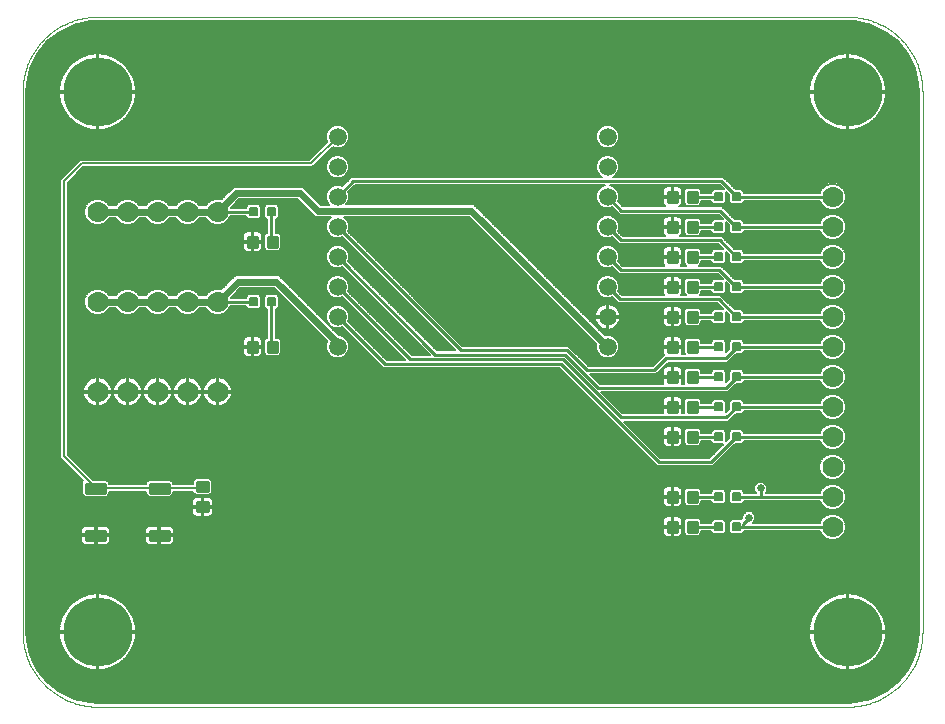
<source format=gtl>
G75*
%MOIN*%
%OFA0B0*%
%FSLAX25Y25*%
%IPPOS*%
%LPD*%
%AMOC8*
5,1,8,0,0,1.08239X$1,22.5*
%
%ADD10C,0.00000*%
%ADD11C,0.00984*%
%ADD12C,0.05906*%
%ADD13C,0.07000*%
%ADD14C,0.23000*%
%ADD15C,0.00787*%
%ADD16C,0.01000*%
%ADD17C,0.02400*%
%ADD18C,0.02578*%
%ADD19C,0.00600*%
%ADD20C,0.00800*%
D10*
X0026300Y0001300D02*
X0276300Y0001300D01*
X0276904Y0001307D01*
X0277508Y0001329D01*
X0278111Y0001366D01*
X0278713Y0001417D01*
X0279313Y0001482D01*
X0279912Y0001562D01*
X0280509Y0001657D01*
X0281103Y0001766D01*
X0281695Y0001889D01*
X0282283Y0002026D01*
X0282868Y0002178D01*
X0283449Y0002344D01*
X0284025Y0002524D01*
X0284598Y0002717D01*
X0285165Y0002925D01*
X0285727Y0003146D01*
X0286284Y0003380D01*
X0286835Y0003628D01*
X0287380Y0003889D01*
X0287918Y0004164D01*
X0288450Y0004451D01*
X0288974Y0004751D01*
X0289491Y0005063D01*
X0290000Y0005388D01*
X0290502Y0005725D01*
X0290995Y0006075D01*
X0291479Y0006436D01*
X0291955Y0006808D01*
X0292421Y0007192D01*
X0292878Y0007587D01*
X0293325Y0007993D01*
X0293763Y0008410D01*
X0294190Y0008837D01*
X0294607Y0009275D01*
X0295013Y0009722D01*
X0295408Y0010179D01*
X0295792Y0010645D01*
X0296164Y0011121D01*
X0296525Y0011605D01*
X0296875Y0012098D01*
X0297212Y0012600D01*
X0297537Y0013109D01*
X0297849Y0013626D01*
X0298149Y0014150D01*
X0298436Y0014682D01*
X0298711Y0015220D01*
X0298972Y0015765D01*
X0299220Y0016316D01*
X0299454Y0016873D01*
X0299675Y0017435D01*
X0299883Y0018002D01*
X0300076Y0018575D01*
X0300256Y0019151D01*
X0300422Y0019732D01*
X0300574Y0020317D01*
X0300711Y0020905D01*
X0300834Y0021497D01*
X0300943Y0022091D01*
X0301038Y0022688D01*
X0301118Y0023287D01*
X0301183Y0023887D01*
X0301234Y0024489D01*
X0301271Y0025092D01*
X0301293Y0025696D01*
X0301300Y0026300D01*
X0301300Y0206300D01*
X0301293Y0206904D01*
X0301271Y0207508D01*
X0301234Y0208111D01*
X0301183Y0208713D01*
X0301118Y0209313D01*
X0301038Y0209912D01*
X0300943Y0210509D01*
X0300834Y0211103D01*
X0300711Y0211695D01*
X0300574Y0212283D01*
X0300422Y0212868D01*
X0300256Y0213449D01*
X0300076Y0214025D01*
X0299883Y0214598D01*
X0299675Y0215165D01*
X0299454Y0215727D01*
X0299220Y0216284D01*
X0298972Y0216835D01*
X0298711Y0217380D01*
X0298436Y0217918D01*
X0298149Y0218450D01*
X0297849Y0218974D01*
X0297537Y0219491D01*
X0297212Y0220000D01*
X0296875Y0220502D01*
X0296525Y0220995D01*
X0296164Y0221479D01*
X0295792Y0221955D01*
X0295408Y0222421D01*
X0295013Y0222878D01*
X0294607Y0223325D01*
X0294190Y0223763D01*
X0293763Y0224190D01*
X0293325Y0224607D01*
X0292878Y0225013D01*
X0292421Y0225408D01*
X0291955Y0225792D01*
X0291479Y0226164D01*
X0290995Y0226525D01*
X0290502Y0226875D01*
X0290000Y0227212D01*
X0289491Y0227537D01*
X0288974Y0227849D01*
X0288450Y0228149D01*
X0287918Y0228436D01*
X0287380Y0228711D01*
X0286835Y0228972D01*
X0286284Y0229220D01*
X0285727Y0229454D01*
X0285165Y0229675D01*
X0284598Y0229883D01*
X0284025Y0230076D01*
X0283449Y0230256D01*
X0282868Y0230422D01*
X0282283Y0230574D01*
X0281695Y0230711D01*
X0281103Y0230834D01*
X0280509Y0230943D01*
X0279912Y0231038D01*
X0279313Y0231118D01*
X0278713Y0231183D01*
X0278111Y0231234D01*
X0277508Y0231271D01*
X0276904Y0231293D01*
X0276300Y0231300D01*
X0026300Y0231300D01*
X0025696Y0231293D01*
X0025092Y0231271D01*
X0024489Y0231234D01*
X0023887Y0231183D01*
X0023287Y0231118D01*
X0022688Y0231038D01*
X0022091Y0230943D01*
X0021497Y0230834D01*
X0020905Y0230711D01*
X0020317Y0230574D01*
X0019732Y0230422D01*
X0019151Y0230256D01*
X0018575Y0230076D01*
X0018002Y0229883D01*
X0017435Y0229675D01*
X0016873Y0229454D01*
X0016316Y0229220D01*
X0015765Y0228972D01*
X0015220Y0228711D01*
X0014682Y0228436D01*
X0014150Y0228149D01*
X0013626Y0227849D01*
X0013109Y0227537D01*
X0012600Y0227212D01*
X0012098Y0226875D01*
X0011605Y0226525D01*
X0011121Y0226164D01*
X0010645Y0225792D01*
X0010179Y0225408D01*
X0009722Y0225013D01*
X0009275Y0224607D01*
X0008837Y0224190D01*
X0008410Y0223763D01*
X0007993Y0223325D01*
X0007587Y0222878D01*
X0007192Y0222421D01*
X0006808Y0221955D01*
X0006436Y0221479D01*
X0006075Y0220995D01*
X0005725Y0220502D01*
X0005388Y0220000D01*
X0005063Y0219491D01*
X0004751Y0218974D01*
X0004451Y0218450D01*
X0004164Y0217918D01*
X0003889Y0217380D01*
X0003628Y0216835D01*
X0003380Y0216284D01*
X0003146Y0215727D01*
X0002925Y0215165D01*
X0002717Y0214598D01*
X0002524Y0214025D01*
X0002344Y0213449D01*
X0002178Y0212868D01*
X0002026Y0212283D01*
X0001889Y0211695D01*
X0001766Y0211103D01*
X0001657Y0210509D01*
X0001562Y0209912D01*
X0001482Y0209313D01*
X0001417Y0208713D01*
X0001366Y0208111D01*
X0001329Y0207508D01*
X0001307Y0206904D01*
X0001300Y0206300D01*
X0001300Y0026300D01*
X0001307Y0025696D01*
X0001329Y0025092D01*
X0001366Y0024489D01*
X0001417Y0023887D01*
X0001482Y0023287D01*
X0001562Y0022688D01*
X0001657Y0022091D01*
X0001766Y0021497D01*
X0001889Y0020905D01*
X0002026Y0020317D01*
X0002178Y0019732D01*
X0002344Y0019151D01*
X0002524Y0018575D01*
X0002717Y0018002D01*
X0002925Y0017435D01*
X0003146Y0016873D01*
X0003380Y0016316D01*
X0003628Y0015765D01*
X0003889Y0015220D01*
X0004164Y0014682D01*
X0004451Y0014150D01*
X0004751Y0013626D01*
X0005063Y0013109D01*
X0005388Y0012600D01*
X0005725Y0012098D01*
X0006075Y0011605D01*
X0006436Y0011121D01*
X0006808Y0010645D01*
X0007192Y0010179D01*
X0007587Y0009722D01*
X0007993Y0009275D01*
X0008410Y0008837D01*
X0008837Y0008410D01*
X0009275Y0007993D01*
X0009722Y0007587D01*
X0010179Y0007192D01*
X0010645Y0006808D01*
X0011121Y0006436D01*
X0011605Y0006075D01*
X0012098Y0005725D01*
X0012600Y0005388D01*
X0013109Y0005063D01*
X0013626Y0004751D01*
X0014150Y0004451D01*
X0014682Y0004164D01*
X0015220Y0003889D01*
X0015765Y0003628D01*
X0016316Y0003380D01*
X0016873Y0003146D01*
X0017435Y0002925D01*
X0018002Y0002717D01*
X0018575Y0002524D01*
X0019151Y0002344D01*
X0019732Y0002178D01*
X0020317Y0002026D01*
X0020905Y0001889D01*
X0021497Y0001766D01*
X0022091Y0001657D01*
X0022688Y0001562D01*
X0023287Y0001482D01*
X0023887Y0001417D01*
X0024489Y0001366D01*
X0025092Y0001329D01*
X0025696Y0001307D01*
X0026300Y0001300D01*
D11*
X0028721Y0056950D02*
X0022619Y0056950D01*
X0022619Y0059902D01*
X0028721Y0059902D01*
X0028721Y0056950D01*
X0028721Y0057885D02*
X0022619Y0057885D01*
X0022619Y0058820D02*
X0028721Y0058820D01*
X0028721Y0059755D02*
X0022619Y0059755D01*
X0022619Y0072698D02*
X0028721Y0072698D01*
X0022619Y0072698D02*
X0022619Y0075650D01*
X0028721Y0075650D01*
X0028721Y0072698D01*
X0028721Y0073633D02*
X0022619Y0073633D01*
X0022619Y0074568D02*
X0028721Y0074568D01*
X0028721Y0075503D02*
X0022619Y0075503D01*
X0043879Y0072698D02*
X0049981Y0072698D01*
X0043879Y0072698D02*
X0043879Y0075650D01*
X0049981Y0075650D01*
X0049981Y0072698D01*
X0049981Y0073633D02*
X0043879Y0073633D01*
X0043879Y0074568D02*
X0049981Y0074568D01*
X0049981Y0075503D02*
X0043879Y0075503D01*
X0059627Y0076122D02*
X0059627Y0073170D01*
X0059627Y0076122D02*
X0062973Y0076122D01*
X0062973Y0073170D01*
X0059627Y0073170D01*
X0059627Y0074105D02*
X0062973Y0074105D01*
X0062973Y0075040D02*
X0059627Y0075040D01*
X0059627Y0075975D02*
X0062973Y0075975D01*
X0059627Y0069430D02*
X0059627Y0066478D01*
X0059627Y0069430D02*
X0062973Y0069430D01*
X0062973Y0066478D01*
X0059627Y0066478D01*
X0059627Y0067413D02*
X0062973Y0067413D01*
X0062973Y0068348D02*
X0059627Y0068348D01*
X0059627Y0069283D02*
X0062973Y0069283D01*
X0049981Y0056950D02*
X0043879Y0056950D01*
X0043879Y0059902D01*
X0049981Y0059902D01*
X0049981Y0056950D01*
X0049981Y0057885D02*
X0043879Y0057885D01*
X0043879Y0058820D02*
X0049981Y0058820D01*
X0049981Y0059755D02*
X0043879Y0059755D01*
X0076478Y0119627D02*
X0079430Y0119627D01*
X0076478Y0119627D02*
X0076478Y0122973D01*
X0079430Y0122973D01*
X0079430Y0119627D01*
X0079430Y0120562D02*
X0076478Y0120562D01*
X0076478Y0121497D02*
X0079430Y0121497D01*
X0079430Y0122432D02*
X0076478Y0122432D01*
X0083170Y0119627D02*
X0086122Y0119627D01*
X0083170Y0119627D02*
X0083170Y0122973D01*
X0086122Y0122973D01*
X0086122Y0119627D01*
X0086122Y0120562D02*
X0083170Y0120562D01*
X0083170Y0121497D02*
X0086122Y0121497D01*
X0086122Y0122432D02*
X0083170Y0122432D01*
X0083170Y0154627D02*
X0086122Y0154627D01*
X0083170Y0154627D02*
X0083170Y0157973D01*
X0086122Y0157973D01*
X0086122Y0154627D01*
X0086122Y0155562D02*
X0083170Y0155562D01*
X0083170Y0156497D02*
X0086122Y0156497D01*
X0086122Y0157432D02*
X0083170Y0157432D01*
X0079430Y0154627D02*
X0076478Y0154627D01*
X0076478Y0157973D01*
X0079430Y0157973D01*
X0079430Y0154627D01*
X0079430Y0155562D02*
X0076478Y0155562D01*
X0076478Y0156497D02*
X0079430Y0156497D01*
X0079430Y0157432D02*
X0076478Y0157432D01*
X0216478Y0159627D02*
X0219430Y0159627D01*
X0216478Y0159627D02*
X0216478Y0162973D01*
X0219430Y0162973D01*
X0219430Y0159627D01*
X0219430Y0160562D02*
X0216478Y0160562D01*
X0216478Y0161497D02*
X0219430Y0161497D01*
X0219430Y0162432D02*
X0216478Y0162432D01*
X0223170Y0159627D02*
X0226122Y0159627D01*
X0223170Y0159627D02*
X0223170Y0162973D01*
X0226122Y0162973D01*
X0226122Y0159627D01*
X0226122Y0160562D02*
X0223170Y0160562D01*
X0223170Y0161497D02*
X0226122Y0161497D01*
X0226122Y0162432D02*
X0223170Y0162432D01*
X0223170Y0169627D02*
X0226122Y0169627D01*
X0223170Y0169627D02*
X0223170Y0172973D01*
X0226122Y0172973D01*
X0226122Y0169627D01*
X0226122Y0170562D02*
X0223170Y0170562D01*
X0223170Y0171497D02*
X0226122Y0171497D01*
X0226122Y0172432D02*
X0223170Y0172432D01*
X0219430Y0169627D02*
X0216478Y0169627D01*
X0216478Y0172973D01*
X0219430Y0172973D01*
X0219430Y0169627D01*
X0219430Y0170562D02*
X0216478Y0170562D01*
X0216478Y0171497D02*
X0219430Y0171497D01*
X0219430Y0172432D02*
X0216478Y0172432D01*
X0216478Y0149627D02*
X0219430Y0149627D01*
X0216478Y0149627D02*
X0216478Y0152973D01*
X0219430Y0152973D01*
X0219430Y0149627D01*
X0219430Y0150562D02*
X0216478Y0150562D01*
X0216478Y0151497D02*
X0219430Y0151497D01*
X0219430Y0152432D02*
X0216478Y0152432D01*
X0223170Y0149627D02*
X0226122Y0149627D01*
X0223170Y0149627D02*
X0223170Y0152973D01*
X0226122Y0152973D01*
X0226122Y0149627D01*
X0226122Y0150562D02*
X0223170Y0150562D01*
X0223170Y0151497D02*
X0226122Y0151497D01*
X0226122Y0152432D02*
X0223170Y0152432D01*
X0223170Y0139627D02*
X0226122Y0139627D01*
X0223170Y0139627D02*
X0223170Y0142973D01*
X0226122Y0142973D01*
X0226122Y0139627D01*
X0226122Y0140562D02*
X0223170Y0140562D01*
X0223170Y0141497D02*
X0226122Y0141497D01*
X0226122Y0142432D02*
X0223170Y0142432D01*
X0219430Y0139627D02*
X0216478Y0139627D01*
X0216478Y0142973D01*
X0219430Y0142973D01*
X0219430Y0139627D01*
X0219430Y0140562D02*
X0216478Y0140562D01*
X0216478Y0141497D02*
X0219430Y0141497D01*
X0219430Y0142432D02*
X0216478Y0142432D01*
X0216478Y0129627D02*
X0219430Y0129627D01*
X0216478Y0129627D02*
X0216478Y0132973D01*
X0219430Y0132973D01*
X0219430Y0129627D01*
X0219430Y0130562D02*
X0216478Y0130562D01*
X0216478Y0131497D02*
X0219430Y0131497D01*
X0219430Y0132432D02*
X0216478Y0132432D01*
X0223170Y0129627D02*
X0226122Y0129627D01*
X0223170Y0129627D02*
X0223170Y0132973D01*
X0226122Y0132973D01*
X0226122Y0129627D01*
X0226122Y0130562D02*
X0223170Y0130562D01*
X0223170Y0131497D02*
X0226122Y0131497D01*
X0226122Y0132432D02*
X0223170Y0132432D01*
X0223170Y0119627D02*
X0226122Y0119627D01*
X0223170Y0119627D02*
X0223170Y0122973D01*
X0226122Y0122973D01*
X0226122Y0119627D01*
X0226122Y0120562D02*
X0223170Y0120562D01*
X0223170Y0121497D02*
X0226122Y0121497D01*
X0226122Y0122432D02*
X0223170Y0122432D01*
X0219430Y0119627D02*
X0216478Y0119627D01*
X0216478Y0122973D01*
X0219430Y0122973D01*
X0219430Y0119627D01*
X0219430Y0120562D02*
X0216478Y0120562D01*
X0216478Y0121497D02*
X0219430Y0121497D01*
X0219430Y0122432D02*
X0216478Y0122432D01*
X0216478Y0109627D02*
X0219430Y0109627D01*
X0216478Y0109627D02*
X0216478Y0112973D01*
X0219430Y0112973D01*
X0219430Y0109627D01*
X0219430Y0110562D02*
X0216478Y0110562D01*
X0216478Y0111497D02*
X0219430Y0111497D01*
X0219430Y0112432D02*
X0216478Y0112432D01*
X0223170Y0109627D02*
X0226122Y0109627D01*
X0223170Y0109627D02*
X0223170Y0112973D01*
X0226122Y0112973D01*
X0226122Y0109627D01*
X0226122Y0110562D02*
X0223170Y0110562D01*
X0223170Y0111497D02*
X0226122Y0111497D01*
X0226122Y0112432D02*
X0223170Y0112432D01*
X0223170Y0099627D02*
X0226122Y0099627D01*
X0223170Y0099627D02*
X0223170Y0102973D01*
X0226122Y0102973D01*
X0226122Y0099627D01*
X0226122Y0100562D02*
X0223170Y0100562D01*
X0223170Y0101497D02*
X0226122Y0101497D01*
X0226122Y0102432D02*
X0223170Y0102432D01*
X0219430Y0099627D02*
X0216478Y0099627D01*
X0216478Y0102973D01*
X0219430Y0102973D01*
X0219430Y0099627D01*
X0219430Y0100562D02*
X0216478Y0100562D01*
X0216478Y0101497D02*
X0219430Y0101497D01*
X0219430Y0102432D02*
X0216478Y0102432D01*
X0216478Y0089627D02*
X0219430Y0089627D01*
X0216478Y0089627D02*
X0216478Y0092973D01*
X0219430Y0092973D01*
X0219430Y0089627D01*
X0219430Y0090562D02*
X0216478Y0090562D01*
X0216478Y0091497D02*
X0219430Y0091497D01*
X0219430Y0092432D02*
X0216478Y0092432D01*
X0223170Y0089627D02*
X0226122Y0089627D01*
X0223170Y0089627D02*
X0223170Y0092973D01*
X0226122Y0092973D01*
X0226122Y0089627D01*
X0226122Y0090562D02*
X0223170Y0090562D01*
X0223170Y0091497D02*
X0226122Y0091497D01*
X0226122Y0092432D02*
X0223170Y0092432D01*
X0223170Y0069627D02*
X0226122Y0069627D01*
X0223170Y0069627D02*
X0223170Y0072973D01*
X0226122Y0072973D01*
X0226122Y0069627D01*
X0226122Y0070562D02*
X0223170Y0070562D01*
X0223170Y0071497D02*
X0226122Y0071497D01*
X0226122Y0072432D02*
X0223170Y0072432D01*
X0219430Y0069627D02*
X0216478Y0069627D01*
X0216478Y0072973D01*
X0219430Y0072973D01*
X0219430Y0069627D01*
X0219430Y0070562D02*
X0216478Y0070562D01*
X0216478Y0071497D02*
X0219430Y0071497D01*
X0219430Y0072432D02*
X0216478Y0072432D01*
X0216478Y0059627D02*
X0219430Y0059627D01*
X0216478Y0059627D02*
X0216478Y0062973D01*
X0219430Y0062973D01*
X0219430Y0059627D01*
X0219430Y0060562D02*
X0216478Y0060562D01*
X0216478Y0061497D02*
X0219430Y0061497D01*
X0219430Y0062432D02*
X0216478Y0062432D01*
X0223170Y0059627D02*
X0226122Y0059627D01*
X0223170Y0059627D02*
X0223170Y0062973D01*
X0226122Y0062973D01*
X0226122Y0059627D01*
X0226122Y0060562D02*
X0223170Y0060562D01*
X0223170Y0061497D02*
X0226122Y0061497D01*
X0226122Y0062432D02*
X0223170Y0062432D01*
D12*
X0196300Y0121300D03*
X0196300Y0131300D03*
X0196300Y0141300D03*
X0196300Y0151300D03*
X0196300Y0161300D03*
X0196300Y0171300D03*
X0196300Y0181300D03*
X0196300Y0191300D03*
X0106300Y0191300D03*
X0106300Y0181300D03*
X0106300Y0171300D03*
X0106300Y0161300D03*
X0106300Y0151300D03*
X0106300Y0141300D03*
X0106300Y0131300D03*
X0106300Y0121300D03*
D13*
X0066300Y0106300D03*
X0056300Y0106300D03*
X0046300Y0106300D03*
X0036300Y0106300D03*
X0026300Y0106300D03*
X0026300Y0136300D03*
X0036300Y0136300D03*
X0046300Y0136300D03*
X0056300Y0136300D03*
X0066300Y0136300D03*
X0066300Y0166300D03*
X0056300Y0166300D03*
X0046300Y0166300D03*
X0036300Y0166300D03*
X0026300Y0166300D03*
X0271300Y0161300D03*
X0271300Y0151300D03*
X0271300Y0141300D03*
X0271300Y0131300D03*
X0271300Y0121300D03*
X0271300Y0111300D03*
X0271300Y0101300D03*
X0271300Y0091300D03*
X0271300Y0081300D03*
X0271300Y0071300D03*
X0271300Y0061300D03*
X0271300Y0171300D03*
D14*
X0276300Y0206300D03*
X0276300Y0026300D03*
X0026300Y0026300D03*
X0026300Y0206300D03*
D15*
X0077165Y0165118D02*
X0079529Y0165118D01*
X0077165Y0165118D02*
X0077165Y0167482D01*
X0079529Y0167482D01*
X0079529Y0165118D01*
X0079529Y0165866D02*
X0077165Y0165866D01*
X0077165Y0166614D02*
X0079529Y0166614D01*
X0079529Y0167362D02*
X0077165Y0167362D01*
X0083071Y0165118D02*
X0085435Y0165118D01*
X0083071Y0165118D02*
X0083071Y0167482D01*
X0085435Y0167482D01*
X0085435Y0165118D01*
X0085435Y0165866D02*
X0083071Y0165866D01*
X0083071Y0166614D02*
X0085435Y0166614D01*
X0085435Y0167362D02*
X0083071Y0167362D01*
X0083071Y0135118D02*
X0085435Y0135118D01*
X0083071Y0135118D02*
X0083071Y0137482D01*
X0085435Y0137482D01*
X0085435Y0135118D01*
X0085435Y0135866D02*
X0083071Y0135866D01*
X0083071Y0136614D02*
X0085435Y0136614D01*
X0085435Y0137362D02*
X0083071Y0137362D01*
X0079529Y0135118D02*
X0077165Y0135118D01*
X0077165Y0137482D01*
X0079529Y0137482D01*
X0079529Y0135118D01*
X0079529Y0135866D02*
X0077165Y0135866D01*
X0077165Y0136614D02*
X0079529Y0136614D01*
X0079529Y0137362D02*
X0077165Y0137362D01*
X0232165Y0142482D02*
X0234529Y0142482D01*
X0234529Y0140118D01*
X0232165Y0140118D01*
X0232165Y0142482D01*
X0232165Y0140866D02*
X0234529Y0140866D01*
X0234529Y0141614D02*
X0232165Y0141614D01*
X0232165Y0142362D02*
X0234529Y0142362D01*
X0238071Y0142482D02*
X0240435Y0142482D01*
X0240435Y0140118D01*
X0238071Y0140118D01*
X0238071Y0142482D01*
X0238071Y0140866D02*
X0240435Y0140866D01*
X0240435Y0141614D02*
X0238071Y0141614D01*
X0238071Y0142362D02*
X0240435Y0142362D01*
X0240435Y0152482D02*
X0238071Y0152482D01*
X0240435Y0152482D02*
X0240435Y0150118D01*
X0238071Y0150118D01*
X0238071Y0152482D01*
X0238071Y0150866D02*
X0240435Y0150866D01*
X0240435Y0151614D02*
X0238071Y0151614D01*
X0238071Y0152362D02*
X0240435Y0152362D01*
X0234529Y0152482D02*
X0232165Y0152482D01*
X0234529Y0152482D02*
X0234529Y0150118D01*
X0232165Y0150118D01*
X0232165Y0152482D01*
X0232165Y0150866D02*
X0234529Y0150866D01*
X0234529Y0151614D02*
X0232165Y0151614D01*
X0232165Y0152362D02*
X0234529Y0152362D01*
X0234529Y0162482D02*
X0232165Y0162482D01*
X0234529Y0162482D02*
X0234529Y0160118D01*
X0232165Y0160118D01*
X0232165Y0162482D01*
X0232165Y0160866D02*
X0234529Y0160866D01*
X0234529Y0161614D02*
X0232165Y0161614D01*
X0232165Y0162362D02*
X0234529Y0162362D01*
X0238071Y0162482D02*
X0240435Y0162482D01*
X0240435Y0160118D01*
X0238071Y0160118D01*
X0238071Y0162482D01*
X0238071Y0160866D02*
X0240435Y0160866D01*
X0240435Y0161614D02*
X0238071Y0161614D01*
X0238071Y0162362D02*
X0240435Y0162362D01*
X0240435Y0172482D02*
X0238071Y0172482D01*
X0240435Y0172482D02*
X0240435Y0170118D01*
X0238071Y0170118D01*
X0238071Y0172482D01*
X0238071Y0170866D02*
X0240435Y0170866D01*
X0240435Y0171614D02*
X0238071Y0171614D01*
X0238071Y0172362D02*
X0240435Y0172362D01*
X0234529Y0172482D02*
X0232165Y0172482D01*
X0234529Y0172482D02*
X0234529Y0170118D01*
X0232165Y0170118D01*
X0232165Y0172482D01*
X0232165Y0170866D02*
X0234529Y0170866D01*
X0234529Y0171614D02*
X0232165Y0171614D01*
X0232165Y0172362D02*
X0234529Y0172362D01*
X0234529Y0132482D02*
X0232165Y0132482D01*
X0234529Y0132482D02*
X0234529Y0130118D01*
X0232165Y0130118D01*
X0232165Y0132482D01*
X0232165Y0130866D02*
X0234529Y0130866D01*
X0234529Y0131614D02*
X0232165Y0131614D01*
X0232165Y0132362D02*
X0234529Y0132362D01*
X0238071Y0132482D02*
X0240435Y0132482D01*
X0240435Y0130118D01*
X0238071Y0130118D01*
X0238071Y0132482D01*
X0238071Y0130866D02*
X0240435Y0130866D01*
X0240435Y0131614D02*
X0238071Y0131614D01*
X0238071Y0132362D02*
X0240435Y0132362D01*
X0240435Y0122482D02*
X0238071Y0122482D01*
X0240435Y0122482D02*
X0240435Y0120118D01*
X0238071Y0120118D01*
X0238071Y0122482D01*
X0238071Y0120866D02*
X0240435Y0120866D01*
X0240435Y0121614D02*
X0238071Y0121614D01*
X0238071Y0122362D02*
X0240435Y0122362D01*
X0234529Y0122482D02*
X0232165Y0122482D01*
X0234529Y0122482D02*
X0234529Y0120118D01*
X0232165Y0120118D01*
X0232165Y0122482D01*
X0232165Y0120866D02*
X0234529Y0120866D01*
X0234529Y0121614D02*
X0232165Y0121614D01*
X0232165Y0122362D02*
X0234529Y0122362D01*
X0234529Y0112482D02*
X0232165Y0112482D01*
X0234529Y0112482D02*
X0234529Y0110118D01*
X0232165Y0110118D01*
X0232165Y0112482D01*
X0232165Y0110866D02*
X0234529Y0110866D01*
X0234529Y0111614D02*
X0232165Y0111614D01*
X0232165Y0112362D02*
X0234529Y0112362D01*
X0238071Y0112482D02*
X0240435Y0112482D01*
X0240435Y0110118D01*
X0238071Y0110118D01*
X0238071Y0112482D01*
X0238071Y0110866D02*
X0240435Y0110866D01*
X0240435Y0111614D02*
X0238071Y0111614D01*
X0238071Y0112362D02*
X0240435Y0112362D01*
X0240435Y0102482D02*
X0238071Y0102482D01*
X0240435Y0102482D02*
X0240435Y0100118D01*
X0238071Y0100118D01*
X0238071Y0102482D01*
X0238071Y0100866D02*
X0240435Y0100866D01*
X0240435Y0101614D02*
X0238071Y0101614D01*
X0238071Y0102362D02*
X0240435Y0102362D01*
X0234529Y0102482D02*
X0232165Y0102482D01*
X0234529Y0102482D02*
X0234529Y0100118D01*
X0232165Y0100118D01*
X0232165Y0102482D01*
X0232165Y0100866D02*
X0234529Y0100866D01*
X0234529Y0101614D02*
X0232165Y0101614D01*
X0232165Y0102362D02*
X0234529Y0102362D01*
X0234529Y0092482D02*
X0232165Y0092482D01*
X0234529Y0092482D02*
X0234529Y0090118D01*
X0232165Y0090118D01*
X0232165Y0092482D01*
X0232165Y0090866D02*
X0234529Y0090866D01*
X0234529Y0091614D02*
X0232165Y0091614D01*
X0232165Y0092362D02*
X0234529Y0092362D01*
X0238071Y0092482D02*
X0240435Y0092482D01*
X0240435Y0090118D01*
X0238071Y0090118D01*
X0238071Y0092482D01*
X0238071Y0090866D02*
X0240435Y0090866D01*
X0240435Y0091614D02*
X0238071Y0091614D01*
X0238071Y0092362D02*
X0240435Y0092362D01*
X0240435Y0072482D02*
X0238071Y0072482D01*
X0240435Y0072482D02*
X0240435Y0070118D01*
X0238071Y0070118D01*
X0238071Y0072482D01*
X0238071Y0070866D02*
X0240435Y0070866D01*
X0240435Y0071614D02*
X0238071Y0071614D01*
X0238071Y0072362D02*
X0240435Y0072362D01*
X0234529Y0072482D02*
X0232165Y0072482D01*
X0234529Y0072482D02*
X0234529Y0070118D01*
X0232165Y0070118D01*
X0232165Y0072482D01*
X0232165Y0070866D02*
X0234529Y0070866D01*
X0234529Y0071614D02*
X0232165Y0071614D01*
X0232165Y0072362D02*
X0234529Y0072362D01*
X0234529Y0062482D02*
X0232165Y0062482D01*
X0234529Y0062482D02*
X0234529Y0060118D01*
X0232165Y0060118D01*
X0232165Y0062482D01*
X0232165Y0060866D02*
X0234529Y0060866D01*
X0234529Y0061614D02*
X0232165Y0061614D01*
X0232165Y0062362D02*
X0234529Y0062362D01*
X0238071Y0062482D02*
X0240435Y0062482D01*
X0240435Y0060118D01*
X0238071Y0060118D01*
X0238071Y0062482D01*
X0238071Y0060866D02*
X0240435Y0060866D01*
X0240435Y0061614D02*
X0238071Y0061614D01*
X0238071Y0062362D02*
X0240435Y0062362D01*
D16*
X0241457Y0062324D02*
X0241457Y0061300D01*
X0271300Y0061300D01*
X0271300Y0071300D02*
X0247363Y0071300D01*
X0247363Y0074135D01*
X0247363Y0071300D02*
X0239253Y0071300D01*
X0233347Y0071300D02*
X0224646Y0071300D01*
X0224646Y0061300D02*
X0233347Y0061300D01*
X0239253Y0061300D02*
X0241457Y0061300D01*
X0241457Y0062324D02*
X0243426Y0064292D01*
X0230853Y0082900D02*
X0213301Y0082900D01*
X0180728Y0115473D01*
X0122127Y0115473D01*
X0106300Y0131300D01*
X0106300Y0141300D02*
X0130527Y0117073D01*
X0181391Y0117073D01*
X0200707Y0097757D01*
X0235946Y0097757D01*
X0239489Y0101300D01*
X0271300Y0101300D01*
X0271300Y0091300D02*
X0239253Y0091300D01*
X0230853Y0082900D01*
X0233347Y0091300D02*
X0224646Y0091300D01*
X0224646Y0101300D02*
X0233347Y0101300D01*
X0239253Y0101300D02*
X0239489Y0101300D01*
X0235788Y0107599D02*
X0193128Y0107599D01*
X0182054Y0118673D01*
X0138927Y0118673D01*
X0106300Y0151300D01*
X0106300Y0161300D02*
X0147327Y0120273D01*
X0182716Y0120273D01*
X0189485Y0113505D01*
X0211930Y0113505D01*
X0215867Y0117442D01*
X0235631Y0117442D01*
X0239489Y0121300D01*
X0271300Y0121300D01*
X0271300Y0131300D02*
X0239253Y0131300D01*
X0233426Y0137127D01*
X0200473Y0137127D01*
X0196300Y0141300D01*
X0200631Y0146969D02*
X0233583Y0146969D01*
X0239253Y0141300D01*
X0271300Y0141300D01*
X0271300Y0151300D02*
X0239253Y0151300D01*
X0233741Y0156812D01*
X0200788Y0156812D01*
X0196300Y0161300D01*
X0200946Y0166654D02*
X0233898Y0166654D01*
X0239253Y0161300D01*
X0271300Y0161300D01*
X0271300Y0171300D02*
X0239489Y0171300D01*
X0234292Y0176497D01*
X0111497Y0176497D01*
X0106300Y0171300D01*
X0084253Y0166300D02*
X0084253Y0156694D01*
X0084646Y0156300D01*
X0078347Y0166300D02*
X0066300Y0166300D01*
X0066300Y0136300D02*
X0078347Y0136300D01*
X0084253Y0136300D02*
X0084253Y0121694D01*
X0084646Y0121300D01*
X0196300Y0151300D02*
X0200631Y0146969D01*
X0200946Y0166654D02*
X0196300Y0171300D01*
X0224646Y0171300D02*
X0233347Y0171300D01*
X0239253Y0171300D02*
X0239489Y0171300D01*
X0233347Y0161300D02*
X0224646Y0161300D01*
X0224646Y0151300D02*
X0233347Y0151300D01*
X0233347Y0141300D02*
X0224646Y0141300D01*
X0224646Y0131300D02*
X0233347Y0131300D01*
X0233347Y0121300D02*
X0224646Y0121300D01*
X0224646Y0111300D02*
X0233347Y0111300D01*
X0235788Y0107599D02*
X0239489Y0111300D01*
X0271300Y0111300D01*
X0239489Y0111300D02*
X0239253Y0111300D01*
X0239253Y0121300D02*
X0239489Y0121300D01*
D17*
X0196300Y0121300D02*
X0150946Y0166654D01*
X0108376Y0166654D01*
X0108269Y0166547D01*
X0099832Y0166547D01*
X0093820Y0172560D01*
X0072560Y0172560D01*
X0066300Y0166300D01*
X0056300Y0166300D01*
X0046300Y0166300D01*
X0036300Y0166300D01*
X0026300Y0166300D01*
X0026300Y0136300D02*
X0036300Y0136300D01*
X0046300Y0136300D01*
X0056300Y0136300D01*
X0066300Y0136300D01*
X0073032Y0143032D01*
X0085946Y0143032D01*
X0106300Y0122678D01*
X0106300Y0121300D01*
D18*
X0243426Y0064292D03*
X0247363Y0074135D03*
D19*
X0292480Y0009081D02*
X0010120Y0009081D01*
X0009542Y0009542D02*
X0006233Y0013691D01*
X0006233Y0013691D01*
X0003930Y0018472D01*
X0002749Y0023646D01*
X0002600Y0026300D01*
X0002600Y0206300D01*
X0002749Y0208954D01*
X0003930Y0214128D01*
X0006233Y0218909D01*
X0009542Y0223058D01*
X0013691Y0226367D01*
X0018472Y0228670D01*
X0023646Y0229851D01*
X0026300Y0230000D01*
X0276300Y0230000D01*
X0278954Y0229851D01*
X0284128Y0228670D01*
X0288909Y0226367D01*
X0293058Y0223058D01*
X0296367Y0218909D01*
X0298670Y0214128D01*
X0299851Y0208954D01*
X0300000Y0206300D01*
X0300000Y0026300D01*
X0299851Y0023646D01*
X0298670Y0018472D01*
X0296367Y0013691D01*
X0293058Y0009542D01*
X0288909Y0006233D01*
X0284128Y0003930D01*
X0278954Y0002749D01*
X0276300Y0002600D01*
X0026300Y0002600D01*
X0023646Y0002749D01*
X0018472Y0003930D01*
X0013691Y0006233D01*
X0009542Y0009542D01*
X0009432Y0009679D02*
X0293168Y0009679D01*
X0293645Y0010278D02*
X0008955Y0010278D01*
X0008477Y0010876D02*
X0294123Y0010876D01*
X0294600Y0011475D02*
X0008000Y0011475D01*
X0007523Y0012073D02*
X0295077Y0012073D01*
X0295555Y0012672D02*
X0007045Y0012672D01*
X0006568Y0013270D02*
X0296032Y0013270D01*
X0296453Y0013869D02*
X0279414Y0013869D01*
X0280617Y0014234D01*
X0281779Y0014715D01*
X0282888Y0015308D01*
X0283934Y0016007D01*
X0284906Y0016804D01*
X0285796Y0017694D01*
X0286593Y0018666D01*
X0287292Y0019712D01*
X0287885Y0020821D01*
X0288366Y0021983D01*
X0288731Y0023186D01*
X0288977Y0024420D01*
X0289100Y0025671D01*
X0289100Y0026000D01*
X0276600Y0026000D01*
X0276600Y0026600D01*
X0289100Y0026600D01*
X0289100Y0026929D01*
X0288977Y0028180D01*
X0288731Y0029414D01*
X0288366Y0030617D01*
X0287885Y0031779D01*
X0287292Y0032888D01*
X0286593Y0033934D01*
X0285796Y0034906D01*
X0284906Y0035796D01*
X0283934Y0036593D01*
X0282888Y0037292D01*
X0281779Y0037885D01*
X0280617Y0038366D01*
X0279414Y0038731D01*
X0278180Y0038977D01*
X0276929Y0039100D01*
X0276600Y0039100D01*
X0276600Y0026600D01*
X0276000Y0026600D01*
X0276000Y0039100D01*
X0275671Y0039100D01*
X0274420Y0038977D01*
X0273186Y0038731D01*
X0271983Y0038366D01*
X0270821Y0037885D01*
X0269712Y0037292D01*
X0268666Y0036593D01*
X0267694Y0035796D01*
X0266804Y0034906D01*
X0266007Y0033934D01*
X0265308Y0032888D01*
X0264715Y0031779D01*
X0264234Y0030617D01*
X0263869Y0029414D01*
X0263623Y0028180D01*
X0263500Y0026929D01*
X0263500Y0026600D01*
X0276000Y0026600D01*
X0276000Y0026000D01*
X0276600Y0026000D01*
X0276600Y0013500D01*
X0276929Y0013500D01*
X0278180Y0013623D01*
X0279414Y0013869D01*
X0281181Y0014467D02*
X0296741Y0014467D01*
X0297030Y0015066D02*
X0282436Y0015066D01*
X0283422Y0015664D02*
X0297318Y0015664D01*
X0297606Y0016263D02*
X0284246Y0016263D01*
X0284963Y0016861D02*
X0297894Y0016861D01*
X0298182Y0017460D02*
X0285562Y0017460D01*
X0286095Y0018058D02*
X0298471Y0018058D01*
X0298712Y0018657D02*
X0286586Y0018657D01*
X0286987Y0019255D02*
X0298849Y0019255D01*
X0298985Y0019854D02*
X0287368Y0019854D01*
X0287688Y0020452D02*
X0299122Y0020452D01*
X0299259Y0021051D02*
X0287980Y0021051D01*
X0288228Y0021649D02*
X0299395Y0021649D01*
X0299532Y0022248D02*
X0288447Y0022248D01*
X0288628Y0022846D02*
X0299668Y0022846D01*
X0299805Y0023445D02*
X0288783Y0023445D01*
X0288902Y0024043D02*
X0299873Y0024043D01*
X0299907Y0024642D02*
X0288999Y0024642D01*
X0289058Y0025240D02*
X0299941Y0025240D01*
X0299974Y0025839D02*
X0289100Y0025839D01*
X0289089Y0027036D02*
X0300000Y0027036D01*
X0300000Y0027634D02*
X0289030Y0027634D01*
X0288966Y0028233D02*
X0300000Y0028233D01*
X0300000Y0028832D02*
X0288847Y0028832D01*
X0288726Y0029430D02*
X0300000Y0029430D01*
X0300000Y0030029D02*
X0288545Y0030029D01*
X0288362Y0030627D02*
X0300000Y0030627D01*
X0300000Y0031226D02*
X0288114Y0031226D01*
X0287861Y0031824D02*
X0300000Y0031824D01*
X0300000Y0032423D02*
X0287541Y0032423D01*
X0287204Y0033021D02*
X0300000Y0033021D01*
X0300000Y0033620D02*
X0286804Y0033620D01*
X0286360Y0034218D02*
X0300000Y0034218D01*
X0300000Y0034817D02*
X0285869Y0034817D01*
X0285287Y0035415D02*
X0300000Y0035415D01*
X0300000Y0036014D02*
X0284641Y0036014D01*
X0283906Y0036612D02*
X0300000Y0036612D01*
X0300000Y0037211D02*
X0283010Y0037211D01*
X0281921Y0037809D02*
X0300000Y0037809D01*
X0300000Y0038408D02*
X0280481Y0038408D01*
X0277881Y0039006D02*
X0300000Y0039006D01*
X0300000Y0039605D02*
X0002600Y0039605D01*
X0002600Y0040203D02*
X0300000Y0040203D01*
X0300000Y0040802D02*
X0002600Y0040802D01*
X0002600Y0041400D02*
X0300000Y0041400D01*
X0300000Y0041999D02*
X0002600Y0041999D01*
X0002600Y0042597D02*
X0300000Y0042597D01*
X0300000Y0043196D02*
X0002600Y0043196D01*
X0002600Y0043794D02*
X0300000Y0043794D01*
X0300000Y0044393D02*
X0002600Y0044393D01*
X0002600Y0044991D02*
X0300000Y0044991D01*
X0300000Y0045590D02*
X0002600Y0045590D01*
X0002600Y0046188D02*
X0300000Y0046188D01*
X0300000Y0046787D02*
X0002600Y0046787D01*
X0002600Y0047385D02*
X0300000Y0047385D01*
X0300000Y0047984D02*
X0002600Y0047984D01*
X0002600Y0048582D02*
X0300000Y0048582D01*
X0300000Y0049181D02*
X0002600Y0049181D01*
X0002600Y0049779D02*
X0300000Y0049779D01*
X0300000Y0050378D02*
X0002600Y0050378D01*
X0002600Y0050976D02*
X0300000Y0050976D01*
X0300000Y0051575D02*
X0002600Y0051575D01*
X0002600Y0052173D02*
X0300000Y0052173D01*
X0300000Y0052772D02*
X0002600Y0052772D01*
X0002600Y0053370D02*
X0300000Y0053370D01*
X0300000Y0053969D02*
X0002600Y0053969D01*
X0002600Y0054568D02*
X0300000Y0054568D01*
X0300000Y0055166D02*
X0050249Y0055166D01*
X0050217Y0055157D02*
X0050673Y0055280D01*
X0051081Y0055516D01*
X0051415Y0055849D01*
X0051651Y0056258D01*
X0051773Y0056714D01*
X0051773Y0058126D01*
X0047230Y0058126D01*
X0047230Y0058726D01*
X0051773Y0058726D01*
X0051773Y0060138D01*
X0051651Y0060594D01*
X0051415Y0061003D01*
X0051081Y0061336D01*
X0050673Y0061572D01*
X0050217Y0061694D01*
X0047230Y0061694D01*
X0047230Y0058726D01*
X0046630Y0058726D01*
X0046630Y0061694D01*
X0043643Y0061694D01*
X0043187Y0061572D01*
X0042778Y0061336D01*
X0042445Y0061003D01*
X0042209Y0060594D01*
X0042087Y0060138D01*
X0042087Y0058726D01*
X0046630Y0058726D01*
X0046630Y0058126D01*
X0047230Y0058126D01*
X0047230Y0055157D01*
X0050217Y0055157D01*
X0051330Y0055765D02*
X0300000Y0055765D01*
X0300000Y0056363D02*
X0051679Y0056363D01*
X0051773Y0056962D02*
X0270276Y0056962D01*
X0270425Y0056900D02*
X0272175Y0056900D01*
X0273792Y0057570D01*
X0275030Y0058808D01*
X0275700Y0060425D01*
X0275700Y0062175D01*
X0275030Y0063792D01*
X0273792Y0065030D01*
X0272175Y0065700D01*
X0270425Y0065700D01*
X0268808Y0065030D01*
X0267570Y0063792D01*
X0267117Y0062700D01*
X0244930Y0062700D01*
X0245615Y0063385D01*
X0245615Y0065199D01*
X0244333Y0066481D01*
X0242519Y0066481D01*
X0241237Y0065199D01*
X0241237Y0064083D01*
X0240929Y0063775D01*
X0237536Y0063775D01*
X0236778Y0063017D01*
X0236778Y0059583D01*
X0237536Y0058825D01*
X0240970Y0058825D01*
X0241728Y0059583D01*
X0241728Y0059900D01*
X0267117Y0059900D01*
X0267570Y0058808D01*
X0268808Y0057570D01*
X0270425Y0056900D01*
X0268831Y0057560D02*
X0051773Y0057560D01*
X0051773Y0058757D02*
X0214910Y0058757D01*
X0214807Y0058935D02*
X0215043Y0058526D01*
X0215377Y0058193D01*
X0215785Y0057957D01*
X0216241Y0057835D01*
X0217654Y0057835D01*
X0217654Y0061000D01*
X0218254Y0061000D01*
X0218254Y0061600D01*
X0221222Y0061600D01*
X0221222Y0063209D01*
X0221100Y0063665D01*
X0220864Y0064074D01*
X0220530Y0064407D01*
X0220122Y0064643D01*
X0219666Y0064765D01*
X0218254Y0064765D01*
X0218254Y0061600D01*
X0217654Y0061600D01*
X0217654Y0064765D01*
X0216241Y0064765D01*
X0215785Y0064643D01*
X0215377Y0064407D01*
X0215043Y0064074D01*
X0214807Y0063665D01*
X0214685Y0063209D01*
X0214685Y0061600D01*
X0217653Y0061600D01*
X0217653Y0061000D01*
X0214685Y0061000D01*
X0214685Y0059391D01*
X0214807Y0058935D01*
X0214694Y0059356D02*
X0051773Y0059356D01*
X0051773Y0059954D02*
X0214685Y0059954D01*
X0214685Y0060553D02*
X0051662Y0060553D01*
X0051267Y0061151D02*
X0217653Y0061151D01*
X0217654Y0060553D02*
X0218254Y0060553D01*
X0218254Y0061000D02*
X0218254Y0057835D01*
X0219666Y0057835D01*
X0220122Y0057957D01*
X0220530Y0058193D01*
X0220864Y0058526D01*
X0221100Y0058935D01*
X0221222Y0059391D01*
X0221222Y0061000D01*
X0218254Y0061000D01*
X0218254Y0061151D02*
X0221778Y0061151D01*
X0221778Y0060553D02*
X0221222Y0060553D01*
X0221222Y0059954D02*
X0221778Y0059954D01*
X0221778Y0059356D02*
X0221213Y0059356D01*
X0220997Y0058757D02*
X0222071Y0058757D01*
X0221778Y0059050D02*
X0222593Y0058235D01*
X0226699Y0058235D01*
X0227515Y0059050D01*
X0227515Y0059900D01*
X0230872Y0059900D01*
X0230872Y0059583D01*
X0231630Y0058825D01*
X0235064Y0058825D01*
X0235822Y0059583D01*
X0235822Y0063017D01*
X0235064Y0063775D01*
X0231630Y0063775D01*
X0230872Y0063017D01*
X0230872Y0062700D01*
X0227515Y0062700D01*
X0227515Y0063550D01*
X0226699Y0064365D01*
X0222593Y0064365D01*
X0221778Y0063550D01*
X0221778Y0059050D01*
X0220471Y0058159D02*
X0268219Y0058159D01*
X0267620Y0058757D02*
X0227222Y0058757D01*
X0227515Y0059356D02*
X0231100Y0059356D01*
X0235595Y0059356D02*
X0237005Y0059356D01*
X0236778Y0059954D02*
X0235822Y0059954D01*
X0235822Y0060553D02*
X0236778Y0060553D01*
X0236778Y0061151D02*
X0235822Y0061151D01*
X0235822Y0061750D02*
X0236778Y0061750D01*
X0236778Y0062348D02*
X0235822Y0062348D01*
X0235822Y0062947D02*
X0236778Y0062947D01*
X0237306Y0063545D02*
X0235294Y0063545D01*
X0231401Y0063545D02*
X0227515Y0063545D01*
X0227515Y0062947D02*
X0230872Y0062947D01*
X0226921Y0064144D02*
X0241237Y0064144D01*
X0241237Y0064742D02*
X0219752Y0064742D01*
X0220794Y0064144D02*
X0222372Y0064144D01*
X0221778Y0063545D02*
X0221132Y0063545D01*
X0221222Y0062947D02*
X0221778Y0062947D01*
X0221778Y0062348D02*
X0221222Y0062348D01*
X0221222Y0061750D02*
X0221778Y0061750D01*
X0218254Y0061750D02*
X0217654Y0061750D01*
X0217654Y0062348D02*
X0218254Y0062348D01*
X0218254Y0062947D02*
X0217654Y0062947D01*
X0217654Y0063545D02*
X0218254Y0063545D01*
X0218254Y0064144D02*
X0217654Y0064144D01*
X0217654Y0064742D02*
X0218254Y0064742D01*
X0216155Y0064742D02*
X0063422Y0064742D01*
X0063209Y0064685D02*
X0063665Y0064807D01*
X0064074Y0065043D01*
X0064407Y0065377D01*
X0064643Y0065785D01*
X0064765Y0066241D01*
X0064765Y0067654D01*
X0061600Y0067654D01*
X0061600Y0068254D01*
X0061000Y0068254D01*
X0061000Y0071222D01*
X0059391Y0071222D01*
X0058935Y0071100D01*
X0058526Y0070864D01*
X0058193Y0070530D01*
X0057957Y0070122D01*
X0057835Y0069666D01*
X0057835Y0068254D01*
X0061000Y0068254D01*
X0061000Y0067654D01*
X0057835Y0067654D01*
X0057835Y0066241D01*
X0057957Y0065785D01*
X0058193Y0065377D01*
X0058526Y0065043D01*
X0058935Y0064807D01*
X0059391Y0064685D01*
X0061000Y0064685D01*
X0061000Y0067653D01*
X0061600Y0067653D01*
X0061600Y0064685D01*
X0063209Y0064685D01*
X0064371Y0065341D02*
X0241379Y0065341D01*
X0241977Y0065939D02*
X0064684Y0065939D01*
X0064765Y0066538D02*
X0300000Y0066538D01*
X0300000Y0067136D02*
X0272746Y0067136D01*
X0272175Y0066900D02*
X0273792Y0067570D01*
X0275030Y0068808D01*
X0275700Y0070425D01*
X0275700Y0072175D01*
X0275030Y0073792D01*
X0273792Y0075030D01*
X0272175Y0075700D01*
X0270425Y0075700D01*
X0268808Y0075030D01*
X0267570Y0073792D01*
X0267117Y0072700D01*
X0249024Y0072700D01*
X0249552Y0073228D01*
X0249552Y0075041D01*
X0248270Y0076324D01*
X0246456Y0076324D01*
X0245174Y0075041D01*
X0245174Y0073228D01*
X0245702Y0072700D01*
X0241728Y0072700D01*
X0241728Y0073017D01*
X0240970Y0073775D01*
X0237536Y0073775D01*
X0236778Y0073017D01*
X0236778Y0069583D01*
X0237536Y0068825D01*
X0240970Y0068825D01*
X0241728Y0069583D01*
X0241728Y0069900D01*
X0267117Y0069900D01*
X0267570Y0068808D01*
X0268808Y0067570D01*
X0270425Y0066900D01*
X0272175Y0066900D01*
X0273043Y0065341D02*
X0300000Y0065341D01*
X0300000Y0065939D02*
X0244875Y0065939D01*
X0245473Y0065341D02*
X0269557Y0065341D01*
X0268520Y0064742D02*
X0245615Y0064742D01*
X0245615Y0064144D02*
X0267921Y0064144D01*
X0267467Y0063545D02*
X0245615Y0063545D01*
X0245176Y0062947D02*
X0267220Y0062947D01*
X0269854Y0067136D02*
X0064765Y0067136D01*
X0064765Y0068254D02*
X0061600Y0068254D01*
X0061600Y0071222D01*
X0063209Y0071222D01*
X0063665Y0071100D01*
X0064074Y0070864D01*
X0064407Y0070530D01*
X0064643Y0070122D01*
X0064765Y0069666D01*
X0064765Y0068254D01*
X0064765Y0068333D02*
X0215236Y0068333D01*
X0215377Y0068193D02*
X0215785Y0067957D01*
X0216241Y0067835D01*
X0217654Y0067835D01*
X0217654Y0071000D01*
X0218254Y0071000D01*
X0218254Y0071600D01*
X0221222Y0071600D01*
X0221222Y0073209D01*
X0221100Y0073665D01*
X0220864Y0074074D01*
X0220530Y0074407D01*
X0220122Y0074643D01*
X0219666Y0074765D01*
X0218254Y0074765D01*
X0218254Y0071600D01*
X0217654Y0071600D01*
X0217654Y0074765D01*
X0216241Y0074765D01*
X0215785Y0074643D01*
X0215377Y0074407D01*
X0215043Y0074074D01*
X0214807Y0073665D01*
X0214685Y0073209D01*
X0214685Y0071600D01*
X0217653Y0071600D01*
X0217653Y0071000D01*
X0214685Y0071000D01*
X0214685Y0069391D01*
X0214807Y0068935D01*
X0215043Y0068526D01*
X0215377Y0068193D01*
X0214809Y0068932D02*
X0064765Y0068932D01*
X0064765Y0069530D02*
X0214685Y0069530D01*
X0214685Y0070129D02*
X0064639Y0070129D01*
X0064210Y0070727D02*
X0214685Y0070727D01*
X0214685Y0071924D02*
X0063696Y0071924D01*
X0063550Y0071778D02*
X0064365Y0072593D01*
X0064365Y0076699D01*
X0063550Y0077515D01*
X0059050Y0077515D01*
X0058235Y0076699D01*
X0058235Y0075474D01*
X0051373Y0075474D01*
X0051373Y0076227D01*
X0050558Y0077043D01*
X0043302Y0077043D01*
X0042487Y0076227D01*
X0042487Y0075474D01*
X0030113Y0075474D01*
X0030113Y0076227D01*
X0029298Y0077043D01*
X0024640Y0077043D01*
X0016380Y0085303D01*
X0016380Y0175958D01*
X0021524Y0181102D01*
X0097941Y0181102D01*
X0098702Y0181864D01*
X0104651Y0187813D01*
X0105534Y0187447D01*
X0107066Y0187447D01*
X0108482Y0188034D01*
X0109566Y0189118D01*
X0110153Y0190534D01*
X0110153Y0192066D01*
X0109566Y0193482D01*
X0108482Y0194566D01*
X0107066Y0195153D01*
X0105534Y0195153D01*
X0104118Y0194566D01*
X0103034Y0193482D01*
X0102447Y0192066D01*
X0102447Y0190534D01*
X0102813Y0189651D01*
X0096864Y0183702D01*
X0020447Y0183702D01*
X0019685Y0182941D01*
X0013780Y0177035D01*
X0013780Y0084226D01*
X0014541Y0083465D01*
X0021503Y0076503D01*
X0021227Y0076227D01*
X0021227Y0072121D01*
X0022042Y0071306D01*
X0029298Y0071306D01*
X0030113Y0072121D01*
X0030113Y0072874D01*
X0042487Y0072874D01*
X0042487Y0072121D01*
X0043302Y0071306D01*
X0050558Y0071306D01*
X0051373Y0072121D01*
X0051373Y0072874D01*
X0058235Y0072874D01*
X0058235Y0072593D01*
X0059050Y0071778D01*
X0063550Y0071778D01*
X0064295Y0072523D02*
X0214685Y0072523D01*
X0214685Y0073121D02*
X0064365Y0073121D01*
X0064365Y0073720D02*
X0214839Y0073720D01*
X0215288Y0074318D02*
X0064365Y0074318D01*
X0064365Y0074917D02*
X0245174Y0074917D01*
X0245174Y0074318D02*
X0226746Y0074318D01*
X0226699Y0074365D02*
X0222593Y0074365D01*
X0221778Y0073550D01*
X0221778Y0069050D01*
X0222593Y0068235D01*
X0226699Y0068235D01*
X0227515Y0069050D01*
X0227515Y0069900D01*
X0230872Y0069900D01*
X0230872Y0069583D01*
X0231630Y0068825D01*
X0235064Y0068825D01*
X0235822Y0069583D01*
X0235822Y0073017D01*
X0235064Y0073775D01*
X0231630Y0073775D01*
X0230872Y0073017D01*
X0230872Y0072700D01*
X0227515Y0072700D01*
X0227515Y0073550D01*
X0226699Y0074365D01*
X0227345Y0073720D02*
X0231575Y0073720D01*
X0230977Y0073121D02*
X0227515Y0073121D01*
X0227515Y0069530D02*
X0230925Y0069530D01*
X0231524Y0068932D02*
X0227397Y0068932D01*
X0226798Y0068333D02*
X0268044Y0068333D01*
X0267518Y0068932D02*
X0241076Y0068932D01*
X0241675Y0069530D02*
X0267270Y0069530D01*
X0268643Y0067735D02*
X0061600Y0067735D01*
X0061600Y0068333D02*
X0061000Y0068333D01*
X0061000Y0067735D02*
X0002600Y0067735D01*
X0002600Y0068333D02*
X0057835Y0068333D01*
X0057835Y0068932D02*
X0002600Y0068932D01*
X0002600Y0069530D02*
X0057835Y0069530D01*
X0057961Y0070129D02*
X0002600Y0070129D01*
X0002600Y0070727D02*
X0058390Y0070727D01*
X0058904Y0071924D02*
X0051177Y0071924D01*
X0051373Y0072523D02*
X0058305Y0072523D01*
X0058235Y0075515D02*
X0051373Y0075515D01*
X0051373Y0076114D02*
X0058235Y0076114D01*
X0058248Y0076712D02*
X0050888Y0076712D01*
X0050578Y0071326D02*
X0217653Y0071326D01*
X0217654Y0071924D02*
X0218254Y0071924D01*
X0218254Y0071326D02*
X0221778Y0071326D01*
X0221778Y0071924D02*
X0221222Y0071924D01*
X0221222Y0072523D02*
X0221778Y0072523D01*
X0221778Y0073121D02*
X0221222Y0073121D01*
X0221068Y0073720D02*
X0221948Y0073720D01*
X0222546Y0074318D02*
X0220619Y0074318D01*
X0218254Y0074318D02*
X0217654Y0074318D01*
X0217654Y0073720D02*
X0218254Y0073720D01*
X0218254Y0073121D02*
X0217654Y0073121D01*
X0217654Y0072523D02*
X0218254Y0072523D01*
X0218254Y0071000D02*
X0221222Y0071000D01*
X0221222Y0069391D01*
X0221100Y0068935D01*
X0220864Y0068526D01*
X0220530Y0068193D01*
X0220122Y0067957D01*
X0219666Y0067835D01*
X0218254Y0067835D01*
X0218254Y0071000D01*
X0218254Y0070727D02*
X0217654Y0070727D01*
X0217654Y0070129D02*
X0218254Y0070129D01*
X0218254Y0069530D02*
X0217654Y0069530D01*
X0217654Y0068932D02*
X0218254Y0068932D01*
X0218254Y0068333D02*
X0217654Y0068333D01*
X0220671Y0068333D02*
X0222495Y0068333D01*
X0221896Y0068932D02*
X0221098Y0068932D01*
X0221222Y0069530D02*
X0221778Y0069530D01*
X0221778Y0070129D02*
X0221222Y0070129D01*
X0221222Y0070727D02*
X0221778Y0070727D01*
X0215113Y0064144D02*
X0002600Y0064144D01*
X0002600Y0064742D02*
X0059177Y0064742D01*
X0058229Y0065341D02*
X0002600Y0065341D01*
X0002600Y0065939D02*
X0057916Y0065939D01*
X0057835Y0066538D02*
X0002600Y0066538D01*
X0002600Y0067136D02*
X0057835Y0067136D01*
X0061000Y0067136D02*
X0061600Y0067136D01*
X0061600Y0066538D02*
X0061000Y0066538D01*
X0061000Y0065939D02*
X0061600Y0065939D01*
X0061600Y0065341D02*
X0061000Y0065341D01*
X0061000Y0064742D02*
X0061600Y0064742D01*
X0061600Y0068932D02*
X0061000Y0068932D01*
X0061000Y0069530D02*
X0061600Y0069530D01*
X0061600Y0070129D02*
X0061000Y0070129D01*
X0061000Y0070727D02*
X0061600Y0070727D01*
X0064365Y0075515D02*
X0245648Y0075515D01*
X0246247Y0076114D02*
X0064365Y0076114D01*
X0064352Y0076712D02*
X0300000Y0076712D01*
X0300000Y0076114D02*
X0248479Y0076114D01*
X0249078Y0075515D02*
X0269979Y0075515D01*
X0268694Y0074917D02*
X0249552Y0074917D01*
X0249552Y0074318D02*
X0268096Y0074318D01*
X0267540Y0073720D02*
X0249552Y0073720D01*
X0249445Y0073121D02*
X0267292Y0073121D01*
X0268808Y0077570D02*
X0270425Y0076900D01*
X0272175Y0076900D01*
X0273792Y0077570D01*
X0275030Y0078808D01*
X0275700Y0080425D01*
X0275700Y0082175D01*
X0275030Y0083792D01*
X0273792Y0085030D01*
X0272175Y0085700D01*
X0270425Y0085700D01*
X0268808Y0085030D01*
X0267570Y0083792D01*
X0266900Y0082175D01*
X0266900Y0080425D01*
X0267570Y0078808D01*
X0268808Y0077570D01*
X0268468Y0077909D02*
X0023773Y0077909D01*
X0024372Y0077311D02*
X0058846Y0077311D01*
X0063754Y0077311D02*
X0269433Y0077311D01*
X0267869Y0078508D02*
X0023175Y0078508D01*
X0022576Y0079106D02*
X0267446Y0079106D01*
X0267198Y0079705D02*
X0021978Y0079705D01*
X0021379Y0080303D02*
X0266950Y0080303D01*
X0266900Y0080902D02*
X0020781Y0080902D01*
X0020182Y0081501D02*
X0212721Y0081501D01*
X0212721Y0081500D02*
X0231433Y0081500D01*
X0232253Y0082320D01*
X0238758Y0088825D01*
X0240970Y0088825D01*
X0241728Y0089583D01*
X0241728Y0089900D01*
X0267117Y0089900D01*
X0267570Y0088808D01*
X0268808Y0087570D01*
X0270425Y0086900D01*
X0272175Y0086900D01*
X0273792Y0087570D01*
X0275030Y0088808D01*
X0275700Y0090425D01*
X0275700Y0092175D01*
X0275030Y0093792D01*
X0273792Y0095030D01*
X0272175Y0095700D01*
X0270425Y0095700D01*
X0268808Y0095030D01*
X0267570Y0093792D01*
X0267117Y0092700D01*
X0241728Y0092700D01*
X0241728Y0093017D01*
X0240970Y0093775D01*
X0237536Y0093775D01*
X0236778Y0093017D01*
X0236778Y0090805D01*
X0235822Y0089849D01*
X0235822Y0093017D01*
X0235064Y0093775D01*
X0231630Y0093775D01*
X0230872Y0093017D01*
X0230872Y0092700D01*
X0227515Y0092700D01*
X0227515Y0093550D01*
X0226699Y0094365D01*
X0222593Y0094365D01*
X0221778Y0093550D01*
X0221778Y0089050D01*
X0222593Y0088235D01*
X0226699Y0088235D01*
X0227515Y0089050D01*
X0227515Y0089900D01*
X0230872Y0089900D01*
X0230872Y0089583D01*
X0231630Y0088825D01*
X0234798Y0088825D01*
X0230273Y0084300D01*
X0213881Y0084300D01*
X0201825Y0096357D01*
X0236526Y0096357D01*
X0237346Y0097177D01*
X0238994Y0098825D01*
X0240970Y0098825D01*
X0241728Y0099583D01*
X0241728Y0099900D01*
X0267117Y0099900D01*
X0267570Y0098808D01*
X0268808Y0097570D01*
X0270425Y0096900D01*
X0272175Y0096900D01*
X0273792Y0097570D01*
X0275030Y0098808D01*
X0275700Y0100425D01*
X0275700Y0102175D01*
X0275030Y0103792D01*
X0273792Y0105030D01*
X0272175Y0105700D01*
X0270425Y0105700D01*
X0268808Y0105030D01*
X0267570Y0103792D01*
X0267117Y0102700D01*
X0241728Y0102700D01*
X0241728Y0103017D01*
X0240970Y0103775D01*
X0237536Y0103775D01*
X0236778Y0103017D01*
X0236778Y0100569D01*
X0235822Y0099613D01*
X0235822Y0103017D01*
X0235064Y0103775D01*
X0231630Y0103775D01*
X0230872Y0103017D01*
X0230872Y0102700D01*
X0227515Y0102700D01*
X0227515Y0103550D01*
X0226699Y0104365D01*
X0222593Y0104365D01*
X0221778Y0103550D01*
X0221778Y0099157D01*
X0221159Y0099157D01*
X0221222Y0099391D01*
X0221222Y0101000D01*
X0218254Y0101000D01*
X0218254Y0101600D01*
X0221222Y0101600D01*
X0221222Y0103209D01*
X0221100Y0103665D01*
X0220864Y0104074D01*
X0220530Y0104407D01*
X0220122Y0104643D01*
X0219666Y0104765D01*
X0218254Y0104765D01*
X0218254Y0101600D01*
X0217654Y0101600D01*
X0217654Y0104765D01*
X0216241Y0104765D01*
X0215785Y0104643D01*
X0215377Y0104407D01*
X0215043Y0104074D01*
X0214807Y0103665D01*
X0214685Y0103209D01*
X0214685Y0101600D01*
X0217653Y0101600D01*
X0217653Y0101000D01*
X0214685Y0101000D01*
X0214685Y0099391D01*
X0214748Y0099157D01*
X0201287Y0099157D01*
X0194245Y0106199D01*
X0236368Y0106199D01*
X0238994Y0108825D01*
X0240970Y0108825D01*
X0241728Y0109583D01*
X0241728Y0109900D01*
X0267117Y0109900D01*
X0267570Y0108808D01*
X0268808Y0107570D01*
X0270425Y0106900D01*
X0272175Y0106900D01*
X0273792Y0107570D01*
X0275030Y0108808D01*
X0275700Y0110425D01*
X0275700Y0112175D01*
X0275030Y0113792D01*
X0273792Y0115030D01*
X0272175Y0115700D01*
X0270425Y0115700D01*
X0268808Y0115030D01*
X0267570Y0113792D01*
X0267117Y0112700D01*
X0241728Y0112700D01*
X0241728Y0113017D01*
X0240970Y0113775D01*
X0237536Y0113775D01*
X0236778Y0113017D01*
X0236778Y0110569D01*
X0235822Y0109613D01*
X0235822Y0113017D01*
X0235064Y0113775D01*
X0231630Y0113775D01*
X0230872Y0113017D01*
X0230872Y0112700D01*
X0227515Y0112700D01*
X0227515Y0113550D01*
X0226699Y0114365D01*
X0222593Y0114365D01*
X0221778Y0113550D01*
X0221778Y0109050D01*
X0221829Y0108999D01*
X0221117Y0108999D01*
X0221222Y0109391D01*
X0221222Y0111000D01*
X0218254Y0111000D01*
X0218254Y0111600D01*
X0221222Y0111600D01*
X0221222Y0113209D01*
X0221100Y0113665D01*
X0220864Y0114074D01*
X0220530Y0114407D01*
X0220122Y0114643D01*
X0219666Y0114765D01*
X0218254Y0114765D01*
X0218254Y0111600D01*
X0217654Y0111600D01*
X0217654Y0114765D01*
X0216241Y0114765D01*
X0215785Y0114643D01*
X0215377Y0114407D01*
X0215043Y0114074D01*
X0214807Y0113665D01*
X0214685Y0113209D01*
X0214685Y0111600D01*
X0217653Y0111600D01*
X0217653Y0111000D01*
X0214685Y0111000D01*
X0214685Y0109391D01*
X0214790Y0108999D01*
X0193708Y0108999D01*
X0190602Y0112105D01*
X0212510Y0112105D01*
X0213330Y0112925D01*
X0216447Y0116042D01*
X0236211Y0116042D01*
X0237031Y0116862D01*
X0238994Y0118825D01*
X0240970Y0118825D01*
X0241728Y0119583D01*
X0241728Y0119900D01*
X0267117Y0119900D01*
X0267570Y0118808D01*
X0268808Y0117570D01*
X0270425Y0116900D01*
X0272175Y0116900D01*
X0273792Y0117570D01*
X0275030Y0118808D01*
X0275700Y0120425D01*
X0275700Y0122175D01*
X0275030Y0123792D01*
X0273792Y0125030D01*
X0272175Y0125700D01*
X0270425Y0125700D01*
X0268808Y0125030D01*
X0267570Y0123792D01*
X0267117Y0122700D01*
X0241728Y0122700D01*
X0241728Y0123017D01*
X0240970Y0123775D01*
X0237536Y0123775D01*
X0236778Y0123017D01*
X0236778Y0120569D01*
X0235822Y0119613D01*
X0235822Y0123017D01*
X0235064Y0123775D01*
X0231630Y0123775D01*
X0230872Y0123017D01*
X0230872Y0122700D01*
X0227515Y0122700D01*
X0227515Y0123550D01*
X0226699Y0124365D01*
X0222593Y0124365D01*
X0221778Y0123550D01*
X0221778Y0119050D01*
X0221986Y0118842D01*
X0221046Y0118842D01*
X0221100Y0118935D01*
X0221222Y0119391D01*
X0221222Y0121000D01*
X0218254Y0121000D01*
X0218254Y0121600D01*
X0221222Y0121600D01*
X0221222Y0123209D01*
X0221100Y0123665D01*
X0220864Y0124074D01*
X0220530Y0124407D01*
X0220122Y0124643D01*
X0219666Y0124765D01*
X0218254Y0124765D01*
X0218254Y0121600D01*
X0217654Y0121600D01*
X0217654Y0124765D01*
X0216241Y0124765D01*
X0215785Y0124643D01*
X0215377Y0124407D01*
X0215043Y0124074D01*
X0214807Y0123665D01*
X0214685Y0123209D01*
X0214685Y0121600D01*
X0217653Y0121600D01*
X0217653Y0121000D01*
X0214685Y0121000D01*
X0214685Y0119391D01*
X0214807Y0118935D01*
X0215017Y0118572D01*
X0214467Y0118022D01*
X0211350Y0114905D01*
X0190065Y0114905D01*
X0183296Y0121673D01*
X0147907Y0121673D01*
X0109829Y0159751D01*
X0110153Y0160534D01*
X0110153Y0162066D01*
X0109566Y0163482D01*
X0108601Y0164447D01*
X0109139Y0164447D01*
X0109246Y0164554D01*
X0150076Y0164554D01*
X0192481Y0122149D01*
X0192447Y0122066D01*
X0192447Y0120534D01*
X0193034Y0119118D01*
X0194118Y0118034D01*
X0195534Y0117447D01*
X0197066Y0117447D01*
X0198482Y0118034D01*
X0199566Y0119118D01*
X0200153Y0120534D01*
X0200153Y0122066D01*
X0199566Y0123482D01*
X0198482Y0124566D01*
X0197066Y0125153D01*
X0195534Y0125153D01*
X0195451Y0125119D01*
X0153046Y0167524D01*
X0151816Y0168754D01*
X0109203Y0168754D01*
X0109566Y0169118D01*
X0110153Y0170534D01*
X0110153Y0172066D01*
X0109829Y0172849D01*
X0112077Y0175097D01*
X0195399Y0175097D01*
X0194118Y0174566D01*
X0193034Y0173482D01*
X0192447Y0172066D01*
X0192447Y0170534D01*
X0193034Y0169118D01*
X0194118Y0168034D01*
X0195534Y0167447D01*
X0197066Y0167447D01*
X0197849Y0167771D01*
X0199546Y0166074D01*
X0200366Y0165254D01*
X0233319Y0165254D01*
X0234798Y0163775D01*
X0231630Y0163775D01*
X0230872Y0163017D01*
X0230872Y0162700D01*
X0227515Y0162700D01*
X0227515Y0163550D01*
X0226699Y0164365D01*
X0222593Y0164365D01*
X0221778Y0163550D01*
X0221778Y0159050D01*
X0222593Y0158235D01*
X0226699Y0158235D01*
X0227515Y0159050D01*
X0227515Y0159900D01*
X0230872Y0159900D01*
X0230872Y0159583D01*
X0231630Y0158825D01*
X0235064Y0158825D01*
X0235822Y0159583D01*
X0235822Y0162751D01*
X0236778Y0161795D01*
X0236778Y0159583D01*
X0237536Y0158825D01*
X0240970Y0158825D01*
X0241728Y0159583D01*
X0241728Y0159900D01*
X0267117Y0159900D01*
X0267570Y0158808D01*
X0268808Y0157570D01*
X0270425Y0156900D01*
X0272175Y0156900D01*
X0273792Y0157570D01*
X0275030Y0158808D01*
X0275700Y0160425D01*
X0275700Y0162175D01*
X0275030Y0163792D01*
X0273792Y0165030D01*
X0272175Y0165700D01*
X0270425Y0165700D01*
X0268808Y0165030D01*
X0267570Y0163792D01*
X0267117Y0162700D01*
X0241728Y0162700D01*
X0241728Y0163017D01*
X0240970Y0163775D01*
X0238758Y0163775D01*
X0235298Y0167234D01*
X0234478Y0168054D01*
X0220291Y0168054D01*
X0220530Y0168193D01*
X0220864Y0168526D01*
X0221100Y0168935D01*
X0221222Y0169391D01*
X0221222Y0171000D01*
X0218254Y0171000D01*
X0218254Y0171600D01*
X0221222Y0171600D01*
X0221222Y0173209D01*
X0221100Y0173665D01*
X0220864Y0174074D01*
X0220530Y0174407D01*
X0220122Y0174643D01*
X0219666Y0174765D01*
X0218254Y0174765D01*
X0218254Y0171600D01*
X0217654Y0171600D01*
X0217654Y0174765D01*
X0216241Y0174765D01*
X0215785Y0174643D01*
X0215377Y0174407D01*
X0215043Y0174074D01*
X0214807Y0173665D01*
X0214685Y0173209D01*
X0214685Y0171600D01*
X0217653Y0171600D01*
X0217653Y0171000D01*
X0214685Y0171000D01*
X0214685Y0169391D01*
X0214807Y0168935D01*
X0215043Y0168526D01*
X0215377Y0168193D01*
X0215616Y0168054D01*
X0201526Y0168054D01*
X0199829Y0169751D01*
X0200153Y0170534D01*
X0200153Y0172066D01*
X0199566Y0173482D01*
X0198482Y0174566D01*
X0197201Y0175097D01*
X0233712Y0175097D01*
X0235034Y0173775D01*
X0231630Y0173775D01*
X0230872Y0173017D01*
X0230872Y0172700D01*
X0227515Y0172700D01*
X0227515Y0173550D01*
X0226699Y0174365D01*
X0222593Y0174365D01*
X0221778Y0173550D01*
X0221778Y0169050D01*
X0222593Y0168235D01*
X0226699Y0168235D01*
X0227515Y0169050D01*
X0227515Y0169900D01*
X0230872Y0169900D01*
X0230872Y0169583D01*
X0231630Y0168825D01*
X0235064Y0168825D01*
X0235822Y0169583D01*
X0235822Y0172987D01*
X0236778Y0172031D01*
X0236778Y0169583D01*
X0237536Y0168825D01*
X0240970Y0168825D01*
X0241728Y0169583D01*
X0241728Y0169900D01*
X0267117Y0169900D01*
X0267570Y0168808D01*
X0268808Y0167570D01*
X0270425Y0166900D01*
X0272175Y0166900D01*
X0273792Y0167570D01*
X0275030Y0168808D01*
X0275700Y0170425D01*
X0275700Y0172175D01*
X0275030Y0173792D01*
X0273792Y0175030D01*
X0272175Y0175700D01*
X0270425Y0175700D01*
X0268808Y0175030D01*
X0267570Y0173792D01*
X0267117Y0172700D01*
X0241728Y0172700D01*
X0241728Y0173017D01*
X0240970Y0173775D01*
X0238994Y0173775D01*
X0235692Y0177077D01*
X0234872Y0177897D01*
X0198152Y0177897D01*
X0198482Y0178034D01*
X0199566Y0179118D01*
X0200153Y0180534D01*
X0200153Y0182066D01*
X0199566Y0183482D01*
X0198482Y0184566D01*
X0197066Y0185153D01*
X0195534Y0185153D01*
X0194118Y0184566D01*
X0193034Y0183482D01*
X0192447Y0182066D01*
X0192447Y0180534D01*
X0193034Y0179118D01*
X0194118Y0178034D01*
X0194448Y0177897D01*
X0110917Y0177897D01*
X0110097Y0177077D01*
X0110097Y0177077D01*
X0107849Y0174829D01*
X0107066Y0175153D01*
X0105534Y0175153D01*
X0104118Y0174566D01*
X0103034Y0173482D01*
X0102447Y0172066D01*
X0102447Y0170534D01*
X0103034Y0169118D01*
X0103504Y0168647D01*
X0100702Y0168647D01*
X0094690Y0174660D01*
X0071690Y0174660D01*
X0067568Y0170537D01*
X0067175Y0170700D01*
X0065425Y0170700D01*
X0063808Y0170030D01*
X0062570Y0168792D01*
X0062407Y0168400D01*
X0060193Y0168400D01*
X0060030Y0168792D01*
X0058792Y0170030D01*
X0057175Y0170700D01*
X0055425Y0170700D01*
X0053808Y0170030D01*
X0052570Y0168792D01*
X0052407Y0168400D01*
X0050193Y0168400D01*
X0050030Y0168792D01*
X0048792Y0170030D01*
X0047175Y0170700D01*
X0045425Y0170700D01*
X0043808Y0170030D01*
X0042570Y0168792D01*
X0042407Y0168400D01*
X0040193Y0168400D01*
X0040030Y0168792D01*
X0038792Y0170030D01*
X0037175Y0170700D01*
X0035425Y0170700D01*
X0033808Y0170030D01*
X0032570Y0168792D01*
X0032407Y0168400D01*
X0030193Y0168400D01*
X0030030Y0168792D01*
X0028792Y0170030D01*
X0027175Y0170700D01*
X0025425Y0170700D01*
X0023808Y0170030D01*
X0022570Y0168792D01*
X0021900Y0167175D01*
X0021900Y0165425D01*
X0022570Y0163808D01*
X0023808Y0162570D01*
X0025425Y0161900D01*
X0027175Y0161900D01*
X0028792Y0162570D01*
X0030030Y0163808D01*
X0030193Y0164200D01*
X0032407Y0164200D01*
X0032570Y0163808D01*
X0033808Y0162570D01*
X0035425Y0161900D01*
X0037175Y0161900D01*
X0038792Y0162570D01*
X0040030Y0163808D01*
X0040193Y0164200D01*
X0042407Y0164200D01*
X0042570Y0163808D01*
X0043808Y0162570D01*
X0045425Y0161900D01*
X0047175Y0161900D01*
X0048792Y0162570D01*
X0050030Y0163808D01*
X0050193Y0164200D01*
X0052407Y0164200D01*
X0052570Y0163808D01*
X0053808Y0162570D01*
X0055425Y0161900D01*
X0057175Y0161900D01*
X0058792Y0162570D01*
X0060030Y0163808D01*
X0060193Y0164200D01*
X0062407Y0164200D01*
X0062570Y0163808D01*
X0063808Y0162570D01*
X0065425Y0161900D01*
X0067175Y0161900D01*
X0068792Y0162570D01*
X0070030Y0163808D01*
X0070483Y0164900D01*
X0075872Y0164900D01*
X0075872Y0164583D01*
X0076630Y0163825D01*
X0080064Y0163825D01*
X0080822Y0164583D01*
X0080822Y0168017D01*
X0080064Y0168775D01*
X0076630Y0168775D01*
X0075872Y0168017D01*
X0075872Y0167700D01*
X0070670Y0167700D01*
X0073430Y0170460D01*
X0092950Y0170460D01*
X0097732Y0165677D01*
X0098962Y0164447D01*
X0103999Y0164447D01*
X0103034Y0163482D01*
X0102447Y0162066D01*
X0102447Y0160534D01*
X0103034Y0159118D01*
X0104118Y0158034D01*
X0105534Y0157447D01*
X0107066Y0157447D01*
X0107849Y0157771D01*
X0145547Y0120073D01*
X0139507Y0120073D01*
X0109829Y0149751D01*
X0110153Y0150534D01*
X0110153Y0152066D01*
X0109566Y0153482D01*
X0108482Y0154566D01*
X0107066Y0155153D01*
X0105534Y0155153D01*
X0104118Y0154566D01*
X0103034Y0153482D01*
X0102447Y0152066D01*
X0102447Y0150534D01*
X0103034Y0149118D01*
X0104118Y0148034D01*
X0105534Y0147447D01*
X0107066Y0147447D01*
X0107849Y0147771D01*
X0137147Y0118473D01*
X0131107Y0118473D01*
X0109829Y0139751D01*
X0110153Y0140534D01*
X0110153Y0142066D01*
X0109566Y0143482D01*
X0108482Y0144566D01*
X0107066Y0145153D01*
X0105534Y0145153D01*
X0104118Y0144566D01*
X0103034Y0143482D01*
X0102447Y0142066D01*
X0102447Y0140534D01*
X0103034Y0139118D01*
X0104118Y0138034D01*
X0105534Y0137447D01*
X0107066Y0137447D01*
X0107849Y0137771D01*
X0128747Y0116873D01*
X0122707Y0116873D01*
X0109829Y0129751D01*
X0110153Y0130534D01*
X0110153Y0132066D01*
X0109566Y0133482D01*
X0108482Y0134566D01*
X0107066Y0135153D01*
X0105534Y0135153D01*
X0104118Y0134566D01*
X0103034Y0133482D01*
X0102447Y0132066D01*
X0102447Y0130534D01*
X0103034Y0129118D01*
X0104118Y0128034D01*
X0105534Y0127447D01*
X0107066Y0127447D01*
X0107849Y0127771D01*
X0120727Y0114893D01*
X0121547Y0114073D01*
X0180148Y0114073D01*
X0212721Y0081500D01*
X0212122Y0082099D02*
X0019584Y0082099D01*
X0018985Y0082698D02*
X0211524Y0082698D01*
X0210925Y0083296D02*
X0018387Y0083296D01*
X0017788Y0083895D02*
X0210327Y0083895D01*
X0209728Y0084493D02*
X0017189Y0084493D01*
X0016591Y0085092D02*
X0209130Y0085092D01*
X0208531Y0085690D02*
X0016380Y0085690D01*
X0016380Y0086289D02*
X0207933Y0086289D01*
X0207334Y0086887D02*
X0016380Y0086887D01*
X0016380Y0087486D02*
X0206736Y0087486D01*
X0206137Y0088084D02*
X0016380Y0088084D01*
X0016380Y0088683D02*
X0205539Y0088683D01*
X0204940Y0089281D02*
X0016380Y0089281D01*
X0016380Y0089880D02*
X0204342Y0089880D01*
X0203743Y0090478D02*
X0016380Y0090478D01*
X0016380Y0091077D02*
X0203145Y0091077D01*
X0202546Y0091675D02*
X0016380Y0091675D01*
X0016380Y0092274D02*
X0201948Y0092274D01*
X0201349Y0092872D02*
X0016380Y0092872D01*
X0016380Y0093471D02*
X0200751Y0093471D01*
X0200152Y0094069D02*
X0016380Y0094069D01*
X0016380Y0094668D02*
X0199554Y0094668D01*
X0198955Y0095266D02*
X0016380Y0095266D01*
X0016380Y0095865D02*
X0198357Y0095865D01*
X0197758Y0096463D02*
X0016380Y0096463D01*
X0016380Y0097062D02*
X0197160Y0097062D01*
X0196561Y0097660D02*
X0016380Y0097660D01*
X0016380Y0098259D02*
X0195963Y0098259D01*
X0195364Y0098857D02*
X0016380Y0098857D01*
X0016380Y0099456D02*
X0194766Y0099456D01*
X0194167Y0100054D02*
X0016380Y0100054D01*
X0016380Y0100653D02*
X0193569Y0100653D01*
X0192970Y0101251D02*
X0016380Y0101251D01*
X0016380Y0101850D02*
X0024463Y0101850D01*
X0024457Y0101852D02*
X0025176Y0101618D01*
X0025922Y0101500D01*
X0026000Y0101500D01*
X0026000Y0106000D01*
X0021500Y0106000D01*
X0021500Y0105922D01*
X0021618Y0105176D01*
X0021852Y0104457D01*
X0022195Y0103784D01*
X0022639Y0103173D01*
X0023173Y0102639D01*
X0023784Y0102195D01*
X0024457Y0101852D01*
X0023435Y0102448D02*
X0016380Y0102448D01*
X0016380Y0103047D02*
X0022765Y0103047D01*
X0022296Y0103645D02*
X0016380Y0103645D01*
X0016380Y0104244D02*
X0021960Y0104244D01*
X0021727Y0104842D02*
X0016380Y0104842D01*
X0016380Y0105441D02*
X0021576Y0105441D01*
X0021500Y0106600D02*
X0026000Y0106600D01*
X0026000Y0111100D01*
X0025922Y0111100D01*
X0025176Y0110982D01*
X0024457Y0110748D01*
X0023784Y0110405D01*
X0023173Y0109961D01*
X0022639Y0109427D01*
X0022195Y0108816D01*
X0021852Y0108143D01*
X0021618Y0107424D01*
X0021500Y0106678D01*
X0021500Y0106600D01*
X0021500Y0106638D02*
X0016380Y0106638D01*
X0016380Y0107237D02*
X0021589Y0107237D01*
X0021752Y0107835D02*
X0016380Y0107835D01*
X0016380Y0108434D02*
X0022000Y0108434D01*
X0022352Y0109032D02*
X0016380Y0109032D01*
X0016380Y0109631D02*
X0022842Y0109631D01*
X0023542Y0110229D02*
X0016380Y0110229D01*
X0016380Y0110828D02*
X0024701Y0110828D01*
X0026000Y0110828D02*
X0026600Y0110828D01*
X0026600Y0111100D02*
X0026600Y0106600D01*
X0026000Y0106600D01*
X0026000Y0106000D01*
X0026600Y0106000D01*
X0026600Y0106600D01*
X0031100Y0106600D01*
X0031100Y0106678D01*
X0030982Y0107424D01*
X0030748Y0108143D01*
X0030405Y0108816D01*
X0029961Y0109427D01*
X0029427Y0109961D01*
X0028816Y0110405D01*
X0028143Y0110748D01*
X0027424Y0110982D01*
X0026678Y0111100D01*
X0026600Y0111100D01*
X0026600Y0110229D02*
X0026000Y0110229D01*
X0026000Y0109631D02*
X0026600Y0109631D01*
X0026600Y0109032D02*
X0026000Y0109032D01*
X0026000Y0108434D02*
X0026600Y0108434D01*
X0026600Y0107835D02*
X0026000Y0107835D01*
X0026000Y0107237D02*
X0026600Y0107237D01*
X0026600Y0106638D02*
X0026000Y0106638D01*
X0026000Y0106039D02*
X0016380Y0106039D01*
X0013780Y0106039D02*
X0002600Y0106039D01*
X0002600Y0105441D02*
X0013780Y0105441D01*
X0013780Y0104842D02*
X0002600Y0104842D01*
X0002600Y0104244D02*
X0013780Y0104244D01*
X0013780Y0103645D02*
X0002600Y0103645D01*
X0002600Y0103047D02*
X0013780Y0103047D01*
X0013780Y0102448D02*
X0002600Y0102448D01*
X0002600Y0101850D02*
X0013780Y0101850D01*
X0013780Y0101251D02*
X0002600Y0101251D01*
X0002600Y0100653D02*
X0013780Y0100653D01*
X0013780Y0100054D02*
X0002600Y0100054D01*
X0002600Y0099456D02*
X0013780Y0099456D01*
X0013780Y0098857D02*
X0002600Y0098857D01*
X0002600Y0098259D02*
X0013780Y0098259D01*
X0013780Y0097660D02*
X0002600Y0097660D01*
X0002600Y0097062D02*
X0013780Y0097062D01*
X0013780Y0096463D02*
X0002600Y0096463D01*
X0002600Y0095865D02*
X0013780Y0095865D01*
X0013780Y0095266D02*
X0002600Y0095266D01*
X0002600Y0094668D02*
X0013780Y0094668D01*
X0013780Y0094069D02*
X0002600Y0094069D01*
X0002600Y0093471D02*
X0013780Y0093471D01*
X0013780Y0092872D02*
X0002600Y0092872D01*
X0002600Y0092274D02*
X0013780Y0092274D01*
X0013780Y0091675D02*
X0002600Y0091675D01*
X0002600Y0091077D02*
X0013780Y0091077D01*
X0013780Y0090478D02*
X0002600Y0090478D01*
X0002600Y0089880D02*
X0013780Y0089880D01*
X0013780Y0089281D02*
X0002600Y0089281D01*
X0002600Y0088683D02*
X0013780Y0088683D01*
X0013780Y0088084D02*
X0002600Y0088084D01*
X0002600Y0087486D02*
X0013780Y0087486D01*
X0013780Y0086887D02*
X0002600Y0086887D01*
X0002600Y0086289D02*
X0013780Y0086289D01*
X0013780Y0085690D02*
X0002600Y0085690D01*
X0002600Y0085092D02*
X0013780Y0085092D01*
X0013780Y0084493D02*
X0002600Y0084493D01*
X0002600Y0083895D02*
X0014111Y0083895D01*
X0014710Y0083296D02*
X0002600Y0083296D01*
X0002600Y0082698D02*
X0015308Y0082698D01*
X0015907Y0082099D02*
X0002600Y0082099D01*
X0002600Y0081501D02*
X0016505Y0081501D01*
X0017104Y0080902D02*
X0002600Y0080902D01*
X0002600Y0080303D02*
X0017702Y0080303D01*
X0018301Y0079705D02*
X0002600Y0079705D01*
X0002600Y0079106D02*
X0018899Y0079106D01*
X0019498Y0078508D02*
X0002600Y0078508D01*
X0002600Y0077909D02*
X0020096Y0077909D01*
X0020695Y0077311D02*
X0002600Y0077311D01*
X0002600Y0076712D02*
X0021293Y0076712D01*
X0021227Y0076114D02*
X0002600Y0076114D01*
X0002600Y0075515D02*
X0021227Y0075515D01*
X0021227Y0074917D02*
X0002600Y0074917D01*
X0002600Y0074318D02*
X0021227Y0074318D01*
X0021227Y0073720D02*
X0002600Y0073720D01*
X0002600Y0073121D02*
X0021227Y0073121D01*
X0021227Y0072523D02*
X0002600Y0072523D01*
X0002600Y0071924D02*
X0021423Y0071924D01*
X0022022Y0071326D02*
X0002600Y0071326D01*
X0002600Y0063545D02*
X0214775Y0063545D01*
X0214685Y0062947D02*
X0002600Y0062947D01*
X0002600Y0062348D02*
X0214685Y0062348D01*
X0214685Y0061750D02*
X0002600Y0061750D01*
X0002600Y0061151D02*
X0021333Y0061151D01*
X0021185Y0061003D02*
X0020949Y0060594D01*
X0020827Y0060138D01*
X0020827Y0058726D01*
X0025370Y0058726D01*
X0025370Y0058126D01*
X0020827Y0058126D01*
X0020827Y0056714D01*
X0020949Y0056258D01*
X0021185Y0055849D01*
X0021519Y0055516D01*
X0021927Y0055280D01*
X0022383Y0055157D01*
X0025370Y0055157D01*
X0025370Y0058126D01*
X0025970Y0058126D01*
X0025970Y0055157D01*
X0028957Y0055157D01*
X0029413Y0055280D01*
X0029822Y0055516D01*
X0030155Y0055849D01*
X0030391Y0056258D01*
X0030513Y0056714D01*
X0030513Y0058126D01*
X0025970Y0058126D01*
X0025970Y0058726D01*
X0025370Y0058726D01*
X0025370Y0061694D01*
X0022383Y0061694D01*
X0021927Y0061572D01*
X0021519Y0061336D01*
X0021185Y0061003D01*
X0020938Y0060553D02*
X0002600Y0060553D01*
X0002600Y0059954D02*
X0020827Y0059954D01*
X0020827Y0059356D02*
X0002600Y0059356D01*
X0002600Y0058757D02*
X0020827Y0058757D01*
X0020827Y0057560D02*
X0002600Y0057560D01*
X0002600Y0056962D02*
X0020827Y0056962D01*
X0020921Y0056363D02*
X0002600Y0056363D01*
X0002600Y0055765D02*
X0021270Y0055765D01*
X0022351Y0055166D02*
X0002600Y0055166D01*
X0002600Y0058159D02*
X0025370Y0058159D01*
X0025370Y0058757D02*
X0025970Y0058757D01*
X0025970Y0058726D02*
X0025970Y0061694D01*
X0028957Y0061694D01*
X0029413Y0061572D01*
X0029822Y0061336D01*
X0030155Y0061003D01*
X0030391Y0060594D01*
X0030513Y0060138D01*
X0030513Y0058726D01*
X0025970Y0058726D01*
X0025970Y0058159D02*
X0046630Y0058159D01*
X0046630Y0058126D02*
X0042087Y0058126D01*
X0042087Y0056714D01*
X0042209Y0056258D01*
X0042445Y0055849D01*
X0042778Y0055516D01*
X0043187Y0055280D01*
X0043643Y0055157D01*
X0046630Y0055157D01*
X0046630Y0058126D01*
X0046630Y0057560D02*
X0047230Y0057560D01*
X0047230Y0056962D02*
X0046630Y0056962D01*
X0046630Y0056363D02*
X0047230Y0056363D01*
X0047230Y0055765D02*
X0046630Y0055765D01*
X0046630Y0055166D02*
X0047230Y0055166D01*
X0043611Y0055166D02*
X0028989Y0055166D01*
X0030071Y0055765D02*
X0042529Y0055765D01*
X0042181Y0056363D02*
X0030419Y0056363D01*
X0030513Y0056962D02*
X0042087Y0056962D01*
X0042087Y0057560D02*
X0030513Y0057560D01*
X0030513Y0058757D02*
X0042087Y0058757D01*
X0042087Y0059356D02*
X0030513Y0059356D01*
X0030513Y0059954D02*
X0042087Y0059954D01*
X0042198Y0060553D02*
X0030402Y0060553D01*
X0030007Y0061151D02*
X0042593Y0061151D01*
X0046630Y0061151D02*
X0047230Y0061151D01*
X0047230Y0060553D02*
X0046630Y0060553D01*
X0046630Y0059954D02*
X0047230Y0059954D01*
X0047230Y0059356D02*
X0046630Y0059356D01*
X0046630Y0058757D02*
X0047230Y0058757D01*
X0047230Y0058159D02*
X0215436Y0058159D01*
X0217654Y0058159D02*
X0218254Y0058159D01*
X0218254Y0058757D02*
X0217654Y0058757D01*
X0217654Y0059356D02*
X0218254Y0059356D01*
X0218254Y0059954D02*
X0217654Y0059954D01*
X0235171Y0068932D02*
X0237429Y0068932D01*
X0236831Y0069530D02*
X0235769Y0069530D01*
X0235822Y0070129D02*
X0236778Y0070129D01*
X0236778Y0070727D02*
X0235822Y0070727D01*
X0235822Y0071326D02*
X0236778Y0071326D01*
X0236778Y0071924D02*
X0235822Y0071924D01*
X0235822Y0072523D02*
X0236778Y0072523D01*
X0236882Y0073121D02*
X0235718Y0073121D01*
X0235119Y0073720D02*
X0237481Y0073720D01*
X0241025Y0073720D02*
X0245174Y0073720D01*
X0245281Y0073121D02*
X0241623Y0073121D01*
X0232630Y0082698D02*
X0267116Y0082698D01*
X0266900Y0082099D02*
X0232032Y0082099D01*
X0231433Y0081501D02*
X0266900Y0081501D01*
X0267364Y0083296D02*
X0233229Y0083296D01*
X0233827Y0083895D02*
X0267672Y0083895D01*
X0268271Y0084493D02*
X0234426Y0084493D01*
X0235024Y0085092D02*
X0268956Y0085092D01*
X0270401Y0085690D02*
X0235623Y0085690D01*
X0236221Y0086289D02*
X0300000Y0086289D01*
X0300000Y0086887D02*
X0236820Y0086887D01*
X0237418Y0087486D02*
X0269011Y0087486D01*
X0268293Y0088084D02*
X0238017Y0088084D01*
X0238615Y0088683D02*
X0267695Y0088683D01*
X0267374Y0089281D02*
X0241426Y0089281D01*
X0241728Y0089880D02*
X0267126Y0089880D01*
X0267189Y0092872D02*
X0241728Y0092872D01*
X0241274Y0093471D02*
X0267437Y0093471D01*
X0267847Y0094069D02*
X0226996Y0094069D01*
X0227515Y0093471D02*
X0231326Y0093471D01*
X0230872Y0092872D02*
X0227515Y0092872D01*
X0227515Y0089880D02*
X0230872Y0089880D01*
X0231174Y0089281D02*
X0227515Y0089281D01*
X0227147Y0088683D02*
X0234656Y0088683D01*
X0234057Y0088084D02*
X0220342Y0088084D01*
X0220530Y0088193D02*
X0220864Y0088526D01*
X0221100Y0088935D01*
X0221222Y0089391D01*
X0221222Y0091000D01*
X0218254Y0091000D01*
X0218254Y0091600D01*
X0221222Y0091600D01*
X0221222Y0093209D01*
X0221100Y0093665D01*
X0220864Y0094074D01*
X0220530Y0094407D01*
X0220122Y0094643D01*
X0219666Y0094765D01*
X0218254Y0094765D01*
X0218254Y0091600D01*
X0217654Y0091600D01*
X0217654Y0094765D01*
X0216241Y0094765D01*
X0215785Y0094643D01*
X0215377Y0094407D01*
X0215043Y0094074D01*
X0214807Y0093665D01*
X0214685Y0093209D01*
X0214685Y0091600D01*
X0217653Y0091600D01*
X0217653Y0091000D01*
X0214685Y0091000D01*
X0214685Y0089391D01*
X0214807Y0088935D01*
X0215043Y0088526D01*
X0215377Y0088193D01*
X0215785Y0087957D01*
X0216241Y0087835D01*
X0217654Y0087835D01*
X0217654Y0091000D01*
X0218254Y0091000D01*
X0218254Y0087835D01*
X0219666Y0087835D01*
X0220122Y0087957D01*
X0220530Y0088193D01*
X0220954Y0088683D02*
X0222145Y0088683D01*
X0221778Y0089281D02*
X0221193Y0089281D01*
X0221222Y0089880D02*
X0221778Y0089880D01*
X0221778Y0090478D02*
X0221222Y0090478D01*
X0221778Y0091077D02*
X0218254Y0091077D01*
X0218254Y0091675D02*
X0217654Y0091675D01*
X0217653Y0091077D02*
X0207105Y0091077D01*
X0207703Y0090478D02*
X0214685Y0090478D01*
X0214685Y0089880D02*
X0208302Y0089880D01*
X0208900Y0089281D02*
X0214714Y0089281D01*
X0214953Y0088683D02*
X0209499Y0088683D01*
X0210097Y0088084D02*
X0215565Y0088084D01*
X0217654Y0088084D02*
X0218254Y0088084D01*
X0218254Y0088683D02*
X0217654Y0088683D01*
X0217654Y0089281D02*
X0218254Y0089281D01*
X0218254Y0089880D02*
X0217654Y0089880D01*
X0217654Y0090478D02*
X0218254Y0090478D01*
X0218254Y0092274D02*
X0217654Y0092274D01*
X0217654Y0092872D02*
X0218254Y0092872D01*
X0218254Y0093471D02*
X0217654Y0093471D01*
X0217654Y0094069D02*
X0218254Y0094069D01*
X0218254Y0094668D02*
X0217654Y0094668D01*
X0215877Y0094668D02*
X0203513Y0094668D01*
X0202915Y0095266D02*
X0269378Y0095266D01*
X0268445Y0094668D02*
X0220030Y0094668D01*
X0220866Y0094069D02*
X0222297Y0094069D01*
X0221778Y0093471D02*
X0221152Y0093471D01*
X0221222Y0092872D02*
X0221778Y0092872D01*
X0221778Y0092274D02*
X0221222Y0092274D01*
X0221222Y0091675D02*
X0221778Y0091675D01*
X0215041Y0094069D02*
X0204112Y0094069D01*
X0204710Y0093471D02*
X0214755Y0093471D01*
X0214685Y0092872D02*
X0205309Y0092872D01*
X0205907Y0092274D02*
X0214685Y0092274D01*
X0214685Y0091675D02*
X0206506Y0091675D01*
X0210696Y0087486D02*
X0233459Y0087486D01*
X0232860Y0086887D02*
X0211294Y0086887D01*
X0211893Y0086289D02*
X0232261Y0086289D01*
X0231663Y0085690D02*
X0212491Y0085690D01*
X0213090Y0085092D02*
X0231064Y0085092D01*
X0230466Y0084493D02*
X0213688Y0084493D01*
X0202316Y0095865D02*
X0300000Y0095865D01*
X0300000Y0096463D02*
X0236632Y0096463D01*
X0237231Y0097062D02*
X0270034Y0097062D01*
X0268717Y0097660D02*
X0237829Y0097660D01*
X0237346Y0097177D02*
X0237346Y0097177D01*
X0238428Y0098259D02*
X0268119Y0098259D01*
X0267549Y0098857D02*
X0241002Y0098857D01*
X0241600Y0099456D02*
X0267301Y0099456D01*
X0267261Y0103047D02*
X0241698Y0103047D01*
X0241099Y0103645D02*
X0267509Y0103645D01*
X0268021Y0104244D02*
X0226821Y0104244D01*
X0227419Y0103645D02*
X0231501Y0103645D01*
X0230902Y0103047D02*
X0227515Y0103047D01*
X0222472Y0104244D02*
X0220694Y0104244D01*
X0221105Y0103645D02*
X0221874Y0103645D01*
X0221778Y0103047D02*
X0221222Y0103047D01*
X0221222Y0102448D02*
X0221778Y0102448D01*
X0221778Y0101850D02*
X0221222Y0101850D01*
X0221778Y0101251D02*
X0218254Y0101251D01*
X0218254Y0101850D02*
X0217654Y0101850D01*
X0217654Y0102448D02*
X0218254Y0102448D01*
X0218254Y0103047D02*
X0217654Y0103047D01*
X0217654Y0103645D02*
X0218254Y0103645D01*
X0218254Y0104244D02*
X0217654Y0104244D01*
X0215213Y0104244D02*
X0196200Y0104244D01*
X0195602Y0104842D02*
X0268620Y0104842D01*
X0269799Y0105441D02*
X0195003Y0105441D01*
X0194404Y0106039D02*
X0300000Y0106039D01*
X0300000Y0105441D02*
X0272801Y0105441D01*
X0273980Y0104842D02*
X0300000Y0104842D01*
X0300000Y0104244D02*
X0274579Y0104244D01*
X0275091Y0103645D02*
X0300000Y0103645D01*
X0300000Y0103047D02*
X0275339Y0103047D01*
X0275587Y0102448D02*
X0300000Y0102448D01*
X0300000Y0101850D02*
X0275700Y0101850D01*
X0275700Y0101251D02*
X0300000Y0101251D01*
X0300000Y0100653D02*
X0275700Y0100653D01*
X0275547Y0100054D02*
X0300000Y0100054D01*
X0300000Y0099456D02*
X0275299Y0099456D01*
X0275051Y0098857D02*
X0300000Y0098857D01*
X0300000Y0098259D02*
X0274481Y0098259D01*
X0273883Y0097660D02*
X0300000Y0097660D01*
X0300000Y0097062D02*
X0272566Y0097062D01*
X0273222Y0095266D02*
X0300000Y0095266D01*
X0300000Y0094668D02*
X0274155Y0094668D01*
X0274753Y0094069D02*
X0300000Y0094069D01*
X0300000Y0093471D02*
X0275163Y0093471D01*
X0275411Y0092872D02*
X0300000Y0092872D01*
X0300000Y0092274D02*
X0275659Y0092274D01*
X0275700Y0091675D02*
X0300000Y0091675D01*
X0300000Y0091077D02*
X0275700Y0091077D01*
X0275700Y0090478D02*
X0300000Y0090478D01*
X0300000Y0089880D02*
X0275474Y0089880D01*
X0275226Y0089281D02*
X0300000Y0089281D01*
X0300000Y0088683D02*
X0274905Y0088683D01*
X0274307Y0088084D02*
X0300000Y0088084D01*
X0300000Y0087486D02*
X0273589Y0087486D01*
X0272199Y0085690D02*
X0300000Y0085690D01*
X0300000Y0085092D02*
X0273644Y0085092D01*
X0274329Y0084493D02*
X0300000Y0084493D01*
X0300000Y0083895D02*
X0274928Y0083895D01*
X0275236Y0083296D02*
X0300000Y0083296D01*
X0300000Y0082698D02*
X0275484Y0082698D01*
X0275700Y0082099D02*
X0300000Y0082099D01*
X0300000Y0081501D02*
X0275700Y0081501D01*
X0275700Y0080902D02*
X0300000Y0080902D01*
X0300000Y0080303D02*
X0275650Y0080303D01*
X0275402Y0079705D02*
X0300000Y0079705D01*
X0300000Y0079106D02*
X0275154Y0079106D01*
X0274730Y0078508D02*
X0300000Y0078508D01*
X0300000Y0077909D02*
X0274132Y0077909D01*
X0273167Y0077311D02*
X0300000Y0077311D01*
X0300000Y0075515D02*
X0272621Y0075515D01*
X0273906Y0074917D02*
X0300000Y0074917D01*
X0300000Y0074318D02*
X0274504Y0074318D01*
X0275060Y0073720D02*
X0300000Y0073720D01*
X0300000Y0073121D02*
X0275308Y0073121D01*
X0275556Y0072523D02*
X0300000Y0072523D01*
X0300000Y0071924D02*
X0275700Y0071924D01*
X0275700Y0071326D02*
X0300000Y0071326D01*
X0300000Y0070727D02*
X0275700Y0070727D01*
X0275577Y0070129D02*
X0300000Y0070129D01*
X0300000Y0069530D02*
X0275329Y0069530D01*
X0275082Y0068932D02*
X0300000Y0068932D01*
X0300000Y0068333D02*
X0274556Y0068333D01*
X0273957Y0067735D02*
X0300000Y0067735D01*
X0300000Y0064742D02*
X0274080Y0064742D01*
X0274679Y0064144D02*
X0300000Y0064144D01*
X0300000Y0063545D02*
X0275133Y0063545D01*
X0275380Y0062947D02*
X0300000Y0062947D01*
X0300000Y0062348D02*
X0275628Y0062348D01*
X0275700Y0061750D02*
X0300000Y0061750D01*
X0300000Y0061151D02*
X0275700Y0061151D01*
X0275700Y0060553D02*
X0300000Y0060553D01*
X0300000Y0059954D02*
X0275505Y0059954D01*
X0275257Y0059356D02*
X0300000Y0059356D01*
X0300000Y0058757D02*
X0274980Y0058757D01*
X0274381Y0058159D02*
X0300000Y0058159D01*
X0300000Y0057560D02*
X0273769Y0057560D01*
X0272324Y0056962D02*
X0300000Y0056962D01*
X0276600Y0039006D02*
X0276000Y0039006D01*
X0276000Y0038408D02*
X0276600Y0038408D01*
X0276600Y0037809D02*
X0276000Y0037809D01*
X0276000Y0037211D02*
X0276600Y0037211D01*
X0276600Y0036612D02*
X0276000Y0036612D01*
X0276000Y0036014D02*
X0276600Y0036014D01*
X0276600Y0035415D02*
X0276000Y0035415D01*
X0276000Y0034817D02*
X0276600Y0034817D01*
X0276600Y0034218D02*
X0276000Y0034218D01*
X0276000Y0033620D02*
X0276600Y0033620D01*
X0276600Y0033021D02*
X0276000Y0033021D01*
X0276000Y0032423D02*
X0276600Y0032423D01*
X0276600Y0031824D02*
X0276000Y0031824D01*
X0276000Y0031226D02*
X0276600Y0031226D01*
X0276600Y0030627D02*
X0276000Y0030627D01*
X0276000Y0030029D02*
X0276600Y0030029D01*
X0276600Y0029430D02*
X0276000Y0029430D01*
X0276000Y0028832D02*
X0276600Y0028832D01*
X0276600Y0028233D02*
X0276000Y0028233D01*
X0276000Y0027634D02*
X0276600Y0027634D01*
X0276600Y0027036D02*
X0276000Y0027036D01*
X0276000Y0026437D02*
X0026600Y0026437D01*
X0026600Y0026600D02*
X0039100Y0026600D01*
X0039100Y0026929D01*
X0038977Y0028180D01*
X0038731Y0029414D01*
X0038366Y0030617D01*
X0037885Y0031779D01*
X0037292Y0032888D01*
X0036593Y0033934D01*
X0035796Y0034906D01*
X0034906Y0035796D01*
X0033934Y0036593D01*
X0032888Y0037292D01*
X0031779Y0037885D01*
X0030617Y0038366D01*
X0029414Y0038731D01*
X0028180Y0038977D01*
X0026929Y0039100D01*
X0026600Y0039100D01*
X0026600Y0026600D01*
X0026600Y0026000D01*
X0039100Y0026000D01*
X0039100Y0025671D01*
X0038977Y0024420D01*
X0038731Y0023186D01*
X0038366Y0021983D01*
X0037885Y0020821D01*
X0037292Y0019712D01*
X0036593Y0018666D01*
X0035796Y0017694D01*
X0034906Y0016804D01*
X0033934Y0016007D01*
X0032888Y0015308D01*
X0031779Y0014715D01*
X0030617Y0014234D01*
X0029414Y0013869D01*
X0273186Y0013869D01*
X0274420Y0013623D01*
X0275671Y0013500D01*
X0276000Y0013500D01*
X0276000Y0026000D01*
X0263500Y0026000D01*
X0263500Y0025671D01*
X0263623Y0024420D01*
X0263869Y0023186D01*
X0264234Y0021983D01*
X0264715Y0020821D01*
X0265308Y0019712D01*
X0266007Y0018666D01*
X0266804Y0017694D01*
X0267694Y0016804D01*
X0268666Y0016007D01*
X0269712Y0015308D01*
X0270821Y0014715D01*
X0271983Y0014234D01*
X0273186Y0013869D01*
X0271419Y0014467D02*
X0031181Y0014467D01*
X0032436Y0015066D02*
X0270164Y0015066D01*
X0269178Y0015664D02*
X0033422Y0015664D01*
X0034246Y0016263D02*
X0268354Y0016263D01*
X0267637Y0016861D02*
X0034963Y0016861D01*
X0035562Y0017460D02*
X0267038Y0017460D01*
X0266505Y0018058D02*
X0036095Y0018058D01*
X0036586Y0018657D02*
X0266014Y0018657D01*
X0265613Y0019255D02*
X0036987Y0019255D01*
X0037368Y0019854D02*
X0265232Y0019854D01*
X0264912Y0020452D02*
X0037688Y0020452D01*
X0037980Y0021051D02*
X0264620Y0021051D01*
X0264372Y0021649D02*
X0038228Y0021649D01*
X0038447Y0022248D02*
X0264153Y0022248D01*
X0263972Y0022846D02*
X0038628Y0022846D01*
X0038783Y0023445D02*
X0263817Y0023445D01*
X0263698Y0024043D02*
X0038902Y0024043D01*
X0038999Y0024642D02*
X0263601Y0024642D01*
X0263542Y0025240D02*
X0039058Y0025240D01*
X0039100Y0025839D02*
X0263500Y0025839D01*
X0263511Y0027036D02*
X0039089Y0027036D01*
X0039030Y0027634D02*
X0263570Y0027634D01*
X0263634Y0028233D02*
X0038966Y0028233D01*
X0038847Y0028832D02*
X0263753Y0028832D01*
X0263874Y0029430D02*
X0038726Y0029430D01*
X0038545Y0030029D02*
X0264055Y0030029D01*
X0264238Y0030627D02*
X0038362Y0030627D01*
X0038114Y0031226D02*
X0264486Y0031226D01*
X0264739Y0031824D02*
X0037861Y0031824D01*
X0037541Y0032423D02*
X0265059Y0032423D01*
X0265396Y0033021D02*
X0037204Y0033021D01*
X0036804Y0033620D02*
X0265796Y0033620D01*
X0266240Y0034218D02*
X0036360Y0034218D01*
X0035869Y0034817D02*
X0266731Y0034817D01*
X0267313Y0035415D02*
X0035287Y0035415D01*
X0034641Y0036014D02*
X0267959Y0036014D01*
X0268694Y0036612D02*
X0033906Y0036612D01*
X0033010Y0037211D02*
X0269590Y0037211D01*
X0270679Y0037809D02*
X0031921Y0037809D01*
X0030481Y0038408D02*
X0272119Y0038408D01*
X0274719Y0039006D02*
X0027881Y0039006D01*
X0026600Y0039006D02*
X0026000Y0039006D01*
X0026000Y0039100D02*
X0025671Y0039100D01*
X0024420Y0038977D01*
X0023186Y0038731D01*
X0021983Y0038366D01*
X0020821Y0037885D01*
X0019712Y0037292D01*
X0018666Y0036593D01*
X0017694Y0035796D01*
X0016804Y0034906D01*
X0016007Y0033934D01*
X0015308Y0032888D01*
X0014715Y0031779D01*
X0014234Y0030617D01*
X0013869Y0029414D01*
X0013623Y0028180D01*
X0013500Y0026929D01*
X0013500Y0026600D01*
X0026000Y0026600D01*
X0026000Y0039100D01*
X0026000Y0038408D02*
X0026600Y0038408D01*
X0026600Y0037809D02*
X0026000Y0037809D01*
X0026000Y0037211D02*
X0026600Y0037211D01*
X0026600Y0036612D02*
X0026000Y0036612D01*
X0026000Y0036014D02*
X0026600Y0036014D01*
X0026600Y0035415D02*
X0026000Y0035415D01*
X0026000Y0034817D02*
X0026600Y0034817D01*
X0026600Y0034218D02*
X0026000Y0034218D01*
X0026000Y0033620D02*
X0026600Y0033620D01*
X0026600Y0033021D02*
X0026000Y0033021D01*
X0026000Y0032423D02*
X0026600Y0032423D01*
X0026600Y0031824D02*
X0026000Y0031824D01*
X0026000Y0031226D02*
X0026600Y0031226D01*
X0026600Y0030627D02*
X0026000Y0030627D01*
X0026000Y0030029D02*
X0026600Y0030029D01*
X0026600Y0029430D02*
X0026000Y0029430D01*
X0026000Y0028832D02*
X0026600Y0028832D01*
X0026600Y0028233D02*
X0026000Y0028233D01*
X0026000Y0027634D02*
X0026600Y0027634D01*
X0026600Y0027036D02*
X0026000Y0027036D01*
X0026000Y0026600D02*
X0026600Y0026600D01*
X0026600Y0026000D02*
X0026600Y0013500D01*
X0026929Y0013500D01*
X0028180Y0013623D01*
X0029414Y0013869D01*
X0026600Y0013869D02*
X0026000Y0013869D01*
X0026000Y0013500D02*
X0026000Y0026000D01*
X0026600Y0026000D01*
X0026600Y0025839D02*
X0026000Y0025839D01*
X0026000Y0026000D02*
X0013500Y0026000D01*
X0013500Y0025671D01*
X0013623Y0024420D01*
X0013869Y0023186D01*
X0014234Y0021983D01*
X0014715Y0020821D01*
X0015308Y0019712D01*
X0016007Y0018666D01*
X0016804Y0017694D01*
X0017694Y0016804D01*
X0018666Y0016007D01*
X0019712Y0015308D01*
X0020821Y0014715D01*
X0021983Y0014234D01*
X0023186Y0013869D01*
X0006147Y0013869D01*
X0005859Y0014467D02*
X0021419Y0014467D01*
X0020164Y0015066D02*
X0005570Y0015066D01*
X0005282Y0015664D02*
X0019178Y0015664D01*
X0018354Y0016263D02*
X0004994Y0016263D01*
X0004706Y0016861D02*
X0017637Y0016861D01*
X0017038Y0017460D02*
X0004418Y0017460D01*
X0004129Y0018058D02*
X0016505Y0018058D01*
X0016014Y0018657D02*
X0003888Y0018657D01*
X0003751Y0019255D02*
X0015613Y0019255D01*
X0015232Y0019854D02*
X0003615Y0019854D01*
X0003478Y0020452D02*
X0014912Y0020452D01*
X0014620Y0021051D02*
X0003341Y0021051D01*
X0003205Y0021649D02*
X0014372Y0021649D01*
X0014153Y0022248D02*
X0003068Y0022248D01*
X0002932Y0022846D02*
X0013972Y0022846D01*
X0013817Y0023445D02*
X0002795Y0023445D01*
X0002727Y0024043D02*
X0013698Y0024043D01*
X0013601Y0024642D02*
X0002693Y0024642D01*
X0002659Y0025240D02*
X0013542Y0025240D01*
X0013500Y0025839D02*
X0002626Y0025839D01*
X0002600Y0026437D02*
X0026000Y0026437D01*
X0026000Y0026600D02*
X0026000Y0026000D01*
X0026000Y0025240D02*
X0026600Y0025240D01*
X0026600Y0024642D02*
X0026000Y0024642D01*
X0026000Y0024043D02*
X0026600Y0024043D01*
X0026600Y0023445D02*
X0026000Y0023445D01*
X0026000Y0022846D02*
X0026600Y0022846D01*
X0026600Y0022248D02*
X0026000Y0022248D01*
X0026000Y0021649D02*
X0026600Y0021649D01*
X0026600Y0021051D02*
X0026000Y0021051D01*
X0026000Y0020452D02*
X0026600Y0020452D01*
X0026600Y0019854D02*
X0026000Y0019854D01*
X0026000Y0019255D02*
X0026600Y0019255D01*
X0026600Y0018657D02*
X0026000Y0018657D01*
X0026000Y0018058D02*
X0026600Y0018058D01*
X0026600Y0017460D02*
X0026000Y0017460D01*
X0026000Y0016861D02*
X0026600Y0016861D01*
X0026600Y0016263D02*
X0026000Y0016263D01*
X0026000Y0015664D02*
X0026600Y0015664D01*
X0026600Y0015066D02*
X0026000Y0015066D01*
X0026000Y0014467D02*
X0026600Y0014467D01*
X0026000Y0013500D02*
X0025671Y0013500D01*
X0024420Y0013623D01*
X0023186Y0013869D01*
X0016477Y0004891D02*
X0286123Y0004891D01*
X0284881Y0004293D02*
X0017719Y0004293D01*
X0019506Y0003694D02*
X0283094Y0003694D01*
X0280472Y0003096D02*
X0022128Y0003096D01*
X0015234Y0005490D02*
X0287366Y0005490D01*
X0288609Y0006088D02*
X0013991Y0006088D01*
X0013122Y0006687D02*
X0289478Y0006687D01*
X0290229Y0007285D02*
X0012371Y0007285D01*
X0011621Y0007884D02*
X0290979Y0007884D01*
X0291730Y0008482D02*
X0010870Y0008482D01*
X0013511Y0027036D02*
X0002600Y0027036D01*
X0002600Y0027634D02*
X0013570Y0027634D01*
X0013634Y0028233D02*
X0002600Y0028233D01*
X0002600Y0028832D02*
X0013753Y0028832D01*
X0013874Y0029430D02*
X0002600Y0029430D01*
X0002600Y0030029D02*
X0014055Y0030029D01*
X0014238Y0030627D02*
X0002600Y0030627D01*
X0002600Y0031226D02*
X0014486Y0031226D01*
X0014739Y0031824D02*
X0002600Y0031824D01*
X0002600Y0032423D02*
X0015059Y0032423D01*
X0015396Y0033021D02*
X0002600Y0033021D01*
X0002600Y0033620D02*
X0015796Y0033620D01*
X0016240Y0034218D02*
X0002600Y0034218D01*
X0002600Y0034817D02*
X0016731Y0034817D01*
X0017313Y0035415D02*
X0002600Y0035415D01*
X0002600Y0036014D02*
X0017959Y0036014D01*
X0018694Y0036612D02*
X0002600Y0036612D01*
X0002600Y0037211D02*
X0019590Y0037211D01*
X0020679Y0037809D02*
X0002600Y0037809D01*
X0002600Y0038408D02*
X0022119Y0038408D01*
X0024719Y0039006D02*
X0002600Y0039006D01*
X0025370Y0055166D02*
X0025970Y0055166D01*
X0025970Y0055765D02*
X0025370Y0055765D01*
X0025370Y0056363D02*
X0025970Y0056363D01*
X0025970Y0056962D02*
X0025370Y0056962D01*
X0025370Y0057560D02*
X0025970Y0057560D01*
X0025970Y0059356D02*
X0025370Y0059356D01*
X0025370Y0059954D02*
X0025970Y0059954D01*
X0025970Y0060553D02*
X0025370Y0060553D01*
X0025370Y0061151D02*
X0025970Y0061151D01*
X0029318Y0071326D02*
X0043282Y0071326D01*
X0042683Y0071924D02*
X0029917Y0071924D01*
X0030113Y0072523D02*
X0042487Y0072523D01*
X0042487Y0075515D02*
X0030113Y0075515D01*
X0030113Y0076114D02*
X0042487Y0076114D01*
X0042972Y0076712D02*
X0029628Y0076712D01*
X0026678Y0101500D02*
X0027424Y0101618D01*
X0028143Y0101852D01*
X0028816Y0102195D01*
X0029427Y0102639D01*
X0029961Y0103173D01*
X0030405Y0103784D01*
X0030748Y0104457D01*
X0030982Y0105176D01*
X0031100Y0105922D01*
X0031100Y0106000D01*
X0026600Y0106000D01*
X0026600Y0101500D01*
X0026678Y0101500D01*
X0026600Y0101850D02*
X0026000Y0101850D01*
X0026000Y0102448D02*
X0026600Y0102448D01*
X0026600Y0103047D02*
X0026000Y0103047D01*
X0026000Y0103645D02*
X0026600Y0103645D01*
X0026600Y0104244D02*
X0026000Y0104244D01*
X0026000Y0104842D02*
X0026600Y0104842D01*
X0026600Y0105441D02*
X0026000Y0105441D01*
X0026600Y0106039D02*
X0036000Y0106039D01*
X0036000Y0106000D02*
X0031500Y0106000D01*
X0031500Y0105922D01*
X0031618Y0105176D01*
X0031852Y0104457D01*
X0032195Y0103784D01*
X0032639Y0103173D01*
X0033173Y0102639D01*
X0033784Y0102195D01*
X0034457Y0101852D01*
X0035176Y0101618D01*
X0035922Y0101500D01*
X0036000Y0101500D01*
X0036000Y0106000D01*
X0036000Y0106600D01*
X0036000Y0111100D01*
X0035922Y0111100D01*
X0035176Y0110982D01*
X0034457Y0110748D01*
X0033784Y0110405D01*
X0033173Y0109961D01*
X0032639Y0109427D01*
X0032195Y0108816D01*
X0031852Y0108143D01*
X0031618Y0107424D01*
X0031500Y0106678D01*
X0031500Y0106600D01*
X0036000Y0106600D01*
X0036600Y0106600D01*
X0036600Y0111100D01*
X0036678Y0111100D01*
X0037424Y0110982D01*
X0038143Y0110748D01*
X0038816Y0110405D01*
X0039427Y0109961D01*
X0039961Y0109427D01*
X0040405Y0108816D01*
X0040748Y0108143D01*
X0040982Y0107424D01*
X0041100Y0106678D01*
X0041100Y0106600D01*
X0036600Y0106600D01*
X0036600Y0106000D01*
X0041100Y0106000D01*
X0041100Y0105922D01*
X0040982Y0105176D01*
X0040748Y0104457D01*
X0040405Y0103784D01*
X0039961Y0103173D01*
X0039427Y0102639D01*
X0038816Y0102195D01*
X0038143Y0101852D01*
X0037424Y0101618D01*
X0036678Y0101500D01*
X0036600Y0101500D01*
X0036600Y0106000D01*
X0036000Y0106000D01*
X0036000Y0105441D02*
X0036600Y0105441D01*
X0036600Y0106039D02*
X0046000Y0106039D01*
X0046000Y0106000D02*
X0041500Y0106000D01*
X0041500Y0105922D01*
X0041618Y0105176D01*
X0041852Y0104457D01*
X0042195Y0103784D01*
X0042639Y0103173D01*
X0043173Y0102639D01*
X0043784Y0102195D01*
X0044457Y0101852D01*
X0045176Y0101618D01*
X0045922Y0101500D01*
X0046000Y0101500D01*
X0046000Y0106000D01*
X0046000Y0106600D01*
X0046000Y0111100D01*
X0045922Y0111100D01*
X0045176Y0110982D01*
X0044457Y0110748D01*
X0043784Y0110405D01*
X0043173Y0109961D01*
X0042639Y0109427D01*
X0042195Y0108816D01*
X0041852Y0108143D01*
X0041618Y0107424D01*
X0041500Y0106678D01*
X0041500Y0106600D01*
X0046000Y0106600D01*
X0046600Y0106600D01*
X0046600Y0111100D01*
X0046678Y0111100D01*
X0047424Y0110982D01*
X0048143Y0110748D01*
X0048816Y0110405D01*
X0049427Y0109961D01*
X0049961Y0109427D01*
X0050405Y0108816D01*
X0050748Y0108143D01*
X0050982Y0107424D01*
X0051100Y0106678D01*
X0051100Y0106600D01*
X0046600Y0106600D01*
X0046600Y0106000D01*
X0051100Y0106000D01*
X0051100Y0105922D01*
X0050982Y0105176D01*
X0050748Y0104457D01*
X0050405Y0103784D01*
X0049961Y0103173D01*
X0049427Y0102639D01*
X0048816Y0102195D01*
X0048143Y0101852D01*
X0047424Y0101618D01*
X0046678Y0101500D01*
X0046600Y0101500D01*
X0046600Y0106000D01*
X0046000Y0106000D01*
X0046000Y0105441D02*
X0046600Y0105441D01*
X0046600Y0106039D02*
X0056000Y0106039D01*
X0056000Y0106000D02*
X0051500Y0106000D01*
X0051500Y0105922D01*
X0051618Y0105176D01*
X0051852Y0104457D01*
X0052195Y0103784D01*
X0052639Y0103173D01*
X0053173Y0102639D01*
X0053784Y0102195D01*
X0054457Y0101852D01*
X0055176Y0101618D01*
X0055922Y0101500D01*
X0056000Y0101500D01*
X0056000Y0106000D01*
X0056000Y0106600D01*
X0056000Y0111100D01*
X0055922Y0111100D01*
X0055176Y0110982D01*
X0054457Y0110748D01*
X0053784Y0110405D01*
X0053173Y0109961D01*
X0052639Y0109427D01*
X0052195Y0108816D01*
X0051852Y0108143D01*
X0051618Y0107424D01*
X0051500Y0106678D01*
X0051500Y0106600D01*
X0056000Y0106600D01*
X0056600Y0106600D01*
X0056600Y0111100D01*
X0056678Y0111100D01*
X0057424Y0110982D01*
X0058143Y0110748D01*
X0058816Y0110405D01*
X0059427Y0109961D01*
X0059961Y0109427D01*
X0060405Y0108816D01*
X0060748Y0108143D01*
X0060982Y0107424D01*
X0061100Y0106678D01*
X0061100Y0106600D01*
X0056600Y0106600D01*
X0056600Y0106000D01*
X0061100Y0106000D01*
X0061100Y0105922D01*
X0060982Y0105176D01*
X0060748Y0104457D01*
X0060405Y0103784D01*
X0059961Y0103173D01*
X0059427Y0102639D01*
X0058816Y0102195D01*
X0058143Y0101852D01*
X0057424Y0101618D01*
X0056678Y0101500D01*
X0056600Y0101500D01*
X0056600Y0106000D01*
X0056000Y0106000D01*
X0056000Y0105441D02*
X0056600Y0105441D01*
X0056600Y0106039D02*
X0066000Y0106039D01*
X0066000Y0106000D02*
X0061500Y0106000D01*
X0061500Y0105922D01*
X0061618Y0105176D01*
X0061852Y0104457D01*
X0062195Y0103784D01*
X0062639Y0103173D01*
X0063173Y0102639D01*
X0063784Y0102195D01*
X0064457Y0101852D01*
X0065176Y0101618D01*
X0065922Y0101500D01*
X0066000Y0101500D01*
X0066000Y0106000D01*
X0066000Y0106600D01*
X0066000Y0111100D01*
X0065922Y0111100D01*
X0065176Y0110982D01*
X0064457Y0110748D01*
X0063784Y0110405D01*
X0063173Y0109961D01*
X0062639Y0109427D01*
X0062195Y0108816D01*
X0061852Y0108143D01*
X0061618Y0107424D01*
X0061500Y0106678D01*
X0061500Y0106600D01*
X0066000Y0106600D01*
X0066600Y0106600D01*
X0066600Y0111100D01*
X0066678Y0111100D01*
X0067424Y0110982D01*
X0068143Y0110748D01*
X0068816Y0110405D01*
X0069427Y0109961D01*
X0069961Y0109427D01*
X0070405Y0108816D01*
X0070748Y0108143D01*
X0070982Y0107424D01*
X0071100Y0106678D01*
X0071100Y0106600D01*
X0066600Y0106600D01*
X0066600Y0106000D01*
X0071100Y0106000D01*
X0071100Y0105922D01*
X0070982Y0105176D01*
X0070748Y0104457D01*
X0070405Y0103784D01*
X0069961Y0103173D01*
X0069427Y0102639D01*
X0068816Y0102195D01*
X0068143Y0101852D01*
X0067424Y0101618D01*
X0066678Y0101500D01*
X0066600Y0101500D01*
X0066600Y0106000D01*
X0066000Y0106000D01*
X0066000Y0105441D02*
X0066600Y0105441D01*
X0066600Y0106039D02*
X0188182Y0106039D01*
X0188780Y0105441D02*
X0071024Y0105441D01*
X0070873Y0104842D02*
X0189379Y0104842D01*
X0189977Y0104244D02*
X0070640Y0104244D01*
X0070304Y0103645D02*
X0190576Y0103645D01*
X0191174Y0103047D02*
X0069835Y0103047D01*
X0069165Y0102448D02*
X0191773Y0102448D01*
X0192372Y0101850D02*
X0068137Y0101850D01*
X0066600Y0101850D02*
X0066000Y0101850D01*
X0066000Y0102448D02*
X0066600Y0102448D01*
X0066600Y0103047D02*
X0066000Y0103047D01*
X0066000Y0103645D02*
X0066600Y0103645D01*
X0066600Y0104244D02*
X0066000Y0104244D01*
X0066000Y0104842D02*
X0066600Y0104842D01*
X0066600Y0106638D02*
X0066000Y0106638D01*
X0066000Y0107237D02*
X0066600Y0107237D01*
X0066600Y0107835D02*
X0066000Y0107835D01*
X0066000Y0108434D02*
X0066600Y0108434D01*
X0066600Y0109032D02*
X0066000Y0109032D01*
X0066000Y0109631D02*
X0066600Y0109631D01*
X0066600Y0110229D02*
X0066000Y0110229D01*
X0066000Y0110828D02*
X0066600Y0110828D01*
X0067899Y0110828D02*
X0183394Y0110828D01*
X0182795Y0111426D02*
X0016380Y0111426D01*
X0016380Y0112025D02*
X0182197Y0112025D01*
X0181598Y0112623D02*
X0016380Y0112623D01*
X0016380Y0113222D02*
X0181000Y0113222D01*
X0180401Y0113820D02*
X0016380Y0113820D01*
X0016380Y0114419D02*
X0121201Y0114419D01*
X0120603Y0115017D02*
X0016380Y0115017D01*
X0016380Y0115616D02*
X0120004Y0115616D01*
X0119406Y0116214D02*
X0016380Y0116214D01*
X0016380Y0116813D02*
X0118807Y0116813D01*
X0118209Y0117411D02*
X0016380Y0117411D01*
X0016380Y0118010D02*
X0075694Y0118010D01*
X0075785Y0117957D02*
X0076241Y0117835D01*
X0077654Y0117835D01*
X0077654Y0121000D01*
X0078254Y0121000D01*
X0078254Y0121600D01*
X0081222Y0121600D01*
X0081222Y0123209D01*
X0081100Y0123665D01*
X0080864Y0124074D01*
X0080530Y0124407D01*
X0080122Y0124643D01*
X0079666Y0124765D01*
X0078254Y0124765D01*
X0078254Y0121600D01*
X0077654Y0121600D01*
X0077654Y0124765D01*
X0076241Y0124765D01*
X0075785Y0124643D01*
X0075377Y0124407D01*
X0075043Y0124074D01*
X0074807Y0123665D01*
X0074685Y0123209D01*
X0074685Y0121600D01*
X0077653Y0121600D01*
X0077653Y0121000D01*
X0074685Y0121000D01*
X0074685Y0119391D01*
X0074807Y0118935D01*
X0075043Y0118526D01*
X0075377Y0118193D01*
X0075785Y0117957D01*
X0074996Y0118608D02*
X0016380Y0118608D01*
X0016380Y0119207D02*
X0074734Y0119207D01*
X0074685Y0119805D02*
X0016380Y0119805D01*
X0016380Y0120404D02*
X0074685Y0120404D01*
X0074685Y0121601D02*
X0016380Y0121601D01*
X0016380Y0122199D02*
X0074685Y0122199D01*
X0074685Y0122798D02*
X0016380Y0122798D01*
X0016380Y0123396D02*
X0074735Y0123396D01*
X0074998Y0123995D02*
X0016380Y0123995D01*
X0016380Y0124593D02*
X0075699Y0124593D01*
X0077654Y0124593D02*
X0078254Y0124593D01*
X0078254Y0123995D02*
X0077654Y0123995D01*
X0077654Y0123396D02*
X0078254Y0123396D01*
X0078254Y0122798D02*
X0077654Y0122798D01*
X0077654Y0122199D02*
X0078254Y0122199D01*
X0078254Y0121601D02*
X0077654Y0121601D01*
X0077653Y0121002D02*
X0016380Y0121002D01*
X0013780Y0121002D02*
X0002600Y0121002D01*
X0002600Y0120404D02*
X0013780Y0120404D01*
X0013780Y0119805D02*
X0002600Y0119805D01*
X0002600Y0119207D02*
X0013780Y0119207D01*
X0013780Y0118608D02*
X0002600Y0118608D01*
X0002600Y0118010D02*
X0013780Y0118010D01*
X0013780Y0117411D02*
X0002600Y0117411D01*
X0002600Y0116813D02*
X0013780Y0116813D01*
X0013780Y0116214D02*
X0002600Y0116214D01*
X0002600Y0115616D02*
X0013780Y0115616D01*
X0013780Y0115017D02*
X0002600Y0115017D01*
X0002600Y0114419D02*
X0013780Y0114419D01*
X0013780Y0113820D02*
X0002600Y0113820D01*
X0002600Y0113222D02*
X0013780Y0113222D01*
X0013780Y0112623D02*
X0002600Y0112623D01*
X0002600Y0112025D02*
X0013780Y0112025D01*
X0013780Y0111426D02*
X0002600Y0111426D01*
X0002600Y0110828D02*
X0013780Y0110828D01*
X0013780Y0110229D02*
X0002600Y0110229D01*
X0002600Y0109631D02*
X0013780Y0109631D01*
X0013780Y0109032D02*
X0002600Y0109032D01*
X0002600Y0108434D02*
X0013780Y0108434D01*
X0013780Y0107835D02*
X0002600Y0107835D01*
X0002600Y0107237D02*
X0013780Y0107237D01*
X0013780Y0106638D02*
X0002600Y0106638D01*
X0002600Y0121601D02*
X0013780Y0121601D01*
X0013780Y0122199D02*
X0002600Y0122199D01*
X0002600Y0122798D02*
X0013780Y0122798D01*
X0013780Y0123396D02*
X0002600Y0123396D01*
X0002600Y0123995D02*
X0013780Y0123995D01*
X0013780Y0124593D02*
X0002600Y0124593D01*
X0002600Y0125192D02*
X0013780Y0125192D01*
X0013780Y0125790D02*
X0002600Y0125790D01*
X0002600Y0126389D02*
X0013780Y0126389D01*
X0013780Y0126987D02*
X0002600Y0126987D01*
X0002600Y0127586D02*
X0013780Y0127586D01*
X0013780Y0128184D02*
X0002600Y0128184D01*
X0002600Y0128783D02*
X0013780Y0128783D01*
X0013780Y0129381D02*
X0002600Y0129381D01*
X0002600Y0129980D02*
X0013780Y0129980D01*
X0013780Y0130578D02*
X0002600Y0130578D01*
X0002600Y0131177D02*
X0013780Y0131177D01*
X0013780Y0131775D02*
X0002600Y0131775D01*
X0002600Y0132374D02*
X0013780Y0132374D01*
X0013780Y0132972D02*
X0002600Y0132972D01*
X0002600Y0133571D02*
X0013780Y0133571D01*
X0013780Y0134170D02*
X0002600Y0134170D01*
X0002600Y0134768D02*
X0013780Y0134768D01*
X0013780Y0135367D02*
X0002600Y0135367D01*
X0002600Y0135965D02*
X0013780Y0135965D01*
X0013780Y0136564D02*
X0002600Y0136564D01*
X0002600Y0137162D02*
X0013780Y0137162D01*
X0013780Y0137761D02*
X0002600Y0137761D01*
X0002600Y0138359D02*
X0013780Y0138359D01*
X0013780Y0138958D02*
X0002600Y0138958D01*
X0002600Y0139556D02*
X0013780Y0139556D01*
X0013780Y0140155D02*
X0002600Y0140155D01*
X0002600Y0140753D02*
X0013780Y0140753D01*
X0013780Y0141352D02*
X0002600Y0141352D01*
X0002600Y0141950D02*
X0013780Y0141950D01*
X0013780Y0142549D02*
X0002600Y0142549D01*
X0002600Y0143147D02*
X0013780Y0143147D01*
X0013780Y0143746D02*
X0002600Y0143746D01*
X0002600Y0144344D02*
X0013780Y0144344D01*
X0013780Y0144943D02*
X0002600Y0144943D01*
X0002600Y0145541D02*
X0013780Y0145541D01*
X0013780Y0146140D02*
X0002600Y0146140D01*
X0002600Y0146738D02*
X0013780Y0146738D01*
X0013780Y0147337D02*
X0002600Y0147337D01*
X0002600Y0147935D02*
X0013780Y0147935D01*
X0013780Y0148534D02*
X0002600Y0148534D01*
X0002600Y0149132D02*
X0013780Y0149132D01*
X0013780Y0149731D02*
X0002600Y0149731D01*
X0002600Y0150329D02*
X0013780Y0150329D01*
X0013780Y0150928D02*
X0002600Y0150928D01*
X0002600Y0151526D02*
X0013780Y0151526D01*
X0013780Y0152125D02*
X0002600Y0152125D01*
X0002600Y0152723D02*
X0013780Y0152723D01*
X0013780Y0153322D02*
X0002600Y0153322D01*
X0002600Y0153920D02*
X0013780Y0153920D01*
X0013780Y0154519D02*
X0002600Y0154519D01*
X0002600Y0155117D02*
X0013780Y0155117D01*
X0013780Y0155716D02*
X0002600Y0155716D01*
X0002600Y0156314D02*
X0013780Y0156314D01*
X0013780Y0156913D02*
X0002600Y0156913D01*
X0002600Y0157511D02*
X0013780Y0157511D01*
X0013780Y0158110D02*
X0002600Y0158110D01*
X0002600Y0158708D02*
X0013780Y0158708D01*
X0013780Y0159307D02*
X0002600Y0159307D01*
X0002600Y0159905D02*
X0013780Y0159905D01*
X0013780Y0160504D02*
X0002600Y0160504D01*
X0002600Y0161103D02*
X0013780Y0161103D01*
X0013780Y0161701D02*
X0002600Y0161701D01*
X0002600Y0162300D02*
X0013780Y0162300D01*
X0013780Y0162898D02*
X0002600Y0162898D01*
X0002600Y0163497D02*
X0013780Y0163497D01*
X0013780Y0164095D02*
X0002600Y0164095D01*
X0002600Y0164694D02*
X0013780Y0164694D01*
X0013780Y0165292D02*
X0002600Y0165292D01*
X0002600Y0165891D02*
X0013780Y0165891D01*
X0013780Y0166489D02*
X0002600Y0166489D01*
X0002600Y0167088D02*
X0013780Y0167088D01*
X0013780Y0167686D02*
X0002600Y0167686D01*
X0002600Y0168285D02*
X0013780Y0168285D01*
X0013780Y0168883D02*
X0002600Y0168883D01*
X0002600Y0169482D02*
X0013780Y0169482D01*
X0013780Y0170080D02*
X0002600Y0170080D01*
X0002600Y0170679D02*
X0013780Y0170679D01*
X0013780Y0171277D02*
X0002600Y0171277D01*
X0002600Y0171876D02*
X0013780Y0171876D01*
X0013780Y0172474D02*
X0002600Y0172474D01*
X0002600Y0173073D02*
X0013780Y0173073D01*
X0013780Y0173671D02*
X0002600Y0173671D01*
X0002600Y0174270D02*
X0013780Y0174270D01*
X0013780Y0174868D02*
X0002600Y0174868D01*
X0002600Y0175467D02*
X0013780Y0175467D01*
X0013780Y0176065D02*
X0002600Y0176065D01*
X0002600Y0176664D02*
X0013780Y0176664D01*
X0014007Y0177262D02*
X0002600Y0177262D01*
X0002600Y0177861D02*
X0014605Y0177861D01*
X0015204Y0178459D02*
X0002600Y0178459D01*
X0002600Y0179058D02*
X0015802Y0179058D01*
X0016401Y0179656D02*
X0002600Y0179656D01*
X0002600Y0180255D02*
X0016999Y0180255D01*
X0017598Y0180853D02*
X0002600Y0180853D01*
X0002600Y0181452D02*
X0018196Y0181452D01*
X0018795Y0182050D02*
X0002600Y0182050D01*
X0002600Y0182649D02*
X0019393Y0182649D01*
X0019992Y0183247D02*
X0002600Y0183247D01*
X0002600Y0183846D02*
X0097007Y0183846D01*
X0097606Y0184444D02*
X0002600Y0184444D01*
X0002600Y0185043D02*
X0098205Y0185043D01*
X0098803Y0185641D02*
X0002600Y0185641D01*
X0002600Y0186240D02*
X0099402Y0186240D01*
X0100000Y0186839D02*
X0002600Y0186839D01*
X0002600Y0187437D02*
X0100599Y0187437D01*
X0101197Y0188036D02*
X0002600Y0188036D01*
X0002600Y0188634D02*
X0101796Y0188634D01*
X0102394Y0189233D02*
X0002600Y0189233D01*
X0002600Y0189831D02*
X0102738Y0189831D01*
X0102490Y0190430D02*
X0002600Y0190430D01*
X0002600Y0191028D02*
X0102447Y0191028D01*
X0102447Y0191627D02*
X0002600Y0191627D01*
X0002600Y0192225D02*
X0102513Y0192225D01*
X0102761Y0192824D02*
X0002600Y0192824D01*
X0002600Y0193422D02*
X0103009Y0193422D01*
X0103572Y0194021D02*
X0029915Y0194021D01*
X0029414Y0193869D02*
X0030617Y0194234D01*
X0031779Y0194715D01*
X0032888Y0195308D01*
X0033934Y0196007D01*
X0034906Y0196804D01*
X0035796Y0197694D01*
X0036593Y0198666D01*
X0037292Y0199712D01*
X0037885Y0200821D01*
X0038366Y0201983D01*
X0038731Y0203186D01*
X0038977Y0204420D01*
X0039100Y0205671D01*
X0039100Y0206000D01*
X0026600Y0206000D01*
X0026600Y0206600D01*
X0039100Y0206600D01*
X0039100Y0206929D01*
X0038977Y0208180D01*
X0038731Y0209414D01*
X0038366Y0210617D01*
X0037885Y0211779D01*
X0037292Y0212888D01*
X0036593Y0213934D01*
X0035796Y0214906D01*
X0034906Y0215796D01*
X0033934Y0216593D01*
X0032888Y0217292D01*
X0031779Y0217885D01*
X0030617Y0218366D01*
X0029414Y0218731D01*
X0028180Y0218977D01*
X0026929Y0219100D01*
X0026600Y0219100D01*
X0026600Y0206600D01*
X0026000Y0206600D01*
X0026000Y0219100D01*
X0025671Y0219100D01*
X0024420Y0218977D01*
X0023186Y0218731D01*
X0021983Y0218366D01*
X0020821Y0217885D01*
X0019712Y0217292D01*
X0018666Y0216593D01*
X0017694Y0215796D01*
X0016804Y0214906D01*
X0016007Y0213934D01*
X0015308Y0212888D01*
X0014715Y0211779D01*
X0014234Y0210617D01*
X0013869Y0209414D01*
X0013623Y0208180D01*
X0013500Y0206929D01*
X0013500Y0206600D01*
X0026000Y0206600D01*
X0026000Y0206000D01*
X0026600Y0206000D01*
X0026600Y0193500D01*
X0026929Y0193500D01*
X0028180Y0193623D01*
X0029414Y0193869D01*
X0031548Y0194619D02*
X0104245Y0194619D01*
X0108355Y0194619D02*
X0194245Y0194619D01*
X0194118Y0194566D02*
X0193034Y0193482D01*
X0192447Y0192066D01*
X0192447Y0190534D01*
X0193034Y0189118D01*
X0194118Y0188034D01*
X0195534Y0187447D01*
X0197066Y0187447D01*
X0198482Y0188034D01*
X0199566Y0189118D01*
X0200153Y0190534D01*
X0200153Y0192066D01*
X0199566Y0193482D01*
X0198482Y0194566D01*
X0197066Y0195153D01*
X0195534Y0195153D01*
X0194118Y0194566D01*
X0193572Y0194021D02*
X0109028Y0194021D01*
X0109591Y0193422D02*
X0193009Y0193422D01*
X0192761Y0192824D02*
X0109839Y0192824D01*
X0110087Y0192225D02*
X0192513Y0192225D01*
X0192447Y0191627D02*
X0110153Y0191627D01*
X0110153Y0191028D02*
X0192447Y0191028D01*
X0192490Y0190430D02*
X0110110Y0190430D01*
X0109862Y0189831D02*
X0192738Y0189831D01*
X0192986Y0189233D02*
X0109614Y0189233D01*
X0109083Y0188634D02*
X0193517Y0188634D01*
X0194116Y0188036D02*
X0108484Y0188036D01*
X0107331Y0185043D02*
X0195269Y0185043D01*
X0193996Y0184444D02*
X0108604Y0184444D01*
X0108482Y0184566D02*
X0107066Y0185153D01*
X0105534Y0185153D01*
X0104118Y0184566D01*
X0103034Y0183482D01*
X0102447Y0182066D01*
X0102447Y0180534D01*
X0103034Y0179118D01*
X0104118Y0178034D01*
X0105534Y0177447D01*
X0107066Y0177447D01*
X0108482Y0178034D01*
X0109566Y0179118D01*
X0110153Y0180534D01*
X0110153Y0182066D01*
X0109566Y0183482D01*
X0108482Y0184566D01*
X0109203Y0183846D02*
X0193397Y0183846D01*
X0192936Y0183247D02*
X0109664Y0183247D01*
X0109911Y0182649D02*
X0192689Y0182649D01*
X0192447Y0182050D02*
X0110153Y0182050D01*
X0110153Y0181452D02*
X0192447Y0181452D01*
X0192447Y0180853D02*
X0110153Y0180853D01*
X0110037Y0180255D02*
X0192563Y0180255D01*
X0192811Y0179656D02*
X0109789Y0179656D01*
X0109506Y0179058D02*
X0193094Y0179058D01*
X0193692Y0178459D02*
X0108908Y0178459D01*
X0108065Y0177861D02*
X0110881Y0177861D01*
X0110282Y0177262D02*
X0017683Y0177262D01*
X0017085Y0176664D02*
X0109684Y0176664D01*
X0109085Y0176065D02*
X0016486Y0176065D01*
X0016380Y0175467D02*
X0108487Y0175467D01*
X0107888Y0174868D02*
X0107753Y0174868D01*
X0104847Y0174868D02*
X0016380Y0174868D01*
X0016380Y0174270D02*
X0071300Y0174270D01*
X0070701Y0173671D02*
X0016380Y0173671D01*
X0016380Y0173073D02*
X0070103Y0173073D01*
X0069504Y0172474D02*
X0016380Y0172474D01*
X0016380Y0171876D02*
X0068906Y0171876D01*
X0068307Y0171277D02*
X0016380Y0171277D01*
X0016380Y0170679D02*
X0025373Y0170679D01*
X0023928Y0170080D02*
X0016380Y0170080D01*
X0016380Y0169482D02*
X0023259Y0169482D01*
X0022661Y0168883D02*
X0016380Y0168883D01*
X0016380Y0168285D02*
X0022360Y0168285D01*
X0022112Y0167686D02*
X0016380Y0167686D01*
X0016380Y0167088D02*
X0021900Y0167088D01*
X0021900Y0166489D02*
X0016380Y0166489D01*
X0016380Y0165891D02*
X0021900Y0165891D01*
X0021955Y0165292D02*
X0016380Y0165292D01*
X0016380Y0164694D02*
X0022203Y0164694D01*
X0022451Y0164095D02*
X0016380Y0164095D01*
X0016380Y0163497D02*
X0022881Y0163497D01*
X0023479Y0162898D02*
X0016380Y0162898D01*
X0016380Y0162300D02*
X0024460Y0162300D01*
X0028140Y0162300D02*
X0034460Y0162300D01*
X0033479Y0162898D02*
X0029121Y0162898D01*
X0029719Y0163497D02*
X0032881Y0163497D01*
X0032451Y0164095D02*
X0030149Y0164095D01*
X0029939Y0168883D02*
X0032661Y0168883D01*
X0033259Y0169482D02*
X0029341Y0169482D01*
X0028672Y0170080D02*
X0033928Y0170080D01*
X0035373Y0170679D02*
X0027227Y0170679D01*
X0018880Y0178459D02*
X0103692Y0178459D01*
X0103094Y0179058D02*
X0019479Y0179058D01*
X0020078Y0179656D02*
X0102811Y0179656D01*
X0102563Y0180255D02*
X0020676Y0180255D01*
X0021275Y0180853D02*
X0102447Y0180853D01*
X0102447Y0181452D02*
X0098290Y0181452D01*
X0098889Y0182050D02*
X0102447Y0182050D01*
X0102689Y0182649D02*
X0099487Y0182649D01*
X0100086Y0183247D02*
X0102936Y0183247D01*
X0103397Y0183846D02*
X0100684Y0183846D01*
X0101283Y0184444D02*
X0103996Y0184444D01*
X0105269Y0185043D02*
X0101881Y0185043D01*
X0102480Y0185641D02*
X0300000Y0185641D01*
X0300000Y0185043D02*
X0197331Y0185043D01*
X0198604Y0184444D02*
X0300000Y0184444D01*
X0300000Y0183846D02*
X0199203Y0183846D01*
X0199664Y0183247D02*
X0300000Y0183247D01*
X0300000Y0182649D02*
X0199911Y0182649D01*
X0200153Y0182050D02*
X0300000Y0182050D01*
X0300000Y0181452D02*
X0200153Y0181452D01*
X0200153Y0180853D02*
X0300000Y0180853D01*
X0300000Y0180255D02*
X0200037Y0180255D01*
X0199789Y0179656D02*
X0300000Y0179656D01*
X0300000Y0179058D02*
X0199506Y0179058D01*
X0198908Y0178459D02*
X0300000Y0178459D01*
X0300000Y0177861D02*
X0234908Y0177861D01*
X0235507Y0177262D02*
X0300000Y0177262D01*
X0300000Y0176664D02*
X0236105Y0176664D01*
X0236704Y0176065D02*
X0300000Y0176065D01*
X0300000Y0175467D02*
X0272738Y0175467D01*
X0273954Y0174868D02*
X0300000Y0174868D01*
X0300000Y0174270D02*
X0274553Y0174270D01*
X0275080Y0173671D02*
X0300000Y0173671D01*
X0300000Y0173073D02*
X0275328Y0173073D01*
X0275576Y0172474D02*
X0300000Y0172474D01*
X0300000Y0171876D02*
X0275700Y0171876D01*
X0275700Y0171277D02*
X0300000Y0171277D01*
X0300000Y0170679D02*
X0275700Y0170679D01*
X0275557Y0170080D02*
X0300000Y0170080D01*
X0300000Y0169482D02*
X0275309Y0169482D01*
X0275061Y0168883D02*
X0300000Y0168883D01*
X0300000Y0168285D02*
X0274507Y0168285D01*
X0273909Y0167686D02*
X0300000Y0167686D01*
X0300000Y0167088D02*
X0272628Y0167088D01*
X0273160Y0165292D02*
X0300000Y0165292D01*
X0300000Y0164694D02*
X0274129Y0164694D01*
X0274727Y0164095D02*
X0300000Y0164095D01*
X0300000Y0163497D02*
X0275153Y0163497D01*
X0275401Y0162898D02*
X0300000Y0162898D01*
X0300000Y0162300D02*
X0275648Y0162300D01*
X0275700Y0161701D02*
X0300000Y0161701D01*
X0300000Y0161103D02*
X0275700Y0161103D01*
X0275700Y0160504D02*
X0300000Y0160504D01*
X0300000Y0159905D02*
X0275485Y0159905D01*
X0275237Y0159307D02*
X0300000Y0159307D01*
X0300000Y0158708D02*
X0274931Y0158708D01*
X0274333Y0158110D02*
X0300000Y0158110D01*
X0300000Y0157511D02*
X0273651Y0157511D01*
X0272206Y0156913D02*
X0300000Y0156913D01*
X0300000Y0156314D02*
X0236218Y0156314D01*
X0236817Y0155716D02*
X0300000Y0155716D01*
X0300000Y0155117D02*
X0273582Y0155117D01*
X0273792Y0155030D02*
X0272175Y0155700D01*
X0270425Y0155700D01*
X0268808Y0155030D01*
X0267570Y0153792D01*
X0267117Y0152700D01*
X0241728Y0152700D01*
X0241728Y0153017D01*
X0240970Y0153775D01*
X0238758Y0153775D01*
X0235141Y0157392D01*
X0234321Y0158212D01*
X0220549Y0158212D01*
X0220864Y0158526D01*
X0221100Y0158935D01*
X0221222Y0159391D01*
X0221222Y0161000D01*
X0218254Y0161000D01*
X0218254Y0161600D01*
X0221222Y0161600D01*
X0221222Y0163209D01*
X0221100Y0163665D01*
X0220864Y0164074D01*
X0220530Y0164407D01*
X0220122Y0164643D01*
X0219666Y0164765D01*
X0218254Y0164765D01*
X0218254Y0161600D01*
X0217654Y0161600D01*
X0217654Y0164765D01*
X0216241Y0164765D01*
X0215785Y0164643D01*
X0215377Y0164407D01*
X0215043Y0164074D01*
X0214807Y0163665D01*
X0214685Y0163209D01*
X0214685Y0161600D01*
X0217653Y0161600D01*
X0217653Y0161000D01*
X0214685Y0161000D01*
X0214685Y0159391D01*
X0214807Y0158935D01*
X0215043Y0158526D01*
X0215358Y0158212D01*
X0201368Y0158212D01*
X0199829Y0159751D01*
X0200153Y0160534D01*
X0200153Y0162066D01*
X0199566Y0163482D01*
X0198482Y0164566D01*
X0197066Y0165153D01*
X0195534Y0165153D01*
X0194118Y0164566D01*
X0193034Y0163482D01*
X0192447Y0162066D01*
X0192447Y0160534D01*
X0193034Y0159118D01*
X0194118Y0158034D01*
X0195534Y0157447D01*
X0197066Y0157447D01*
X0197849Y0157771D01*
X0199388Y0156232D01*
X0200208Y0155412D01*
X0233161Y0155412D01*
X0234798Y0153775D01*
X0231630Y0153775D01*
X0230872Y0153017D01*
X0230872Y0152700D01*
X0227515Y0152700D01*
X0227515Y0153550D01*
X0226699Y0154365D01*
X0222593Y0154365D01*
X0221778Y0153550D01*
X0221778Y0149050D01*
X0222459Y0148369D01*
X0220707Y0148369D01*
X0220864Y0148526D01*
X0221100Y0148935D01*
X0221222Y0149391D01*
X0221222Y0151000D01*
X0218254Y0151000D01*
X0218254Y0151600D01*
X0221222Y0151600D01*
X0221222Y0153209D01*
X0221100Y0153665D01*
X0220864Y0154074D01*
X0220530Y0154407D01*
X0220122Y0154643D01*
X0219666Y0154765D01*
X0218254Y0154765D01*
X0218254Y0151600D01*
X0217654Y0151600D01*
X0217654Y0154765D01*
X0216241Y0154765D01*
X0215785Y0154643D01*
X0215377Y0154407D01*
X0215043Y0154074D01*
X0214807Y0153665D01*
X0214685Y0153209D01*
X0214685Y0151600D01*
X0217653Y0151600D01*
X0217653Y0151000D01*
X0214685Y0151000D01*
X0214685Y0149391D01*
X0214807Y0148935D01*
X0215043Y0148526D01*
X0215200Y0148369D01*
X0201211Y0148369D01*
X0199829Y0149751D01*
X0200153Y0150534D01*
X0200153Y0152066D01*
X0199566Y0153482D01*
X0198482Y0154566D01*
X0197066Y0155153D01*
X0195534Y0155153D01*
X0194118Y0154566D01*
X0193034Y0153482D01*
X0192447Y0152066D01*
X0192447Y0150534D01*
X0193034Y0149118D01*
X0194118Y0148034D01*
X0195534Y0147447D01*
X0197066Y0147447D01*
X0197849Y0147771D01*
X0199231Y0146389D01*
X0200051Y0145569D01*
X0233004Y0145569D01*
X0234798Y0143775D01*
X0231630Y0143775D01*
X0230872Y0143017D01*
X0230872Y0142700D01*
X0227515Y0142700D01*
X0227515Y0143550D01*
X0226699Y0144365D01*
X0222593Y0144365D01*
X0221778Y0143550D01*
X0221778Y0139050D01*
X0222301Y0138527D01*
X0220864Y0138527D01*
X0221100Y0138935D01*
X0221222Y0139391D01*
X0221222Y0141000D01*
X0218254Y0141000D01*
X0218254Y0141600D01*
X0221222Y0141600D01*
X0221222Y0143209D01*
X0221100Y0143665D01*
X0220864Y0144074D01*
X0220530Y0144407D01*
X0220122Y0144643D01*
X0219666Y0144765D01*
X0218254Y0144765D01*
X0218254Y0141600D01*
X0217654Y0141600D01*
X0217654Y0144765D01*
X0216241Y0144765D01*
X0215785Y0144643D01*
X0215377Y0144407D01*
X0215043Y0144074D01*
X0214807Y0143665D01*
X0214685Y0143209D01*
X0214685Y0141600D01*
X0217653Y0141600D01*
X0217653Y0141000D01*
X0214685Y0141000D01*
X0214685Y0139391D01*
X0214807Y0138935D01*
X0215043Y0138527D01*
X0201053Y0138527D01*
X0199829Y0139751D01*
X0200153Y0140534D01*
X0200153Y0142066D01*
X0199566Y0143482D01*
X0198482Y0144566D01*
X0197066Y0145153D01*
X0195534Y0145153D01*
X0194118Y0144566D01*
X0193034Y0143482D01*
X0192447Y0142066D01*
X0192447Y0140534D01*
X0193034Y0139118D01*
X0194118Y0138034D01*
X0195534Y0137447D01*
X0197066Y0137447D01*
X0197849Y0137771D01*
X0199073Y0136547D01*
X0199893Y0135727D01*
X0232846Y0135727D01*
X0234798Y0133775D01*
X0231630Y0133775D01*
X0230872Y0133017D01*
X0230872Y0132700D01*
X0227515Y0132700D01*
X0227515Y0133550D01*
X0226699Y0134365D01*
X0222593Y0134365D01*
X0221778Y0133550D01*
X0221778Y0129050D01*
X0222593Y0128235D01*
X0226699Y0128235D01*
X0227515Y0129050D01*
X0227515Y0129900D01*
X0230872Y0129900D01*
X0230872Y0129583D01*
X0231630Y0128825D01*
X0235064Y0128825D01*
X0235822Y0129583D01*
X0235822Y0132751D01*
X0236778Y0131795D01*
X0236778Y0129583D01*
X0237536Y0128825D01*
X0240970Y0128825D01*
X0241728Y0129583D01*
X0241728Y0129900D01*
X0267117Y0129900D01*
X0267570Y0128808D01*
X0268808Y0127570D01*
X0270425Y0126900D01*
X0272175Y0126900D01*
X0273792Y0127570D01*
X0275030Y0128808D01*
X0275700Y0130425D01*
X0275700Y0132175D01*
X0275030Y0133792D01*
X0273792Y0135030D01*
X0272175Y0135700D01*
X0270425Y0135700D01*
X0268808Y0135030D01*
X0267570Y0133792D01*
X0267117Y0132700D01*
X0241728Y0132700D01*
X0241728Y0133017D01*
X0240970Y0133775D01*
X0238758Y0133775D01*
X0234826Y0137707D01*
X0234006Y0138527D01*
X0226992Y0138527D01*
X0227515Y0139050D01*
X0227515Y0139900D01*
X0230872Y0139900D01*
X0230872Y0139583D01*
X0231630Y0138825D01*
X0235064Y0138825D01*
X0235822Y0139583D01*
X0235822Y0142751D01*
X0236778Y0141795D01*
X0236778Y0139583D01*
X0237536Y0138825D01*
X0240970Y0138825D01*
X0241728Y0139583D01*
X0241728Y0139900D01*
X0267117Y0139900D01*
X0267570Y0138808D01*
X0268808Y0137570D01*
X0270425Y0136900D01*
X0272175Y0136900D01*
X0273792Y0137570D01*
X0275030Y0138808D01*
X0275700Y0140425D01*
X0275700Y0142175D01*
X0275030Y0143792D01*
X0273792Y0145030D01*
X0272175Y0145700D01*
X0270425Y0145700D01*
X0268808Y0145030D01*
X0267570Y0143792D01*
X0267117Y0142700D01*
X0241728Y0142700D01*
X0241728Y0143017D01*
X0240970Y0143775D01*
X0238758Y0143775D01*
X0234983Y0147549D01*
X0234163Y0148369D01*
X0226834Y0148369D01*
X0227515Y0149050D01*
X0227515Y0149900D01*
X0230872Y0149900D01*
X0230872Y0149583D01*
X0231630Y0148825D01*
X0235064Y0148825D01*
X0235822Y0149583D01*
X0235822Y0152751D01*
X0236778Y0151795D01*
X0236778Y0149583D01*
X0237536Y0148825D01*
X0240970Y0148825D01*
X0241728Y0149583D01*
X0241728Y0149900D01*
X0267117Y0149900D01*
X0267570Y0148808D01*
X0268808Y0147570D01*
X0270425Y0146900D01*
X0272175Y0146900D01*
X0273792Y0147570D01*
X0275030Y0148808D01*
X0275700Y0150425D01*
X0275700Y0152175D01*
X0275030Y0153792D01*
X0273792Y0155030D01*
X0274304Y0154519D02*
X0300000Y0154519D01*
X0300000Y0153920D02*
X0274902Y0153920D01*
X0275225Y0153322D02*
X0300000Y0153322D01*
X0300000Y0152723D02*
X0275473Y0152723D01*
X0275700Y0152125D02*
X0300000Y0152125D01*
X0300000Y0151526D02*
X0275700Y0151526D01*
X0275700Y0150928D02*
X0300000Y0150928D01*
X0300000Y0150329D02*
X0275660Y0150329D01*
X0275413Y0149731D02*
X0300000Y0149731D01*
X0300000Y0149132D02*
X0275165Y0149132D01*
X0274756Y0148534D02*
X0300000Y0148534D01*
X0300000Y0147935D02*
X0274158Y0147935D01*
X0273230Y0147337D02*
X0300000Y0147337D01*
X0300000Y0146738D02*
X0235794Y0146738D01*
X0235196Y0147337D02*
X0269370Y0147337D01*
X0268442Y0147935D02*
X0234597Y0147935D01*
X0235371Y0149132D02*
X0237229Y0149132D01*
X0236778Y0149731D02*
X0235822Y0149731D01*
X0235822Y0150329D02*
X0236778Y0150329D01*
X0236778Y0150928D02*
X0235822Y0150928D01*
X0235822Y0151526D02*
X0236778Y0151526D01*
X0236448Y0152125D02*
X0235822Y0152125D01*
X0235822Y0152723D02*
X0235849Y0152723D01*
X0234652Y0153920D02*
X0227144Y0153920D01*
X0227515Y0153322D02*
X0231177Y0153322D01*
X0230872Y0152723D02*
X0227515Y0152723D01*
X0227515Y0149731D02*
X0230872Y0149731D01*
X0231323Y0149132D02*
X0227515Y0149132D01*
X0226999Y0148534D02*
X0267844Y0148534D01*
X0267435Y0149132D02*
X0241277Y0149132D01*
X0241728Y0149731D02*
X0267187Y0149731D01*
X0267127Y0152723D02*
X0241728Y0152723D01*
X0241423Y0153322D02*
X0267375Y0153322D01*
X0267698Y0153920D02*
X0238612Y0153920D01*
X0238014Y0154519D02*
X0268296Y0154519D01*
X0269018Y0155117D02*
X0237415Y0155117D01*
X0235620Y0156913D02*
X0270394Y0156913D01*
X0268949Y0157511D02*
X0235021Y0157511D01*
X0234423Y0158110D02*
X0268267Y0158110D01*
X0267669Y0158708D02*
X0227173Y0158708D01*
X0227515Y0159307D02*
X0231148Y0159307D01*
X0235546Y0159307D02*
X0237054Y0159307D01*
X0236778Y0159905D02*
X0235822Y0159905D01*
X0235822Y0160504D02*
X0236778Y0160504D01*
X0236778Y0161103D02*
X0235822Y0161103D01*
X0235822Y0161701D02*
X0236778Y0161701D01*
X0236273Y0162300D02*
X0235822Y0162300D01*
X0234478Y0164095D02*
X0226970Y0164095D01*
X0227515Y0163497D02*
X0231352Y0163497D01*
X0230872Y0162898D02*
X0227515Y0162898D01*
X0222323Y0164095D02*
X0220842Y0164095D01*
X0221145Y0163497D02*
X0221778Y0163497D01*
X0221778Y0162898D02*
X0221222Y0162898D01*
X0221222Y0162300D02*
X0221778Y0162300D01*
X0221778Y0161701D02*
X0221222Y0161701D01*
X0221778Y0161103D02*
X0218254Y0161103D01*
X0218254Y0161701D02*
X0217654Y0161701D01*
X0217653Y0161103D02*
X0200153Y0161103D01*
X0200153Y0161701D02*
X0214685Y0161701D01*
X0214685Y0162300D02*
X0200056Y0162300D01*
X0199808Y0162898D02*
X0214685Y0162898D01*
X0214762Y0163497D02*
X0199552Y0163497D01*
X0198954Y0164095D02*
X0215065Y0164095D01*
X0215973Y0164694D02*
X0198175Y0164694D01*
X0199729Y0165891D02*
X0154679Y0165891D01*
X0154081Y0166489D02*
X0199131Y0166489D01*
X0198532Y0167088D02*
X0153482Y0167088D01*
X0152884Y0167686D02*
X0194957Y0167686D01*
X0193867Y0168285D02*
X0152285Y0168285D01*
X0155278Y0165292D02*
X0200328Y0165292D01*
X0201295Y0168285D02*
X0215285Y0168285D01*
X0214837Y0168883D02*
X0200697Y0168883D01*
X0200098Y0169482D02*
X0214685Y0169482D01*
X0214685Y0170080D02*
X0199965Y0170080D01*
X0200153Y0170679D02*
X0214685Y0170679D01*
X0214685Y0171876D02*
X0200153Y0171876D01*
X0200153Y0171277D02*
X0217653Y0171277D01*
X0217654Y0171876D02*
X0218254Y0171876D01*
X0218254Y0172474D02*
X0217654Y0172474D01*
X0217654Y0173073D02*
X0218254Y0173073D01*
X0218254Y0173671D02*
X0217654Y0173671D01*
X0217654Y0174270D02*
X0218254Y0174270D01*
X0220668Y0174270D02*
X0222498Y0174270D01*
X0221899Y0173671D02*
X0221096Y0173671D01*
X0221222Y0173073D02*
X0221778Y0173073D01*
X0221778Y0172474D02*
X0221222Y0172474D01*
X0221222Y0171876D02*
X0221778Y0171876D01*
X0221778Y0171277D02*
X0218254Y0171277D01*
X0221222Y0170679D02*
X0221778Y0170679D01*
X0221778Y0170080D02*
X0221222Y0170080D01*
X0221222Y0169482D02*
X0221778Y0169482D01*
X0221945Y0168883D02*
X0221070Y0168883D01*
X0220622Y0168285D02*
X0222543Y0168285D01*
X0226749Y0168285D02*
X0268093Y0168285D01*
X0267539Y0168883D02*
X0241028Y0168883D01*
X0241626Y0169482D02*
X0267291Y0169482D01*
X0268691Y0167686D02*
X0234846Y0167686D01*
X0235445Y0167088D02*
X0269972Y0167088D01*
X0269440Y0165292D02*
X0237241Y0165292D01*
X0237839Y0164694D02*
X0268471Y0164694D01*
X0267873Y0164095D02*
X0238438Y0164095D01*
X0236642Y0165891D02*
X0300000Y0165891D01*
X0300000Y0166489D02*
X0236044Y0166489D01*
X0235122Y0168883D02*
X0237478Y0168883D01*
X0236879Y0169482D02*
X0235721Y0169482D01*
X0235822Y0170080D02*
X0236778Y0170080D01*
X0236778Y0170679D02*
X0235822Y0170679D01*
X0235822Y0171277D02*
X0236778Y0171277D01*
X0236778Y0171876D02*
X0235822Y0171876D01*
X0235822Y0172474D02*
X0236335Y0172474D01*
X0234539Y0174270D02*
X0226795Y0174270D01*
X0227394Y0173671D02*
X0231527Y0173671D01*
X0230928Y0173073D02*
X0227515Y0173073D01*
X0227515Y0169482D02*
X0230974Y0169482D01*
X0231572Y0168883D02*
X0227348Y0168883D01*
X0233879Y0164694D02*
X0219934Y0164694D01*
X0218254Y0164694D02*
X0217654Y0164694D01*
X0217654Y0164095D02*
X0218254Y0164095D01*
X0218254Y0163497D02*
X0217654Y0163497D01*
X0217654Y0162898D02*
X0218254Y0162898D01*
X0218254Y0162300D02*
X0217654Y0162300D01*
X0214685Y0160504D02*
X0200140Y0160504D01*
X0199893Y0159905D02*
X0214685Y0159905D01*
X0214707Y0159307D02*
X0200273Y0159307D01*
X0200871Y0158708D02*
X0214938Y0158708D01*
X0215570Y0154519D02*
X0198530Y0154519D01*
X0199128Y0153920D02*
X0214955Y0153920D01*
X0214715Y0153322D02*
X0199633Y0153322D01*
X0199881Y0152723D02*
X0214685Y0152723D01*
X0214685Y0152125D02*
X0200129Y0152125D01*
X0200153Y0151526D02*
X0217653Y0151526D01*
X0217654Y0152125D02*
X0218254Y0152125D01*
X0218254Y0152723D02*
X0217654Y0152723D01*
X0217654Y0153322D02*
X0218254Y0153322D01*
X0218254Y0153920D02*
X0217654Y0153920D01*
X0217654Y0154519D02*
X0218254Y0154519D01*
X0220337Y0154519D02*
X0234054Y0154519D01*
X0233455Y0155117D02*
X0197152Y0155117D01*
X0195448Y0155117D02*
X0165452Y0155117D01*
X0164854Y0155716D02*
X0199904Y0155716D01*
X0199306Y0156314D02*
X0164255Y0156314D01*
X0163657Y0156913D02*
X0198707Y0156913D01*
X0198109Y0157511D02*
X0197221Y0157511D01*
X0195379Y0157511D02*
X0163058Y0157511D01*
X0162460Y0158110D02*
X0194041Y0158110D01*
X0193443Y0158708D02*
X0161861Y0158708D01*
X0161263Y0159307D02*
X0192955Y0159307D01*
X0192707Y0159905D02*
X0160664Y0159905D01*
X0160066Y0160504D02*
X0192460Y0160504D01*
X0192447Y0161103D02*
X0159467Y0161103D01*
X0158869Y0161701D02*
X0192447Y0161701D01*
X0192544Y0162300D02*
X0158270Y0162300D01*
X0157672Y0162898D02*
X0192792Y0162898D01*
X0193048Y0163497D02*
X0157073Y0163497D01*
X0156475Y0164095D02*
X0193646Y0164095D01*
X0194425Y0164694D02*
X0155876Y0164694D01*
X0152929Y0161701D02*
X0110153Y0161701D01*
X0110153Y0161103D02*
X0153528Y0161103D01*
X0154126Y0160504D02*
X0110140Y0160504D01*
X0109893Y0159905D02*
X0154725Y0159905D01*
X0155323Y0159307D02*
X0110273Y0159307D01*
X0110871Y0158708D02*
X0155922Y0158708D01*
X0156520Y0158110D02*
X0111470Y0158110D01*
X0112068Y0157511D02*
X0157119Y0157511D01*
X0157717Y0156913D02*
X0112667Y0156913D01*
X0113265Y0156314D02*
X0158316Y0156314D01*
X0158914Y0155716D02*
X0113864Y0155716D01*
X0114462Y0155117D02*
X0159513Y0155117D01*
X0160111Y0154519D02*
X0115061Y0154519D01*
X0115659Y0153920D02*
X0160710Y0153920D01*
X0161308Y0153322D02*
X0116258Y0153322D01*
X0116857Y0152723D02*
X0161907Y0152723D01*
X0162505Y0152125D02*
X0117455Y0152125D01*
X0118054Y0151526D02*
X0163104Y0151526D01*
X0163702Y0150928D02*
X0118652Y0150928D01*
X0119251Y0150329D02*
X0164301Y0150329D01*
X0164899Y0149731D02*
X0119849Y0149731D01*
X0120448Y0149132D02*
X0165498Y0149132D01*
X0166096Y0148534D02*
X0121046Y0148534D01*
X0121645Y0147935D02*
X0166695Y0147935D01*
X0167293Y0147337D02*
X0122243Y0147337D01*
X0122842Y0146738D02*
X0167892Y0146738D01*
X0168490Y0146140D02*
X0123440Y0146140D01*
X0124039Y0145541D02*
X0169089Y0145541D01*
X0169687Y0144943D02*
X0124637Y0144943D01*
X0125236Y0144344D02*
X0170286Y0144344D01*
X0170884Y0143746D02*
X0125834Y0143746D01*
X0126433Y0143147D02*
X0171483Y0143147D01*
X0172081Y0142549D02*
X0127031Y0142549D01*
X0127630Y0141950D02*
X0172680Y0141950D01*
X0173278Y0141352D02*
X0128228Y0141352D01*
X0128827Y0140753D02*
X0173877Y0140753D01*
X0174476Y0140155D02*
X0129425Y0140155D01*
X0130024Y0139556D02*
X0175074Y0139556D01*
X0175673Y0138958D02*
X0130622Y0138958D01*
X0131221Y0138359D02*
X0176271Y0138359D01*
X0176870Y0137761D02*
X0131819Y0137761D01*
X0132418Y0137162D02*
X0177468Y0137162D01*
X0178067Y0136564D02*
X0133016Y0136564D01*
X0133615Y0135965D02*
X0178665Y0135965D01*
X0179264Y0135367D02*
X0134213Y0135367D01*
X0134812Y0134768D02*
X0179862Y0134768D01*
X0180461Y0134170D02*
X0135410Y0134170D01*
X0136009Y0133571D02*
X0181059Y0133571D01*
X0181658Y0132972D02*
X0136607Y0132972D01*
X0137206Y0132374D02*
X0182256Y0132374D01*
X0182855Y0131775D02*
X0137804Y0131775D01*
X0138403Y0131177D02*
X0183453Y0131177D01*
X0184052Y0130578D02*
X0139001Y0130578D01*
X0139600Y0129980D02*
X0184650Y0129980D01*
X0185249Y0129381D02*
X0140198Y0129381D01*
X0140797Y0128783D02*
X0185847Y0128783D01*
X0186446Y0128184D02*
X0141395Y0128184D01*
X0141994Y0127586D02*
X0187044Y0127586D01*
X0187643Y0126987D02*
X0142593Y0126987D01*
X0143191Y0126389D02*
X0188241Y0126389D01*
X0188840Y0125790D02*
X0143790Y0125790D01*
X0144388Y0125192D02*
X0189438Y0125192D01*
X0190037Y0124593D02*
X0144987Y0124593D01*
X0145585Y0123995D02*
X0190635Y0123995D01*
X0191234Y0123396D02*
X0146184Y0123396D01*
X0146782Y0122798D02*
X0191832Y0122798D01*
X0192431Y0122199D02*
X0147381Y0122199D01*
X0145216Y0120404D02*
X0139176Y0120404D01*
X0138578Y0121002D02*
X0144618Y0121002D01*
X0144019Y0121601D02*
X0137979Y0121601D01*
X0137381Y0122199D02*
X0143421Y0122199D01*
X0142822Y0122798D02*
X0136782Y0122798D01*
X0136184Y0123396D02*
X0142224Y0123396D01*
X0141625Y0123995D02*
X0135585Y0123995D01*
X0134987Y0124593D02*
X0141027Y0124593D01*
X0140428Y0125192D02*
X0134388Y0125192D01*
X0133790Y0125790D02*
X0139830Y0125790D01*
X0139231Y0126389D02*
X0133191Y0126389D01*
X0132593Y0126987D02*
X0138633Y0126987D01*
X0138034Y0127586D02*
X0131994Y0127586D01*
X0131395Y0128184D02*
X0137436Y0128184D01*
X0136837Y0128783D02*
X0130797Y0128783D01*
X0130198Y0129381D02*
X0136239Y0129381D01*
X0135640Y0129980D02*
X0129600Y0129980D01*
X0129001Y0130578D02*
X0135042Y0130578D01*
X0134443Y0131177D02*
X0128403Y0131177D01*
X0127804Y0131775D02*
X0133845Y0131775D01*
X0133246Y0132374D02*
X0127206Y0132374D01*
X0126607Y0132972D02*
X0132648Y0132972D01*
X0132049Y0133571D02*
X0126009Y0133571D01*
X0125410Y0134170D02*
X0131451Y0134170D01*
X0130852Y0134768D02*
X0124812Y0134768D01*
X0124213Y0135367D02*
X0130254Y0135367D01*
X0129655Y0135965D02*
X0123615Y0135965D01*
X0123016Y0136564D02*
X0129057Y0136564D01*
X0128458Y0137162D02*
X0122418Y0137162D01*
X0121819Y0137761D02*
X0127860Y0137761D01*
X0127261Y0138359D02*
X0121221Y0138359D01*
X0120622Y0138958D02*
X0126662Y0138958D01*
X0126064Y0139556D02*
X0120024Y0139556D01*
X0119425Y0140155D02*
X0125465Y0140155D01*
X0124867Y0140753D02*
X0118827Y0140753D01*
X0118228Y0141352D02*
X0124268Y0141352D01*
X0123670Y0141950D02*
X0117630Y0141950D01*
X0117031Y0142549D02*
X0123071Y0142549D01*
X0122473Y0143147D02*
X0116433Y0143147D01*
X0115834Y0143746D02*
X0121874Y0143746D01*
X0121276Y0144344D02*
X0115236Y0144344D01*
X0114637Y0144943D02*
X0120677Y0144943D01*
X0120079Y0145541D02*
X0114039Y0145541D01*
X0113440Y0146140D02*
X0119480Y0146140D01*
X0118882Y0146738D02*
X0112842Y0146738D01*
X0112243Y0147337D02*
X0118283Y0147337D01*
X0117685Y0147935D02*
X0111645Y0147935D01*
X0111046Y0148534D02*
X0117086Y0148534D01*
X0116488Y0149132D02*
X0110448Y0149132D01*
X0109849Y0149731D02*
X0115889Y0149731D01*
X0115291Y0150329D02*
X0110068Y0150329D01*
X0110153Y0150928D02*
X0114692Y0150928D01*
X0114094Y0151526D02*
X0110153Y0151526D01*
X0110129Y0152125D02*
X0113495Y0152125D01*
X0112897Y0152723D02*
X0109881Y0152723D01*
X0109633Y0153322D02*
X0112298Y0153322D01*
X0111700Y0153920D02*
X0109128Y0153920D01*
X0108530Y0154519D02*
X0111101Y0154519D01*
X0110503Y0155117D02*
X0107152Y0155117D01*
X0105448Y0155117D02*
X0087515Y0155117D01*
X0087515Y0154519D02*
X0104070Y0154519D01*
X0103472Y0153920D02*
X0087385Y0153920D01*
X0087515Y0154050D02*
X0087515Y0158550D01*
X0086699Y0159365D01*
X0085653Y0159365D01*
X0085653Y0163825D01*
X0085970Y0163825D01*
X0086728Y0164583D01*
X0086728Y0168017D01*
X0085970Y0168775D01*
X0082536Y0168775D01*
X0081778Y0168017D01*
X0081778Y0164583D01*
X0082536Y0163825D01*
X0082853Y0163825D01*
X0082853Y0159365D01*
X0082593Y0159365D01*
X0081778Y0158550D01*
X0081778Y0154050D01*
X0082593Y0153235D01*
X0086699Y0153235D01*
X0087515Y0154050D01*
X0086787Y0153322D02*
X0102967Y0153322D01*
X0102719Y0152723D02*
X0016380Y0152723D01*
X0016380Y0152125D02*
X0102471Y0152125D01*
X0102447Y0151526D02*
X0016380Y0151526D01*
X0016380Y0150928D02*
X0102447Y0150928D01*
X0102532Y0150329D02*
X0016380Y0150329D01*
X0016380Y0149731D02*
X0102780Y0149731D01*
X0103028Y0149132D02*
X0016380Y0149132D01*
X0016380Y0148534D02*
X0103618Y0148534D01*
X0104355Y0147935D02*
X0016380Y0147935D01*
X0016380Y0147337D02*
X0108283Y0147337D01*
X0108882Y0146738D02*
X0016380Y0146738D01*
X0016380Y0146140D02*
X0109480Y0146140D01*
X0110079Y0145541D02*
X0016380Y0145541D01*
X0016380Y0144943D02*
X0071973Y0144943D01*
X0072162Y0145132D02*
X0070932Y0143902D01*
X0067568Y0140537D01*
X0067175Y0140700D01*
X0065425Y0140700D01*
X0063808Y0140030D01*
X0062570Y0138792D01*
X0062407Y0138400D01*
X0060193Y0138400D01*
X0060030Y0138792D01*
X0058792Y0140030D01*
X0057175Y0140700D01*
X0055425Y0140700D01*
X0053808Y0140030D01*
X0052570Y0138792D01*
X0052407Y0138400D01*
X0050193Y0138400D01*
X0050030Y0138792D01*
X0048792Y0140030D01*
X0047175Y0140700D01*
X0045425Y0140700D01*
X0043808Y0140030D01*
X0042570Y0138792D01*
X0042407Y0138400D01*
X0040193Y0138400D01*
X0040030Y0138792D01*
X0038792Y0140030D01*
X0037175Y0140700D01*
X0035425Y0140700D01*
X0033808Y0140030D01*
X0032570Y0138792D01*
X0032407Y0138400D01*
X0030193Y0138400D01*
X0030030Y0138792D01*
X0028792Y0140030D01*
X0027175Y0140700D01*
X0025425Y0140700D01*
X0023808Y0140030D01*
X0022570Y0138792D01*
X0021900Y0137175D01*
X0021900Y0135425D01*
X0022570Y0133808D01*
X0023808Y0132570D01*
X0025425Y0131900D01*
X0027175Y0131900D01*
X0028792Y0132570D01*
X0030030Y0133808D01*
X0030193Y0134200D01*
X0032407Y0134200D01*
X0032570Y0133808D01*
X0033808Y0132570D01*
X0035425Y0131900D01*
X0037175Y0131900D01*
X0038792Y0132570D01*
X0040030Y0133808D01*
X0040193Y0134200D01*
X0042407Y0134200D01*
X0042570Y0133808D01*
X0043808Y0132570D01*
X0045425Y0131900D01*
X0047175Y0131900D01*
X0048792Y0132570D01*
X0050030Y0133808D01*
X0050193Y0134200D01*
X0052407Y0134200D01*
X0052570Y0133808D01*
X0053808Y0132570D01*
X0055425Y0131900D01*
X0057175Y0131900D01*
X0058792Y0132570D01*
X0060030Y0133808D01*
X0060193Y0134200D01*
X0062407Y0134200D01*
X0062570Y0133808D01*
X0063808Y0132570D01*
X0065425Y0131900D01*
X0067175Y0131900D01*
X0068792Y0132570D01*
X0070030Y0133808D01*
X0070483Y0134900D01*
X0075872Y0134900D01*
X0075872Y0134583D01*
X0076630Y0133825D01*
X0080064Y0133825D01*
X0080822Y0134583D01*
X0080822Y0138017D01*
X0080064Y0138775D01*
X0076630Y0138775D01*
X0075872Y0138017D01*
X0075872Y0137700D01*
X0070670Y0137700D01*
X0073902Y0140932D01*
X0085076Y0140932D01*
X0102885Y0123123D01*
X0102447Y0122066D01*
X0102447Y0120534D01*
X0103034Y0119118D01*
X0104118Y0118034D01*
X0105534Y0117447D01*
X0107066Y0117447D01*
X0108482Y0118034D01*
X0109566Y0119118D01*
X0110153Y0120534D01*
X0110153Y0122066D01*
X0109566Y0123482D01*
X0108482Y0124566D01*
X0107066Y0125153D01*
X0106795Y0125153D01*
X0086816Y0145132D01*
X0072162Y0145132D01*
X0071374Y0144344D02*
X0016380Y0144344D01*
X0016380Y0143746D02*
X0070776Y0143746D01*
X0070177Y0143147D02*
X0016380Y0143147D01*
X0016380Y0142549D02*
X0069579Y0142549D01*
X0068980Y0141950D02*
X0016380Y0141950D01*
X0016380Y0141352D02*
X0068382Y0141352D01*
X0067783Y0140753D02*
X0016380Y0140753D01*
X0016380Y0140155D02*
X0024108Y0140155D01*
X0023334Y0139556D02*
X0016380Y0139556D01*
X0016380Y0138958D02*
X0022735Y0138958D01*
X0022390Y0138359D02*
X0016380Y0138359D01*
X0016380Y0137761D02*
X0022142Y0137761D01*
X0021900Y0137162D02*
X0016380Y0137162D01*
X0016380Y0136564D02*
X0021900Y0136564D01*
X0021900Y0135965D02*
X0016380Y0135965D01*
X0016380Y0135367D02*
X0021924Y0135367D01*
X0022172Y0134768D02*
X0016380Y0134768D01*
X0016380Y0134170D02*
X0022420Y0134170D01*
X0022806Y0133571D02*
X0016380Y0133571D01*
X0016380Y0132972D02*
X0023405Y0132972D01*
X0024280Y0132374D02*
X0016380Y0132374D01*
X0016380Y0131775D02*
X0082853Y0131775D01*
X0082853Y0131177D02*
X0016380Y0131177D01*
X0016380Y0130578D02*
X0082853Y0130578D01*
X0082853Y0129980D02*
X0016380Y0129980D01*
X0016380Y0129381D02*
X0082853Y0129381D01*
X0082853Y0128783D02*
X0016380Y0128783D01*
X0016380Y0128184D02*
X0082853Y0128184D01*
X0082853Y0127586D02*
X0016380Y0127586D01*
X0016380Y0126987D02*
X0082853Y0126987D01*
X0082853Y0126389D02*
X0016380Y0126389D01*
X0016380Y0125790D02*
X0082853Y0125790D01*
X0082853Y0125192D02*
X0016380Y0125192D01*
X0028320Y0132374D02*
X0034280Y0132374D01*
X0033405Y0132972D02*
X0029195Y0132972D01*
X0029794Y0133571D02*
X0032806Y0133571D01*
X0032420Y0134170D02*
X0030180Y0134170D01*
X0029865Y0138958D02*
X0032735Y0138958D01*
X0033334Y0139556D02*
X0029266Y0139556D01*
X0028492Y0140155D02*
X0034108Y0140155D01*
X0038492Y0140155D02*
X0044108Y0140155D01*
X0043334Y0139556D02*
X0039266Y0139556D01*
X0039865Y0138958D02*
X0042735Y0138958D01*
X0042420Y0134170D02*
X0040180Y0134170D01*
X0039794Y0133571D02*
X0042806Y0133571D01*
X0043405Y0132972D02*
X0039195Y0132972D01*
X0038320Y0132374D02*
X0044280Y0132374D01*
X0048320Y0132374D02*
X0054280Y0132374D01*
X0053405Y0132972D02*
X0049195Y0132972D01*
X0049794Y0133571D02*
X0052806Y0133571D01*
X0052420Y0134170D02*
X0050180Y0134170D01*
X0049865Y0138958D02*
X0052735Y0138958D01*
X0053334Y0139556D02*
X0049266Y0139556D01*
X0048492Y0140155D02*
X0054108Y0140155D01*
X0058492Y0140155D02*
X0064108Y0140155D01*
X0063334Y0139556D02*
X0059266Y0139556D01*
X0059865Y0138958D02*
X0062735Y0138958D01*
X0062420Y0134170D02*
X0060180Y0134170D01*
X0059794Y0133571D02*
X0062806Y0133571D01*
X0063405Y0132972D02*
X0059195Y0132972D01*
X0058320Y0132374D02*
X0064280Y0132374D01*
X0068320Y0132374D02*
X0082853Y0132374D01*
X0082853Y0132972D02*
X0069195Y0132972D01*
X0069794Y0133571D02*
X0082853Y0133571D01*
X0082853Y0133825D02*
X0082853Y0124365D01*
X0082593Y0124365D01*
X0081778Y0123550D01*
X0081778Y0119050D01*
X0082593Y0118235D01*
X0086699Y0118235D01*
X0087515Y0119050D01*
X0087515Y0123550D01*
X0086699Y0124365D01*
X0085653Y0124365D01*
X0085653Y0133825D01*
X0085970Y0133825D01*
X0086728Y0134583D01*
X0086728Y0138017D01*
X0085970Y0138775D01*
X0082536Y0138775D01*
X0081778Y0138017D01*
X0081778Y0134583D01*
X0082536Y0133825D01*
X0082853Y0133825D01*
X0082191Y0134170D02*
X0080409Y0134170D01*
X0080822Y0134768D02*
X0081778Y0134768D01*
X0081778Y0135367D02*
X0080822Y0135367D01*
X0080822Y0135965D02*
X0081778Y0135965D01*
X0081778Y0136564D02*
X0080822Y0136564D01*
X0080822Y0137162D02*
X0081778Y0137162D01*
X0081778Y0137761D02*
X0080822Y0137761D01*
X0080480Y0138359D02*
X0082120Y0138359D01*
X0085255Y0140753D02*
X0073723Y0140753D01*
X0073124Y0140155D02*
X0085853Y0140155D01*
X0086452Y0139556D02*
X0072526Y0139556D01*
X0071927Y0138958D02*
X0087050Y0138958D01*
X0087649Y0138359D02*
X0086385Y0138359D01*
X0086728Y0137761D02*
X0088248Y0137761D01*
X0088846Y0137162D02*
X0086728Y0137162D01*
X0086728Y0136564D02*
X0089445Y0136564D01*
X0090043Y0135965D02*
X0086728Y0135965D01*
X0086728Y0135367D02*
X0090642Y0135367D01*
X0091240Y0134768D02*
X0086728Y0134768D01*
X0086314Y0134170D02*
X0091839Y0134170D01*
X0092437Y0133571D02*
X0085653Y0133571D01*
X0085653Y0132972D02*
X0093036Y0132972D01*
X0093634Y0132374D02*
X0085653Y0132374D01*
X0085653Y0131775D02*
X0094233Y0131775D01*
X0094831Y0131177D02*
X0085653Y0131177D01*
X0085653Y0130578D02*
X0095430Y0130578D01*
X0096028Y0129980D02*
X0085653Y0129980D01*
X0085653Y0129381D02*
X0096627Y0129381D01*
X0097225Y0128783D02*
X0085653Y0128783D01*
X0085653Y0128184D02*
X0097824Y0128184D01*
X0098422Y0127586D02*
X0085653Y0127586D01*
X0085653Y0126987D02*
X0099021Y0126987D01*
X0099619Y0126389D02*
X0085653Y0126389D01*
X0085653Y0125790D02*
X0100218Y0125790D01*
X0100816Y0125192D02*
X0085653Y0125192D01*
X0085653Y0124593D02*
X0101415Y0124593D01*
X0102013Y0123995D02*
X0087070Y0123995D01*
X0087515Y0123396D02*
X0102612Y0123396D01*
X0102750Y0122798D02*
X0087515Y0122798D01*
X0087515Y0122199D02*
X0102502Y0122199D01*
X0102447Y0121601D02*
X0087515Y0121601D01*
X0087515Y0121002D02*
X0102447Y0121002D01*
X0102501Y0120404D02*
X0087515Y0120404D01*
X0087515Y0119805D02*
X0102749Y0119805D01*
X0102997Y0119207D02*
X0087515Y0119207D01*
X0087073Y0118608D02*
X0103543Y0118608D01*
X0104176Y0118010D02*
X0080213Y0118010D01*
X0080122Y0117957D02*
X0080530Y0118193D01*
X0080864Y0118526D01*
X0081100Y0118935D01*
X0081222Y0119391D01*
X0081222Y0121000D01*
X0078254Y0121000D01*
X0078254Y0117835D01*
X0079666Y0117835D01*
X0080122Y0117957D01*
X0080911Y0118608D02*
X0082220Y0118608D01*
X0081778Y0119207D02*
X0081173Y0119207D01*
X0081222Y0119805D02*
X0081778Y0119805D01*
X0081778Y0120404D02*
X0081222Y0120404D01*
X0081778Y0121002D02*
X0078254Y0121002D01*
X0078254Y0120404D02*
X0077654Y0120404D01*
X0077654Y0119805D02*
X0078254Y0119805D01*
X0078254Y0119207D02*
X0077654Y0119207D01*
X0077654Y0118608D02*
X0078254Y0118608D01*
X0078254Y0118010D02*
X0077654Y0118010D01*
X0081222Y0121601D02*
X0081778Y0121601D01*
X0081778Y0122199D02*
X0081222Y0122199D01*
X0081222Y0122798D02*
X0081778Y0122798D01*
X0081778Y0123396D02*
X0081172Y0123396D01*
X0080909Y0123995D02*
X0082223Y0123995D01*
X0082853Y0124593D02*
X0080208Y0124593D01*
X0076286Y0134170D02*
X0070180Y0134170D01*
X0070428Y0134768D02*
X0075872Y0134768D01*
X0075872Y0137761D02*
X0070730Y0137761D01*
X0071329Y0138359D02*
X0076215Y0138359D01*
X0087005Y0144943D02*
X0105027Y0144943D01*
X0103896Y0144344D02*
X0087604Y0144344D01*
X0088202Y0143746D02*
X0103297Y0143746D01*
X0102895Y0143147D02*
X0088801Y0143147D01*
X0089399Y0142549D02*
X0102647Y0142549D01*
X0102447Y0141950D02*
X0089998Y0141950D01*
X0090596Y0141352D02*
X0102447Y0141352D01*
X0102447Y0140753D02*
X0091195Y0140753D01*
X0091793Y0140155D02*
X0102604Y0140155D01*
X0102852Y0139556D02*
X0092392Y0139556D01*
X0092990Y0138958D02*
X0103194Y0138958D01*
X0103792Y0138359D02*
X0093589Y0138359D01*
X0094187Y0137761D02*
X0104777Y0137761D01*
X0107823Y0137761D02*
X0107860Y0137761D01*
X0108458Y0137162D02*
X0094786Y0137162D01*
X0095384Y0136564D02*
X0109057Y0136564D01*
X0109655Y0135965D02*
X0095983Y0135965D01*
X0096581Y0135367D02*
X0110254Y0135367D01*
X0110852Y0134768D02*
X0107995Y0134768D01*
X0108879Y0134170D02*
X0111451Y0134170D01*
X0112049Y0133571D02*
X0109478Y0133571D01*
X0109777Y0132972D02*
X0112648Y0132972D01*
X0113246Y0132374D02*
X0110025Y0132374D01*
X0110153Y0131775D02*
X0113845Y0131775D01*
X0114443Y0131177D02*
X0110153Y0131177D01*
X0110153Y0130578D02*
X0115042Y0130578D01*
X0115640Y0129980D02*
X0109923Y0129980D01*
X0110198Y0129381D02*
X0116239Y0129381D01*
X0116837Y0128783D02*
X0110797Y0128783D01*
X0111395Y0128184D02*
X0117436Y0128184D01*
X0118034Y0127586D02*
X0111994Y0127586D01*
X0112593Y0126987D02*
X0118633Y0126987D01*
X0119231Y0126389D02*
X0113191Y0126389D01*
X0113790Y0125790D02*
X0119830Y0125790D01*
X0120428Y0125192D02*
X0114388Y0125192D01*
X0114987Y0124593D02*
X0121027Y0124593D01*
X0121625Y0123995D02*
X0115585Y0123995D01*
X0116184Y0123396D02*
X0122224Y0123396D01*
X0122822Y0122798D02*
X0116782Y0122798D01*
X0117381Y0122199D02*
X0123421Y0122199D01*
X0124019Y0121601D02*
X0117979Y0121601D01*
X0118578Y0121002D02*
X0124618Y0121002D01*
X0125216Y0120404D02*
X0119176Y0120404D01*
X0119775Y0119805D02*
X0125815Y0119805D01*
X0126413Y0119207D02*
X0120373Y0119207D01*
X0120972Y0118608D02*
X0127012Y0118608D01*
X0127610Y0118010D02*
X0121570Y0118010D01*
X0122169Y0117411D02*
X0128209Y0117411D01*
X0130373Y0119207D02*
X0136413Y0119207D01*
X0135815Y0119805D02*
X0129775Y0119805D01*
X0129176Y0120404D02*
X0135216Y0120404D01*
X0134618Y0121002D02*
X0128578Y0121002D01*
X0127979Y0121601D02*
X0134019Y0121601D01*
X0133421Y0122199D02*
X0127381Y0122199D01*
X0126782Y0122798D02*
X0132822Y0122798D01*
X0132224Y0123396D02*
X0126184Y0123396D01*
X0125585Y0123995D02*
X0131625Y0123995D01*
X0131027Y0124593D02*
X0124987Y0124593D01*
X0124388Y0125192D02*
X0130428Y0125192D01*
X0129830Y0125790D02*
X0123790Y0125790D01*
X0123191Y0126389D02*
X0129231Y0126389D01*
X0128633Y0126987D02*
X0122592Y0126987D01*
X0121994Y0127586D02*
X0128034Y0127586D01*
X0127436Y0128184D02*
X0121395Y0128184D01*
X0120797Y0128783D02*
X0126837Y0128783D01*
X0126239Y0129381D02*
X0120198Y0129381D01*
X0119600Y0129980D02*
X0125640Y0129980D01*
X0125042Y0130578D02*
X0119001Y0130578D01*
X0118403Y0131177D02*
X0124443Y0131177D01*
X0123845Y0131775D02*
X0117804Y0131775D01*
X0117206Y0132374D02*
X0123246Y0132374D01*
X0122648Y0132972D02*
X0116607Y0132972D01*
X0116009Y0133571D02*
X0122049Y0133571D01*
X0121451Y0134170D02*
X0115410Y0134170D01*
X0114812Y0134768D02*
X0120852Y0134768D01*
X0120254Y0135367D02*
X0114213Y0135367D01*
X0113615Y0135965D02*
X0119655Y0135965D01*
X0119057Y0136564D02*
X0113016Y0136564D01*
X0112418Y0137162D02*
X0118458Y0137162D01*
X0117860Y0137761D02*
X0111819Y0137761D01*
X0111221Y0138359D02*
X0117261Y0138359D01*
X0116662Y0138958D02*
X0110622Y0138958D01*
X0110024Y0139556D02*
X0116064Y0139556D01*
X0115465Y0140155D02*
X0109996Y0140155D01*
X0110153Y0140753D02*
X0114867Y0140753D01*
X0114268Y0141352D02*
X0110153Y0141352D01*
X0110153Y0141950D02*
X0113670Y0141950D01*
X0113071Y0142549D02*
X0109953Y0142549D01*
X0109705Y0143147D02*
X0112473Y0143147D01*
X0111874Y0143746D02*
X0109303Y0143746D01*
X0108704Y0144344D02*
X0111276Y0144344D01*
X0110677Y0144943D02*
X0107573Y0144943D01*
X0109904Y0155716D02*
X0087515Y0155716D01*
X0087515Y0156314D02*
X0109306Y0156314D01*
X0108707Y0156913D02*
X0087515Y0156913D01*
X0087515Y0157511D02*
X0105379Y0157511D01*
X0104041Y0158110D02*
X0087515Y0158110D01*
X0087356Y0158708D02*
X0103443Y0158708D01*
X0102955Y0159307D02*
X0086758Y0159307D01*
X0085653Y0159905D02*
X0102707Y0159905D01*
X0102460Y0160504D02*
X0085653Y0160504D01*
X0085653Y0161103D02*
X0102447Y0161103D01*
X0102447Y0161701D02*
X0085653Y0161701D01*
X0085653Y0162300D02*
X0102544Y0162300D01*
X0102792Y0162898D02*
X0085653Y0162898D01*
X0085653Y0163497D02*
X0103048Y0163497D01*
X0103646Y0164095D02*
X0086240Y0164095D01*
X0086728Y0164694D02*
X0098716Y0164694D01*
X0098118Y0165292D02*
X0086728Y0165292D01*
X0086728Y0165891D02*
X0097519Y0165891D01*
X0096921Y0166489D02*
X0086728Y0166489D01*
X0086728Y0167088D02*
X0096322Y0167088D01*
X0095724Y0167686D02*
X0086728Y0167686D01*
X0086460Y0168285D02*
X0095125Y0168285D01*
X0094527Y0168883D02*
X0071853Y0168883D01*
X0071254Y0168285D02*
X0076140Y0168285D01*
X0073050Y0170080D02*
X0093329Y0170080D01*
X0093928Y0169482D02*
X0072452Y0169482D01*
X0067709Y0170679D02*
X0067227Y0170679D01*
X0065373Y0170679D02*
X0057227Y0170679D01*
X0058672Y0170080D02*
X0063928Y0170080D01*
X0063259Y0169482D02*
X0059341Y0169482D01*
X0059939Y0168883D02*
X0062661Y0168883D01*
X0062451Y0164095D02*
X0060149Y0164095D01*
X0059719Y0163497D02*
X0062881Y0163497D01*
X0063479Y0162898D02*
X0059121Y0162898D01*
X0058140Y0162300D02*
X0064460Y0162300D01*
X0068140Y0162300D02*
X0082853Y0162300D01*
X0082853Y0162898D02*
X0069121Y0162898D01*
X0069719Y0163497D02*
X0082853Y0163497D01*
X0082266Y0164095D02*
X0080334Y0164095D01*
X0080822Y0164694D02*
X0081778Y0164694D01*
X0081778Y0165292D02*
X0080822Y0165292D01*
X0080822Y0165891D02*
X0081778Y0165891D01*
X0081778Y0166489D02*
X0080822Y0166489D01*
X0080822Y0167088D02*
X0081778Y0167088D01*
X0081778Y0167686D02*
X0080822Y0167686D01*
X0080554Y0168285D02*
X0082046Y0168285D01*
X0076360Y0164095D02*
X0070149Y0164095D01*
X0070397Y0164694D02*
X0075872Y0164694D01*
X0076241Y0159765D02*
X0075785Y0159643D01*
X0075377Y0159407D01*
X0075043Y0159074D01*
X0074807Y0158665D01*
X0074685Y0158209D01*
X0074685Y0156600D01*
X0077653Y0156600D01*
X0077653Y0156000D01*
X0074685Y0156000D01*
X0074685Y0154391D01*
X0074807Y0153935D01*
X0075043Y0153526D01*
X0075377Y0153193D01*
X0075785Y0152957D01*
X0076241Y0152835D01*
X0077654Y0152835D01*
X0077654Y0156000D01*
X0078254Y0156000D01*
X0078254Y0156600D01*
X0081222Y0156600D01*
X0081222Y0158209D01*
X0081100Y0158665D01*
X0080864Y0159074D01*
X0080530Y0159407D01*
X0080122Y0159643D01*
X0079666Y0159765D01*
X0078254Y0159765D01*
X0078254Y0156600D01*
X0077654Y0156600D01*
X0077654Y0159765D01*
X0076241Y0159765D01*
X0075276Y0159307D02*
X0016380Y0159307D01*
X0016380Y0159905D02*
X0082853Y0159905D01*
X0082853Y0160504D02*
X0016380Y0160504D01*
X0016380Y0161103D02*
X0082853Y0161103D01*
X0082853Y0161701D02*
X0016380Y0161701D01*
X0016380Y0158708D02*
X0074832Y0158708D01*
X0074685Y0158110D02*
X0016380Y0158110D01*
X0016380Y0157511D02*
X0074685Y0157511D01*
X0074685Y0156913D02*
X0016380Y0156913D01*
X0016380Y0156314D02*
X0077653Y0156314D01*
X0077654Y0155716D02*
X0078254Y0155716D01*
X0078254Y0156000D02*
X0078254Y0152835D01*
X0079666Y0152835D01*
X0080122Y0152957D01*
X0080530Y0153193D01*
X0080864Y0153526D01*
X0081100Y0153935D01*
X0081222Y0154391D01*
X0081222Y0156000D01*
X0078254Y0156000D01*
X0078254Y0156314D02*
X0081778Y0156314D01*
X0081778Y0155716D02*
X0081222Y0155716D01*
X0081222Y0155117D02*
X0081778Y0155117D01*
X0081778Y0154519D02*
X0081222Y0154519D01*
X0081091Y0153920D02*
X0081908Y0153920D01*
X0082506Y0153322D02*
X0080659Y0153322D01*
X0078254Y0153322D02*
X0077654Y0153322D01*
X0077654Y0153920D02*
X0078254Y0153920D01*
X0078254Y0154519D02*
X0077654Y0154519D01*
X0077654Y0155117D02*
X0078254Y0155117D01*
X0078254Y0156913D02*
X0077654Y0156913D01*
X0077654Y0157511D02*
X0078254Y0157511D01*
X0078254Y0158110D02*
X0077654Y0158110D01*
X0077654Y0158708D02*
X0078254Y0158708D01*
X0078254Y0159307D02*
X0077654Y0159307D01*
X0080631Y0159307D02*
X0082535Y0159307D01*
X0081937Y0158708D02*
X0081075Y0158708D01*
X0081222Y0158110D02*
X0081778Y0158110D01*
X0081778Y0157511D02*
X0081222Y0157511D01*
X0081222Y0156913D02*
X0081778Y0156913D01*
X0074685Y0155716D02*
X0016380Y0155716D01*
X0016380Y0155117D02*
X0074685Y0155117D01*
X0074685Y0154519D02*
X0016380Y0154519D01*
X0016380Y0153920D02*
X0074816Y0153920D01*
X0075248Y0153322D02*
X0016380Y0153322D01*
X0038140Y0162300D02*
X0044460Y0162300D01*
X0043479Y0162898D02*
X0039121Y0162898D01*
X0039719Y0163497D02*
X0042881Y0163497D01*
X0042451Y0164095D02*
X0040149Y0164095D01*
X0039939Y0168883D02*
X0042661Y0168883D01*
X0043259Y0169482D02*
X0039341Y0169482D01*
X0038672Y0170080D02*
X0043928Y0170080D01*
X0045373Y0170679D02*
X0037227Y0170679D01*
X0047227Y0170679D02*
X0055373Y0170679D01*
X0053928Y0170080D02*
X0048672Y0170080D01*
X0049341Y0169482D02*
X0053259Y0169482D01*
X0052661Y0168883D02*
X0049939Y0168883D01*
X0050149Y0164095D02*
X0052451Y0164095D01*
X0052881Y0163497D02*
X0049719Y0163497D01*
X0049121Y0162898D02*
X0053479Y0162898D01*
X0054460Y0162300D02*
X0048140Y0162300D01*
X0018282Y0177861D02*
X0104535Y0177861D01*
X0103821Y0174270D02*
X0095080Y0174270D01*
X0095678Y0173671D02*
X0103223Y0173671D01*
X0102864Y0173073D02*
X0096277Y0173073D01*
X0096875Y0172474D02*
X0102616Y0172474D01*
X0102447Y0171876D02*
X0097474Y0171876D01*
X0098072Y0171277D02*
X0102447Y0171277D01*
X0102447Y0170679D02*
X0098671Y0170679D01*
X0099269Y0170080D02*
X0102635Y0170080D01*
X0102883Y0169482D02*
X0099868Y0169482D01*
X0100466Y0168883D02*
X0103268Y0168883D01*
X0109332Y0168883D02*
X0193268Y0168883D01*
X0192883Y0169482D02*
X0109717Y0169482D01*
X0109965Y0170080D02*
X0192635Y0170080D01*
X0192447Y0170679D02*
X0110153Y0170679D01*
X0110153Y0171277D02*
X0192447Y0171277D01*
X0192447Y0171876D02*
X0110153Y0171876D01*
X0109984Y0172474D02*
X0192616Y0172474D01*
X0192864Y0173073D02*
X0110053Y0173073D01*
X0110651Y0173671D02*
X0193223Y0173671D01*
X0193821Y0174270D02*
X0111250Y0174270D01*
X0111848Y0174868D02*
X0194847Y0174868D01*
X0197753Y0174868D02*
X0233941Y0174868D01*
X0237302Y0175467D02*
X0269862Y0175467D01*
X0268646Y0174868D02*
X0237901Y0174868D01*
X0238499Y0174270D02*
X0268047Y0174270D01*
X0267520Y0173671D02*
X0241073Y0173671D01*
X0241672Y0173073D02*
X0267272Y0173073D01*
X0267447Y0163497D02*
X0241248Y0163497D01*
X0241728Y0162898D02*
X0267199Y0162898D01*
X0267363Y0159307D02*
X0241452Y0159307D01*
X0236393Y0146140D02*
X0300000Y0146140D01*
X0300000Y0145541D02*
X0272559Y0145541D01*
X0273880Y0144943D02*
X0300000Y0144943D01*
X0300000Y0144344D02*
X0274478Y0144344D01*
X0275049Y0143746D02*
X0300000Y0143746D01*
X0300000Y0143147D02*
X0275297Y0143147D01*
X0275545Y0142549D02*
X0300000Y0142549D01*
X0300000Y0141950D02*
X0275700Y0141950D01*
X0275700Y0141352D02*
X0300000Y0141352D01*
X0300000Y0140753D02*
X0275700Y0140753D01*
X0275588Y0140155D02*
X0300000Y0140155D01*
X0300000Y0139556D02*
X0275340Y0139556D01*
X0275092Y0138958D02*
X0300000Y0138958D01*
X0300000Y0138359D02*
X0274582Y0138359D01*
X0273983Y0137761D02*
X0300000Y0137761D01*
X0300000Y0137162D02*
X0272808Y0137162D01*
X0272980Y0135367D02*
X0300000Y0135367D01*
X0300000Y0135965D02*
X0236568Y0135965D01*
X0237166Y0135367D02*
X0269620Y0135367D01*
X0268545Y0134768D02*
X0237765Y0134768D01*
X0238363Y0134170D02*
X0267947Y0134170D01*
X0267478Y0133571D02*
X0241174Y0133571D01*
X0241728Y0132972D02*
X0267230Y0132972D01*
X0269792Y0137162D02*
X0235371Y0137162D01*
X0235969Y0136564D02*
X0300000Y0136564D01*
X0300000Y0134768D02*
X0274055Y0134768D01*
X0274653Y0134170D02*
X0300000Y0134170D01*
X0300000Y0133571D02*
X0275122Y0133571D01*
X0275370Y0132972D02*
X0300000Y0132972D01*
X0300000Y0132374D02*
X0275618Y0132374D01*
X0275700Y0131775D02*
X0300000Y0131775D01*
X0300000Y0131177D02*
X0275700Y0131177D01*
X0275700Y0130578D02*
X0300000Y0130578D01*
X0300000Y0129980D02*
X0275516Y0129980D01*
X0275268Y0129381D02*
X0300000Y0129381D01*
X0300000Y0128783D02*
X0275005Y0128783D01*
X0274407Y0128184D02*
X0300000Y0128184D01*
X0300000Y0127586D02*
X0273808Y0127586D01*
X0272386Y0126987D02*
X0300000Y0126987D01*
X0300000Y0126389D02*
X0194181Y0126389D01*
X0193582Y0126987D02*
X0270214Y0126987D01*
X0268792Y0127586D02*
X0198378Y0127586D01*
X0198529Y0127663D02*
X0199070Y0128056D01*
X0199544Y0128530D01*
X0199937Y0129071D01*
X0200241Y0129667D01*
X0200448Y0130304D01*
X0200553Y0130965D01*
X0200553Y0131000D01*
X0196600Y0131000D01*
X0196600Y0131600D01*
X0200553Y0131600D01*
X0200553Y0131635D01*
X0200448Y0132296D01*
X0200241Y0132932D01*
X0199937Y0133529D01*
X0199544Y0134070D01*
X0199070Y0134544D01*
X0198529Y0134937D01*
X0197932Y0135241D01*
X0197296Y0135448D01*
X0196635Y0135553D01*
X0196600Y0135553D01*
X0196600Y0131600D01*
X0196000Y0131600D01*
X0196000Y0135553D01*
X0195965Y0135553D01*
X0195304Y0135448D01*
X0194667Y0135241D01*
X0194071Y0134937D01*
X0193530Y0134544D01*
X0193056Y0134070D01*
X0192663Y0133529D01*
X0192359Y0132932D01*
X0192152Y0132296D01*
X0192047Y0131635D01*
X0192047Y0131600D01*
X0196000Y0131600D01*
X0196000Y0131000D01*
X0196600Y0131000D01*
X0196600Y0127047D01*
X0196635Y0127047D01*
X0197296Y0127152D01*
X0197932Y0127359D01*
X0198529Y0127663D01*
X0199199Y0128184D02*
X0215391Y0128184D01*
X0215377Y0128193D02*
X0215785Y0127957D01*
X0216241Y0127835D01*
X0217654Y0127835D01*
X0217654Y0131000D01*
X0218254Y0131000D01*
X0218254Y0131600D01*
X0221222Y0131600D01*
X0221222Y0133209D01*
X0221100Y0133665D01*
X0220864Y0134074D01*
X0220530Y0134407D01*
X0220122Y0134643D01*
X0219666Y0134765D01*
X0218254Y0134765D01*
X0218254Y0131600D01*
X0217654Y0131600D01*
X0217654Y0134765D01*
X0216241Y0134765D01*
X0215785Y0134643D01*
X0215377Y0134407D01*
X0215043Y0134074D01*
X0214807Y0133665D01*
X0214685Y0133209D01*
X0214685Y0131600D01*
X0217653Y0131600D01*
X0217653Y0131000D01*
X0214685Y0131000D01*
X0214685Y0129391D01*
X0214807Y0128935D01*
X0215043Y0128526D01*
X0215377Y0128193D01*
X0214895Y0128783D02*
X0199728Y0128783D01*
X0200095Y0129381D02*
X0214688Y0129381D01*
X0214685Y0129980D02*
X0200343Y0129980D01*
X0200491Y0130578D02*
X0214685Y0130578D01*
X0214685Y0131775D02*
X0200530Y0131775D01*
X0200423Y0132374D02*
X0214685Y0132374D01*
X0214685Y0132972D02*
X0200221Y0132972D01*
X0199907Y0133571D02*
X0214782Y0133571D01*
X0215139Y0134170D02*
X0199445Y0134170D01*
X0198762Y0134768D02*
X0233805Y0134768D01*
X0234403Y0134170D02*
X0226895Y0134170D01*
X0227494Y0133571D02*
X0231426Y0133571D01*
X0230872Y0132972D02*
X0227515Y0132972D01*
X0227515Y0129381D02*
X0231074Y0129381D01*
X0227248Y0128783D02*
X0267595Y0128783D01*
X0267332Y0129381D02*
X0241526Y0129381D01*
X0236980Y0129381D02*
X0235620Y0129381D01*
X0235822Y0129980D02*
X0236778Y0129980D01*
X0236778Y0130578D02*
X0235822Y0130578D01*
X0235822Y0131177D02*
X0236778Y0131177D01*
X0236778Y0131775D02*
X0235822Y0131775D01*
X0235822Y0132374D02*
X0236199Y0132374D01*
X0233206Y0135367D02*
X0197547Y0135367D01*
X0196600Y0135367D02*
X0196000Y0135367D01*
X0196000Y0134768D02*
X0196600Y0134768D01*
X0196600Y0134170D02*
X0196000Y0134170D01*
X0196000Y0133571D02*
X0196600Y0133571D01*
X0196600Y0132972D02*
X0196000Y0132972D01*
X0196000Y0132374D02*
X0196600Y0132374D01*
X0196600Y0131775D02*
X0196000Y0131775D01*
X0196000Y0131177D02*
X0189393Y0131177D01*
X0189991Y0130578D02*
X0192109Y0130578D01*
X0192152Y0130304D02*
X0192359Y0129667D01*
X0192663Y0129071D01*
X0193056Y0128530D01*
X0193530Y0128056D01*
X0194071Y0127663D01*
X0194667Y0127359D01*
X0195304Y0127152D01*
X0195965Y0127047D01*
X0196000Y0127047D01*
X0196000Y0131000D01*
X0192047Y0131000D01*
X0192047Y0130965D01*
X0192152Y0130304D01*
X0192257Y0129980D02*
X0190590Y0129980D01*
X0191188Y0129381D02*
X0192505Y0129381D01*
X0192872Y0128783D02*
X0191787Y0128783D01*
X0192385Y0128184D02*
X0193401Y0128184D01*
X0192984Y0127586D02*
X0194222Y0127586D01*
X0196000Y0127586D02*
X0196600Y0127586D01*
X0196600Y0128184D02*
X0196000Y0128184D01*
X0196000Y0128783D02*
X0196600Y0128783D01*
X0196600Y0129381D02*
X0196000Y0129381D01*
X0196000Y0129980D02*
X0196600Y0129980D01*
X0196600Y0130578D02*
X0196000Y0130578D01*
X0196600Y0131177D02*
X0217653Y0131177D01*
X0217654Y0131775D02*
X0218254Y0131775D01*
X0218254Y0131177D02*
X0221778Y0131177D01*
X0221222Y0131000D02*
X0218254Y0131000D01*
X0218254Y0127835D01*
X0219666Y0127835D01*
X0220122Y0127957D01*
X0220530Y0128193D01*
X0220864Y0128526D01*
X0221100Y0128935D01*
X0221222Y0129391D01*
X0221222Y0131000D01*
X0221222Y0130578D02*
X0221778Y0130578D01*
X0221778Y0129980D02*
X0221222Y0129980D01*
X0221220Y0129381D02*
X0221778Y0129381D01*
X0222045Y0128783D02*
X0221012Y0128783D01*
X0220516Y0128184D02*
X0268193Y0128184D01*
X0269198Y0125192D02*
X0195378Y0125192D01*
X0194779Y0125790D02*
X0300000Y0125790D01*
X0300000Y0125192D02*
X0273402Y0125192D01*
X0274229Y0124593D02*
X0300000Y0124593D01*
X0300000Y0123995D02*
X0274828Y0123995D01*
X0275194Y0123396D02*
X0300000Y0123396D01*
X0300000Y0122798D02*
X0275442Y0122798D01*
X0275690Y0122199D02*
X0300000Y0122199D01*
X0300000Y0121601D02*
X0275700Y0121601D01*
X0275700Y0121002D02*
X0300000Y0121002D01*
X0300000Y0120404D02*
X0275691Y0120404D01*
X0275443Y0119805D02*
X0300000Y0119805D01*
X0300000Y0119207D02*
X0275195Y0119207D01*
X0274831Y0118608D02*
X0300000Y0118608D01*
X0300000Y0118010D02*
X0274232Y0118010D01*
X0273409Y0117411D02*
X0300000Y0117411D01*
X0300000Y0116813D02*
X0236982Y0116813D01*
X0237580Y0117411D02*
X0269191Y0117411D01*
X0268368Y0118010D02*
X0238179Y0118010D01*
X0238777Y0118608D02*
X0267769Y0118608D01*
X0267405Y0119207D02*
X0241351Y0119207D01*
X0241728Y0119805D02*
X0267157Y0119805D01*
X0267158Y0122798D02*
X0241728Y0122798D01*
X0241348Y0123396D02*
X0267406Y0123396D01*
X0267772Y0123995D02*
X0227070Y0123995D01*
X0227515Y0123396D02*
X0231252Y0123396D01*
X0230872Y0122798D02*
X0227515Y0122798D01*
X0222223Y0123995D02*
X0220909Y0123995D01*
X0221172Y0123396D02*
X0221778Y0123396D01*
X0221778Y0122798D02*
X0221222Y0122798D01*
X0221222Y0122199D02*
X0221778Y0122199D01*
X0221778Y0121601D02*
X0221222Y0121601D01*
X0221778Y0121002D02*
X0218254Y0121002D01*
X0218254Y0121601D02*
X0217654Y0121601D01*
X0217654Y0122199D02*
X0218254Y0122199D01*
X0218254Y0122798D02*
X0217654Y0122798D01*
X0217654Y0123396D02*
X0218254Y0123396D01*
X0218254Y0123995D02*
X0217654Y0123995D01*
X0217654Y0124593D02*
X0218254Y0124593D01*
X0220208Y0124593D02*
X0268371Y0124593D01*
X0270221Y0115616D02*
X0216021Y0115616D01*
X0215422Y0115017D02*
X0268795Y0115017D01*
X0268196Y0114419D02*
X0220511Y0114419D01*
X0221010Y0113820D02*
X0222048Y0113820D01*
X0221778Y0113222D02*
X0221219Y0113222D01*
X0221222Y0112623D02*
X0221778Y0112623D01*
X0221778Y0112025D02*
X0221222Y0112025D01*
X0221778Y0111426D02*
X0218254Y0111426D01*
X0218254Y0112025D02*
X0217654Y0112025D01*
X0217654Y0112623D02*
X0218254Y0112623D01*
X0218254Y0113222D02*
X0217654Y0113222D01*
X0217654Y0113820D02*
X0218254Y0113820D01*
X0218254Y0114419D02*
X0217654Y0114419D01*
X0215396Y0114419D02*
X0214824Y0114419D01*
X0214897Y0113820D02*
X0214225Y0113820D01*
X0214688Y0113222D02*
X0213627Y0113222D01*
X0213028Y0112623D02*
X0214685Y0112623D01*
X0214685Y0112025D02*
X0190682Y0112025D01*
X0191281Y0111426D02*
X0217653Y0111426D01*
X0214685Y0110828D02*
X0191879Y0110828D01*
X0192478Y0110229D02*
X0214685Y0110229D01*
X0214685Y0109631D02*
X0193076Y0109631D01*
X0193675Y0109032D02*
X0214781Y0109032D01*
X0214802Y0103645D02*
X0196799Y0103645D01*
X0197397Y0103047D02*
X0214685Y0103047D01*
X0214685Y0102448D02*
X0197996Y0102448D01*
X0198594Y0101850D02*
X0214685Y0101850D01*
X0214685Y0100653D02*
X0199791Y0100653D01*
X0199193Y0101251D02*
X0217653Y0101251D01*
X0214685Y0100054D02*
X0200390Y0100054D01*
X0200988Y0099456D02*
X0214685Y0099456D01*
X0221222Y0099456D02*
X0221778Y0099456D01*
X0221778Y0100054D02*
X0221222Y0100054D01*
X0221222Y0100653D02*
X0221778Y0100653D01*
X0221796Y0109032D02*
X0221126Y0109032D01*
X0221222Y0109631D02*
X0221778Y0109631D01*
X0221778Y0110229D02*
X0221222Y0110229D01*
X0221222Y0110828D02*
X0221778Y0110828D01*
X0227515Y0113222D02*
X0231077Y0113222D01*
X0227245Y0113820D02*
X0267598Y0113820D01*
X0267333Y0113222D02*
X0241523Y0113222D01*
X0241728Y0109631D02*
X0267229Y0109631D01*
X0267477Y0109032D02*
X0241177Y0109032D01*
X0238602Y0108434D02*
X0267944Y0108434D01*
X0268542Y0107835D02*
X0238004Y0107835D01*
X0237405Y0107237D02*
X0269612Y0107237D01*
X0272988Y0107237D02*
X0300000Y0107237D01*
X0300000Y0107835D02*
X0274058Y0107835D01*
X0274656Y0108434D02*
X0300000Y0108434D01*
X0300000Y0109032D02*
X0275123Y0109032D01*
X0275371Y0109631D02*
X0300000Y0109631D01*
X0300000Y0110229D02*
X0275619Y0110229D01*
X0275700Y0110828D02*
X0300000Y0110828D01*
X0300000Y0111426D02*
X0275700Y0111426D01*
X0275700Y0112025D02*
X0300000Y0112025D01*
X0300000Y0112623D02*
X0275514Y0112623D01*
X0275267Y0113222D02*
X0300000Y0113222D01*
X0300000Y0113820D02*
X0275002Y0113820D01*
X0274404Y0114419D02*
X0300000Y0114419D01*
X0300000Y0115017D02*
X0273805Y0115017D01*
X0272379Y0115616D02*
X0300000Y0115616D01*
X0300000Y0116214D02*
X0236383Y0116214D01*
X0236983Y0113222D02*
X0235617Y0113222D01*
X0235822Y0112623D02*
X0236778Y0112623D01*
X0236778Y0112025D02*
X0235822Y0112025D01*
X0235822Y0111426D02*
X0236778Y0111426D01*
X0236778Y0110828D02*
X0235822Y0110828D01*
X0235822Y0110229D02*
X0236438Y0110229D01*
X0235840Y0109631D02*
X0235822Y0109631D01*
X0236807Y0106638D02*
X0300000Y0106638D01*
X0268617Y0137761D02*
X0234772Y0137761D01*
X0234174Y0138359D02*
X0268018Y0138359D01*
X0267508Y0138958D02*
X0241102Y0138958D01*
X0241701Y0139556D02*
X0267260Y0139556D01*
X0267303Y0143147D02*
X0241597Y0143147D01*
X0240999Y0143746D02*
X0267551Y0143746D01*
X0268122Y0144344D02*
X0238188Y0144344D01*
X0237590Y0144943D02*
X0268720Y0144943D01*
X0270041Y0145541D02*
X0236991Y0145541D01*
X0234229Y0144344D02*
X0226721Y0144344D01*
X0227319Y0143746D02*
X0231601Y0143746D01*
X0231003Y0143147D02*
X0227515Y0143147D01*
X0227515Y0139556D02*
X0230899Y0139556D01*
X0231498Y0138958D02*
X0227422Y0138958D01*
X0221870Y0138958D02*
X0221106Y0138958D01*
X0221222Y0139556D02*
X0221778Y0139556D01*
X0221778Y0140155D02*
X0221222Y0140155D01*
X0221222Y0140753D02*
X0221778Y0140753D01*
X0221778Y0141352D02*
X0218254Y0141352D01*
X0218254Y0141950D02*
X0217654Y0141950D01*
X0217653Y0141352D02*
X0200153Y0141352D01*
X0200153Y0141950D02*
X0214685Y0141950D01*
X0214685Y0142549D02*
X0199953Y0142549D01*
X0199705Y0143147D02*
X0214685Y0143147D01*
X0214854Y0143746D02*
X0199303Y0143746D01*
X0198704Y0144344D02*
X0215314Y0144344D01*
X0217654Y0144344D02*
X0218254Y0144344D01*
X0218254Y0143746D02*
X0217654Y0143746D01*
X0217654Y0143147D02*
X0218254Y0143147D01*
X0218254Y0142549D02*
X0217654Y0142549D01*
X0220593Y0144344D02*
X0222572Y0144344D01*
X0221974Y0143746D02*
X0221053Y0143746D01*
X0221222Y0143147D02*
X0221778Y0143147D01*
X0221778Y0142549D02*
X0221222Y0142549D01*
X0221222Y0141950D02*
X0221778Y0141950D01*
X0222294Y0148534D02*
X0220868Y0148534D01*
X0221153Y0149132D02*
X0221778Y0149132D01*
X0221778Y0149731D02*
X0221222Y0149731D01*
X0221222Y0150329D02*
X0221778Y0150329D01*
X0221778Y0150928D02*
X0221222Y0150928D01*
X0221778Y0151526D02*
X0218254Y0151526D01*
X0221222Y0152125D02*
X0221778Y0152125D01*
X0221778Y0152723D02*
X0221222Y0152723D01*
X0221192Y0153322D02*
X0221778Y0153322D01*
X0222148Y0153920D02*
X0220952Y0153920D01*
X0220969Y0158708D02*
X0222120Y0158708D01*
X0221778Y0159307D02*
X0221200Y0159307D01*
X0221222Y0159905D02*
X0221778Y0159905D01*
X0221778Y0160504D02*
X0221222Y0160504D01*
X0214685Y0150928D02*
X0200153Y0150928D01*
X0200068Y0150329D02*
X0214685Y0150329D01*
X0214685Y0149731D02*
X0199849Y0149731D01*
X0200448Y0149132D02*
X0214754Y0149132D01*
X0215039Y0148534D02*
X0201046Y0148534D01*
X0198882Y0146738D02*
X0173832Y0146738D01*
X0174430Y0146140D02*
X0199480Y0146140D01*
X0198283Y0147337D02*
X0173233Y0147337D01*
X0172635Y0147935D02*
X0194355Y0147935D01*
X0193618Y0148534D02*
X0172036Y0148534D01*
X0171438Y0149132D02*
X0193028Y0149132D01*
X0192780Y0149731D02*
X0170839Y0149731D01*
X0170241Y0150329D02*
X0192532Y0150329D01*
X0192447Y0150928D02*
X0169642Y0150928D01*
X0169043Y0151526D02*
X0192447Y0151526D01*
X0192471Y0152125D02*
X0168445Y0152125D01*
X0167846Y0152723D02*
X0192719Y0152723D01*
X0192967Y0153322D02*
X0167248Y0153322D01*
X0166649Y0153920D02*
X0193472Y0153920D01*
X0194070Y0154519D02*
X0166051Y0154519D01*
X0175029Y0145541D02*
X0233032Y0145541D01*
X0233630Y0144943D02*
X0197573Y0144943D01*
X0195027Y0144943D02*
X0175627Y0144943D01*
X0176226Y0144344D02*
X0193896Y0144344D01*
X0193297Y0143746D02*
X0176824Y0143746D01*
X0177423Y0143147D02*
X0192895Y0143147D01*
X0192647Y0142549D02*
X0178021Y0142549D01*
X0178620Y0141950D02*
X0192447Y0141950D01*
X0192447Y0141352D02*
X0179218Y0141352D01*
X0179817Y0140753D02*
X0192447Y0140753D01*
X0192604Y0140155D02*
X0180415Y0140155D01*
X0181014Y0139556D02*
X0192852Y0139556D01*
X0193194Y0138958D02*
X0181612Y0138958D01*
X0182211Y0138359D02*
X0193792Y0138359D01*
X0194777Y0137761D02*
X0182809Y0137761D01*
X0183408Y0137162D02*
X0198458Y0137162D01*
X0199057Y0136564D02*
X0184006Y0136564D01*
X0184605Y0135965D02*
X0199655Y0135965D01*
X0197860Y0137761D02*
X0197823Y0137761D01*
X0200024Y0139556D02*
X0214685Y0139556D01*
X0214685Y0140155D02*
X0199996Y0140155D01*
X0200153Y0140753D02*
X0214685Y0140753D01*
X0214801Y0138958D02*
X0200622Y0138958D01*
X0195053Y0135367D02*
X0185203Y0135367D01*
X0185802Y0134768D02*
X0193838Y0134768D01*
X0193155Y0134170D02*
X0186400Y0134170D01*
X0186999Y0133571D02*
X0192693Y0133571D01*
X0192379Y0132972D02*
X0187597Y0132972D01*
X0188196Y0132374D02*
X0192177Y0132374D01*
X0192070Y0131775D02*
X0188794Y0131775D01*
X0198417Y0124593D02*
X0215699Y0124593D01*
X0214998Y0123995D02*
X0199054Y0123995D01*
X0199602Y0123396D02*
X0214735Y0123396D01*
X0214685Y0122798D02*
X0199850Y0122798D01*
X0200098Y0122199D02*
X0214685Y0122199D01*
X0214685Y0121601D02*
X0200153Y0121601D01*
X0200153Y0121002D02*
X0217653Y0121002D01*
X0214685Y0120404D02*
X0200099Y0120404D01*
X0199851Y0119805D02*
X0214685Y0119805D01*
X0214734Y0119207D02*
X0199603Y0119207D01*
X0199057Y0118608D02*
X0214996Y0118608D01*
X0214455Y0118010D02*
X0198424Y0118010D01*
X0194176Y0118010D02*
X0186960Y0118010D01*
X0186361Y0118608D02*
X0193543Y0118608D01*
X0192997Y0119207D02*
X0185763Y0119207D01*
X0185164Y0119805D02*
X0192749Y0119805D01*
X0192501Y0120404D02*
X0184566Y0120404D01*
X0183967Y0121002D02*
X0192447Y0121002D01*
X0192447Y0121601D02*
X0183369Y0121601D01*
X0187558Y0117411D02*
X0213856Y0117411D01*
X0213258Y0116813D02*
X0188157Y0116813D01*
X0188755Y0116214D02*
X0212659Y0116214D01*
X0212061Y0115616D02*
X0189354Y0115616D01*
X0189952Y0115017D02*
X0211462Y0115017D01*
X0221173Y0119207D02*
X0221778Y0119207D01*
X0221778Y0119805D02*
X0221222Y0119805D01*
X0221222Y0120404D02*
X0221778Y0120404D01*
X0218254Y0128184D02*
X0217654Y0128184D01*
X0217654Y0128783D02*
X0218254Y0128783D01*
X0218254Y0129381D02*
X0217654Y0129381D01*
X0217654Y0129980D02*
X0218254Y0129980D01*
X0218254Y0130578D02*
X0217654Y0130578D01*
X0217654Y0132374D02*
X0218254Y0132374D01*
X0218254Y0132972D02*
X0217654Y0132972D01*
X0217654Y0133571D02*
X0218254Y0133571D01*
X0218254Y0134170D02*
X0217654Y0134170D01*
X0220768Y0134170D02*
X0222398Y0134170D01*
X0221799Y0133571D02*
X0221125Y0133571D01*
X0221222Y0132972D02*
X0221778Y0132972D01*
X0221778Y0132374D02*
X0221222Y0132374D01*
X0221222Y0131775D02*
X0221778Y0131775D01*
X0235197Y0138958D02*
X0237403Y0138958D01*
X0236805Y0139556D02*
X0235795Y0139556D01*
X0235822Y0140155D02*
X0236778Y0140155D01*
X0236778Y0140753D02*
X0235822Y0140753D01*
X0235822Y0141352D02*
X0236778Y0141352D01*
X0236623Y0141950D02*
X0235822Y0141950D01*
X0235822Y0142549D02*
X0236024Y0142549D01*
X0235443Y0123396D02*
X0237157Y0123396D01*
X0236778Y0122798D02*
X0235822Y0122798D01*
X0235822Y0122199D02*
X0236778Y0122199D01*
X0236778Y0121601D02*
X0235822Y0121601D01*
X0235822Y0121002D02*
X0236778Y0121002D01*
X0236613Y0120404D02*
X0235822Y0120404D01*
X0235822Y0119805D02*
X0236014Y0119805D01*
X0235194Y0103645D02*
X0237406Y0103645D01*
X0236808Y0103047D02*
X0235792Y0103047D01*
X0235822Y0102448D02*
X0236778Y0102448D01*
X0236778Y0101850D02*
X0235822Y0101850D01*
X0235822Y0101251D02*
X0236778Y0101251D01*
X0236778Y0100653D02*
X0235822Y0100653D01*
X0235822Y0100054D02*
X0236263Y0100054D01*
X0235368Y0093471D02*
X0237232Y0093471D01*
X0236778Y0092872D02*
X0235822Y0092872D01*
X0235822Y0092274D02*
X0236778Y0092274D01*
X0236778Y0091675D02*
X0235822Y0091675D01*
X0235822Y0091077D02*
X0236778Y0091077D01*
X0236451Y0090478D02*
X0235822Y0090478D01*
X0235822Y0089880D02*
X0235853Y0089880D01*
X0241500Y0059356D02*
X0267343Y0059356D01*
X0276600Y0026437D02*
X0300000Y0026437D01*
X0276600Y0025839D02*
X0276000Y0025839D01*
X0276000Y0025240D02*
X0276600Y0025240D01*
X0276600Y0024642D02*
X0276000Y0024642D01*
X0276000Y0024043D02*
X0276600Y0024043D01*
X0276600Y0023445D02*
X0276000Y0023445D01*
X0276000Y0022846D02*
X0276600Y0022846D01*
X0276600Y0022248D02*
X0276000Y0022248D01*
X0276000Y0021649D02*
X0276600Y0021649D01*
X0276600Y0021051D02*
X0276000Y0021051D01*
X0276000Y0020452D02*
X0276600Y0020452D01*
X0276600Y0019854D02*
X0276000Y0019854D01*
X0276000Y0019255D02*
X0276600Y0019255D01*
X0276600Y0018657D02*
X0276000Y0018657D01*
X0276000Y0018058D02*
X0276600Y0018058D01*
X0276600Y0017460D02*
X0276000Y0017460D01*
X0276000Y0016861D02*
X0276600Y0016861D01*
X0276600Y0016263D02*
X0276000Y0016263D01*
X0276000Y0015664D02*
X0276600Y0015664D01*
X0276600Y0015066D02*
X0276000Y0015066D01*
X0276000Y0014467D02*
X0276600Y0014467D01*
X0276600Y0013869D02*
X0276000Y0013869D01*
X0187583Y0106638D02*
X0071100Y0106638D01*
X0071011Y0107237D02*
X0186985Y0107237D01*
X0186386Y0107835D02*
X0070848Y0107835D01*
X0070600Y0108434D02*
X0185788Y0108434D01*
X0185189Y0109032D02*
X0070248Y0109032D01*
X0069758Y0109631D02*
X0184591Y0109631D01*
X0183992Y0110229D02*
X0069058Y0110229D01*
X0064701Y0110828D02*
X0057899Y0110828D01*
X0056600Y0110828D02*
X0056000Y0110828D01*
X0056000Y0110229D02*
X0056600Y0110229D01*
X0056600Y0109631D02*
X0056000Y0109631D01*
X0056000Y0109032D02*
X0056600Y0109032D01*
X0056600Y0108434D02*
X0056000Y0108434D01*
X0056000Y0107835D02*
X0056600Y0107835D01*
X0056600Y0107237D02*
X0056000Y0107237D01*
X0056000Y0106638D02*
X0056600Y0106638D01*
X0056600Y0104842D02*
X0056000Y0104842D01*
X0056000Y0104244D02*
X0056600Y0104244D01*
X0056600Y0103645D02*
X0056000Y0103645D01*
X0056000Y0103047D02*
X0056600Y0103047D01*
X0056600Y0102448D02*
X0056000Y0102448D01*
X0056000Y0101850D02*
X0056600Y0101850D01*
X0058137Y0101850D02*
X0064463Y0101850D01*
X0063435Y0102448D02*
X0059165Y0102448D01*
X0059835Y0103047D02*
X0062765Y0103047D01*
X0062296Y0103645D02*
X0060304Y0103645D01*
X0060640Y0104244D02*
X0061960Y0104244D01*
X0061727Y0104842D02*
X0060873Y0104842D01*
X0061024Y0105441D02*
X0061576Y0105441D01*
X0061500Y0106638D02*
X0061100Y0106638D01*
X0061011Y0107237D02*
X0061589Y0107237D01*
X0061752Y0107835D02*
X0060848Y0107835D01*
X0060600Y0108434D02*
X0062000Y0108434D01*
X0062352Y0109032D02*
X0060248Y0109032D01*
X0059758Y0109631D02*
X0062842Y0109631D01*
X0063542Y0110229D02*
X0059058Y0110229D01*
X0054701Y0110828D02*
X0047899Y0110828D01*
X0046600Y0110828D02*
X0046000Y0110828D01*
X0046000Y0110229D02*
X0046600Y0110229D01*
X0046600Y0109631D02*
X0046000Y0109631D01*
X0046000Y0109032D02*
X0046600Y0109032D01*
X0046600Y0108434D02*
X0046000Y0108434D01*
X0046000Y0107835D02*
X0046600Y0107835D01*
X0046600Y0107237D02*
X0046000Y0107237D01*
X0046000Y0106638D02*
X0046600Y0106638D01*
X0046600Y0104842D02*
X0046000Y0104842D01*
X0046000Y0104244D02*
X0046600Y0104244D01*
X0046600Y0103645D02*
X0046000Y0103645D01*
X0046000Y0103047D02*
X0046600Y0103047D01*
X0046600Y0102448D02*
X0046000Y0102448D01*
X0046000Y0101850D02*
X0046600Y0101850D01*
X0048137Y0101850D02*
X0054463Y0101850D01*
X0053435Y0102448D02*
X0049165Y0102448D01*
X0049835Y0103047D02*
X0052765Y0103047D01*
X0052296Y0103645D02*
X0050304Y0103645D01*
X0050640Y0104244D02*
X0051960Y0104244D01*
X0051727Y0104842D02*
X0050873Y0104842D01*
X0051024Y0105441D02*
X0051576Y0105441D01*
X0051500Y0106638D02*
X0051100Y0106638D01*
X0051011Y0107237D02*
X0051589Y0107237D01*
X0051752Y0107835D02*
X0050848Y0107835D01*
X0050600Y0108434D02*
X0052000Y0108434D01*
X0052352Y0109032D02*
X0050248Y0109032D01*
X0049758Y0109631D02*
X0052842Y0109631D01*
X0053542Y0110229D02*
X0049058Y0110229D01*
X0044701Y0110828D02*
X0037899Y0110828D01*
X0036600Y0110828D02*
X0036000Y0110828D01*
X0036000Y0110229D02*
X0036600Y0110229D01*
X0036600Y0109631D02*
X0036000Y0109631D01*
X0036000Y0109032D02*
X0036600Y0109032D01*
X0036600Y0108434D02*
X0036000Y0108434D01*
X0036000Y0107835D02*
X0036600Y0107835D01*
X0036600Y0107237D02*
X0036000Y0107237D01*
X0036000Y0106638D02*
X0036600Y0106638D01*
X0036600Y0104842D02*
X0036000Y0104842D01*
X0036000Y0104244D02*
X0036600Y0104244D01*
X0036600Y0103645D02*
X0036000Y0103645D01*
X0036000Y0103047D02*
X0036600Y0103047D01*
X0036600Y0102448D02*
X0036000Y0102448D01*
X0036000Y0101850D02*
X0036600Y0101850D01*
X0038137Y0101850D02*
X0044463Y0101850D01*
X0043435Y0102448D02*
X0039165Y0102448D01*
X0039835Y0103047D02*
X0042765Y0103047D01*
X0042296Y0103645D02*
X0040304Y0103645D01*
X0040640Y0104244D02*
X0041960Y0104244D01*
X0041727Y0104842D02*
X0040873Y0104842D01*
X0041024Y0105441D02*
X0041576Y0105441D01*
X0041500Y0106638D02*
X0041100Y0106638D01*
X0041011Y0107237D02*
X0041589Y0107237D01*
X0041752Y0107835D02*
X0040848Y0107835D01*
X0040600Y0108434D02*
X0042000Y0108434D01*
X0042352Y0109032D02*
X0040248Y0109032D01*
X0039758Y0109631D02*
X0042842Y0109631D01*
X0043542Y0110229D02*
X0039058Y0110229D01*
X0034701Y0110828D02*
X0027899Y0110828D01*
X0029058Y0110229D02*
X0033542Y0110229D01*
X0032842Y0109631D02*
X0029758Y0109631D01*
X0030248Y0109032D02*
X0032352Y0109032D01*
X0032000Y0108434D02*
X0030600Y0108434D01*
X0030848Y0107835D02*
X0031752Y0107835D01*
X0031589Y0107237D02*
X0031011Y0107237D01*
X0031100Y0106638D02*
X0031500Y0106638D01*
X0031576Y0105441D02*
X0031024Y0105441D01*
X0030873Y0104842D02*
X0031727Y0104842D01*
X0031960Y0104244D02*
X0030640Y0104244D01*
X0030304Y0103645D02*
X0032296Y0103645D01*
X0032765Y0103047D02*
X0029835Y0103047D01*
X0029165Y0102448D02*
X0033435Y0102448D01*
X0034463Y0101850D02*
X0028137Y0101850D01*
X0097180Y0134768D02*
X0104605Y0134768D01*
X0103721Y0134170D02*
X0097778Y0134170D01*
X0098377Y0133571D02*
X0103122Y0133571D01*
X0102823Y0132972D02*
X0098975Y0132972D01*
X0099574Y0132374D02*
X0102575Y0132374D01*
X0102447Y0131775D02*
X0100172Y0131775D01*
X0100771Y0131177D02*
X0102447Y0131177D01*
X0102447Y0130578D02*
X0101369Y0130578D01*
X0101968Y0129980D02*
X0102677Y0129980D01*
X0102566Y0129381D02*
X0102924Y0129381D01*
X0103165Y0128783D02*
X0103368Y0128783D01*
X0103763Y0128184D02*
X0103967Y0128184D01*
X0104362Y0127586D02*
X0105199Y0127586D01*
X0104960Y0126987D02*
X0108633Y0126987D01*
X0109231Y0126389D02*
X0105559Y0126389D01*
X0106157Y0125790D02*
X0109830Y0125790D01*
X0110428Y0125192D02*
X0106756Y0125192D01*
X0108417Y0124593D02*
X0111027Y0124593D01*
X0111625Y0123995D02*
X0109054Y0123995D01*
X0109602Y0123396D02*
X0112224Y0123396D01*
X0112822Y0122798D02*
X0109850Y0122798D01*
X0110098Y0122199D02*
X0113421Y0122199D01*
X0114019Y0121601D02*
X0110153Y0121601D01*
X0110153Y0121002D02*
X0114618Y0121002D01*
X0115216Y0120404D02*
X0110099Y0120404D01*
X0109851Y0119805D02*
X0115815Y0119805D01*
X0116413Y0119207D02*
X0109603Y0119207D01*
X0109057Y0118608D02*
X0117012Y0118608D01*
X0117610Y0118010D02*
X0108424Y0118010D01*
X0108034Y0127586D02*
X0107401Y0127586D01*
X0130972Y0118608D02*
X0137012Y0118608D01*
X0108109Y0157511D02*
X0107221Y0157511D01*
X0110056Y0162300D02*
X0152331Y0162300D01*
X0151732Y0162898D02*
X0109808Y0162898D01*
X0109552Y0163497D02*
X0151134Y0163497D01*
X0150535Y0164095D02*
X0108954Y0164095D01*
X0103078Y0186240D02*
X0300000Y0186240D01*
X0300000Y0186839D02*
X0103677Y0186839D01*
X0104275Y0187437D02*
X0300000Y0187437D01*
X0300000Y0188036D02*
X0198484Y0188036D01*
X0199083Y0188634D02*
X0300000Y0188634D01*
X0300000Y0189233D02*
X0199614Y0189233D01*
X0199862Y0189831D02*
X0300000Y0189831D01*
X0300000Y0190430D02*
X0200110Y0190430D01*
X0200153Y0191028D02*
X0300000Y0191028D01*
X0300000Y0191627D02*
X0200153Y0191627D01*
X0200087Y0192225D02*
X0300000Y0192225D01*
X0300000Y0192824D02*
X0199839Y0192824D01*
X0199591Y0193422D02*
X0300000Y0193422D01*
X0300000Y0194021D02*
X0279915Y0194021D01*
X0279414Y0193869D02*
X0280617Y0194234D01*
X0281779Y0194715D01*
X0282888Y0195308D01*
X0283934Y0196007D01*
X0284906Y0196804D01*
X0285796Y0197694D01*
X0286593Y0198666D01*
X0287292Y0199712D01*
X0287885Y0200821D01*
X0288366Y0201983D01*
X0288731Y0203186D01*
X0288977Y0204420D01*
X0289100Y0205671D01*
X0289100Y0206000D01*
X0276600Y0206000D01*
X0276600Y0206600D01*
X0289100Y0206600D01*
X0289100Y0206929D01*
X0288977Y0208180D01*
X0288731Y0209414D01*
X0288366Y0210617D01*
X0287885Y0211779D01*
X0287292Y0212888D01*
X0286593Y0213934D01*
X0285796Y0214906D01*
X0284906Y0215796D01*
X0283934Y0216593D01*
X0282888Y0217292D01*
X0281779Y0217885D01*
X0280617Y0218366D01*
X0279414Y0218731D01*
X0278180Y0218977D01*
X0276929Y0219100D01*
X0276600Y0219100D01*
X0276600Y0206600D01*
X0276000Y0206600D01*
X0276000Y0219100D01*
X0275671Y0219100D01*
X0274420Y0218977D01*
X0273186Y0218731D01*
X0271983Y0218366D01*
X0270821Y0217885D01*
X0269712Y0217292D01*
X0268666Y0216593D01*
X0267694Y0215796D01*
X0266804Y0214906D01*
X0266007Y0213934D01*
X0265308Y0212888D01*
X0264715Y0211779D01*
X0264234Y0210617D01*
X0263869Y0209414D01*
X0263623Y0208180D01*
X0263500Y0206929D01*
X0263500Y0206600D01*
X0276000Y0206600D01*
X0276000Y0206000D01*
X0276600Y0206000D01*
X0276600Y0193500D01*
X0276929Y0193500D01*
X0278180Y0193623D01*
X0279414Y0193869D01*
X0281548Y0194619D02*
X0300000Y0194619D01*
X0300000Y0195218D02*
X0282720Y0195218D01*
X0283649Y0195816D02*
X0300000Y0195816D01*
X0300000Y0196415D02*
X0284431Y0196415D01*
X0285115Y0197013D02*
X0300000Y0197013D01*
X0300000Y0197612D02*
X0285714Y0197612D01*
X0286220Y0198210D02*
X0300000Y0198210D01*
X0300000Y0198809D02*
X0286689Y0198809D01*
X0287089Y0199407D02*
X0300000Y0199407D01*
X0300000Y0200006D02*
X0287449Y0200006D01*
X0287769Y0200604D02*
X0300000Y0200604D01*
X0300000Y0201203D02*
X0288043Y0201203D01*
X0288291Y0201801D02*
X0300000Y0201801D01*
X0300000Y0202400D02*
X0288493Y0202400D01*
X0288674Y0202998D02*
X0300000Y0202998D01*
X0300000Y0203597D02*
X0288813Y0203597D01*
X0288932Y0204195D02*
X0300000Y0204195D01*
X0300000Y0204794D02*
X0289014Y0204794D01*
X0289073Y0205392D02*
X0300000Y0205392D01*
X0300000Y0205991D02*
X0289100Y0205991D01*
X0289074Y0207188D02*
X0299950Y0207188D01*
X0299917Y0207786D02*
X0289016Y0207786D01*
X0288936Y0208385D02*
X0299883Y0208385D01*
X0299844Y0208983D02*
X0288817Y0208983D01*
X0288680Y0209582D02*
X0299708Y0209582D01*
X0299571Y0210180D02*
X0288499Y0210180D01*
X0288299Y0210779D02*
X0299434Y0210779D01*
X0299298Y0211377D02*
X0288051Y0211377D01*
X0287780Y0211976D02*
X0299161Y0211976D01*
X0299025Y0212574D02*
X0287460Y0212574D01*
X0287102Y0213173D02*
X0298888Y0213173D01*
X0298751Y0213772D02*
X0286702Y0213772D01*
X0286236Y0214370D02*
X0298553Y0214370D01*
X0298265Y0214969D02*
X0285733Y0214969D01*
X0285135Y0215567D02*
X0297977Y0215567D01*
X0297689Y0216166D02*
X0284456Y0216166D01*
X0283679Y0216764D02*
X0297400Y0216764D01*
X0297112Y0217363D02*
X0282757Y0217363D01*
X0281596Y0217961D02*
X0296824Y0217961D01*
X0296536Y0218560D02*
X0279980Y0218560D01*
X0276600Y0218560D02*
X0276000Y0218560D01*
X0276000Y0217961D02*
X0276600Y0217961D01*
X0276600Y0217363D02*
X0276000Y0217363D01*
X0276000Y0216764D02*
X0276600Y0216764D01*
X0276600Y0216166D02*
X0276000Y0216166D01*
X0276000Y0215567D02*
X0276600Y0215567D01*
X0276600Y0214969D02*
X0276000Y0214969D01*
X0276000Y0214370D02*
X0276600Y0214370D01*
X0276600Y0213772D02*
X0276000Y0213772D01*
X0276000Y0213173D02*
X0276600Y0213173D01*
X0276600Y0212574D02*
X0276000Y0212574D01*
X0276000Y0211976D02*
X0276600Y0211976D01*
X0276600Y0211377D02*
X0276000Y0211377D01*
X0276000Y0210779D02*
X0276600Y0210779D01*
X0276600Y0210180D02*
X0276000Y0210180D01*
X0276000Y0209582D02*
X0276600Y0209582D01*
X0276600Y0208983D02*
X0276000Y0208983D01*
X0276000Y0208385D02*
X0276600Y0208385D01*
X0276600Y0207786D02*
X0276000Y0207786D01*
X0276000Y0207188D02*
X0276600Y0207188D01*
X0276600Y0206589D02*
X0299984Y0206589D01*
X0296169Y0219158D02*
X0006431Y0219158D01*
X0006064Y0218560D02*
X0022620Y0218560D01*
X0021004Y0217961D02*
X0005776Y0217961D01*
X0005488Y0217363D02*
X0019843Y0217363D01*
X0018921Y0216764D02*
X0005200Y0216764D01*
X0004911Y0216166D02*
X0018144Y0216166D01*
X0017465Y0215567D02*
X0004623Y0215567D01*
X0004335Y0214969D02*
X0016867Y0214969D01*
X0016364Y0214370D02*
X0004047Y0214370D01*
X0003849Y0213772D02*
X0015898Y0213772D01*
X0015498Y0213173D02*
X0003712Y0213173D01*
X0003575Y0212574D02*
X0015140Y0212574D01*
X0014820Y0211976D02*
X0003439Y0211976D01*
X0003302Y0211377D02*
X0014549Y0211377D01*
X0014301Y0210779D02*
X0003166Y0210779D01*
X0003029Y0210180D02*
X0014101Y0210180D01*
X0013920Y0209582D02*
X0002892Y0209582D01*
X0002756Y0208983D02*
X0013783Y0208983D01*
X0013664Y0208385D02*
X0002717Y0208385D01*
X0002683Y0207786D02*
X0013584Y0207786D01*
X0013526Y0207188D02*
X0002650Y0207188D01*
X0002616Y0206589D02*
X0026000Y0206589D01*
X0026000Y0206000D02*
X0013500Y0206000D01*
X0013500Y0205671D01*
X0013623Y0204420D01*
X0013869Y0203186D01*
X0014234Y0201983D01*
X0014715Y0200821D01*
X0015308Y0199712D01*
X0016007Y0198666D01*
X0016804Y0197694D01*
X0017694Y0196804D01*
X0018666Y0196007D01*
X0019712Y0195308D01*
X0020821Y0194715D01*
X0021983Y0194234D01*
X0023186Y0193869D01*
X0024420Y0193623D01*
X0025671Y0193500D01*
X0026000Y0193500D01*
X0026000Y0206000D01*
X0026000Y0205991D02*
X0026600Y0205991D01*
X0026600Y0206589D02*
X0276000Y0206589D01*
X0276000Y0206000D02*
X0263500Y0206000D01*
X0263500Y0205671D01*
X0263623Y0204420D01*
X0263869Y0203186D01*
X0264234Y0201983D01*
X0264715Y0200821D01*
X0265308Y0199712D01*
X0266007Y0198666D01*
X0266804Y0197694D01*
X0267694Y0196804D01*
X0268666Y0196007D01*
X0269712Y0195308D01*
X0270821Y0194715D01*
X0271983Y0194234D01*
X0273186Y0193869D01*
X0274420Y0193623D01*
X0275671Y0193500D01*
X0276000Y0193500D01*
X0276000Y0206000D01*
X0276000Y0205991D02*
X0276600Y0205991D01*
X0276600Y0205392D02*
X0276000Y0205392D01*
X0276000Y0204794D02*
X0276600Y0204794D01*
X0276600Y0204195D02*
X0276000Y0204195D01*
X0276000Y0203597D02*
X0276600Y0203597D01*
X0276600Y0202998D02*
X0276000Y0202998D01*
X0276000Y0202400D02*
X0276600Y0202400D01*
X0276600Y0201801D02*
X0276000Y0201801D01*
X0276000Y0201203D02*
X0276600Y0201203D01*
X0276600Y0200604D02*
X0276000Y0200604D01*
X0276000Y0200006D02*
X0276600Y0200006D01*
X0276600Y0199407D02*
X0276000Y0199407D01*
X0276000Y0198809D02*
X0276600Y0198809D01*
X0276600Y0198210D02*
X0276000Y0198210D01*
X0276000Y0197612D02*
X0276600Y0197612D01*
X0276600Y0197013D02*
X0276000Y0197013D01*
X0276000Y0196415D02*
X0276600Y0196415D01*
X0276600Y0195816D02*
X0276000Y0195816D01*
X0276000Y0195218D02*
X0276600Y0195218D01*
X0276600Y0194619D02*
X0276000Y0194619D01*
X0276000Y0194021D02*
X0276600Y0194021D01*
X0272685Y0194021D02*
X0199028Y0194021D01*
X0198355Y0194619D02*
X0271052Y0194619D01*
X0269880Y0195218D02*
X0032720Y0195218D01*
X0033649Y0195816D02*
X0268951Y0195816D01*
X0268169Y0196415D02*
X0034431Y0196415D01*
X0035115Y0197013D02*
X0267485Y0197013D01*
X0266886Y0197612D02*
X0035714Y0197612D01*
X0036220Y0198210D02*
X0266380Y0198210D01*
X0265911Y0198809D02*
X0036689Y0198809D01*
X0037089Y0199407D02*
X0265511Y0199407D01*
X0265151Y0200006D02*
X0037449Y0200006D01*
X0037769Y0200604D02*
X0264831Y0200604D01*
X0264557Y0201203D02*
X0038043Y0201203D01*
X0038291Y0201801D02*
X0264309Y0201801D01*
X0264107Y0202400D02*
X0038493Y0202400D01*
X0038674Y0202998D02*
X0263926Y0202998D01*
X0263787Y0203597D02*
X0038813Y0203597D01*
X0038932Y0204195D02*
X0263668Y0204195D01*
X0263586Y0204794D02*
X0039014Y0204794D01*
X0039073Y0205392D02*
X0263527Y0205392D01*
X0263500Y0205991D02*
X0039100Y0205991D01*
X0039074Y0207188D02*
X0263526Y0207188D01*
X0263584Y0207786D02*
X0039016Y0207786D01*
X0038936Y0208385D02*
X0263664Y0208385D01*
X0263783Y0208983D02*
X0038817Y0208983D01*
X0038680Y0209582D02*
X0263920Y0209582D01*
X0264101Y0210180D02*
X0038499Y0210180D01*
X0038299Y0210779D02*
X0264301Y0210779D01*
X0264549Y0211377D02*
X0038051Y0211377D01*
X0037780Y0211976D02*
X0264820Y0211976D01*
X0265140Y0212574D02*
X0037460Y0212574D01*
X0037102Y0213173D02*
X0265498Y0213173D01*
X0265898Y0213772D02*
X0036702Y0213772D01*
X0036236Y0214370D02*
X0266364Y0214370D01*
X0266867Y0214969D02*
X0035733Y0214969D01*
X0035135Y0215567D02*
X0267465Y0215567D01*
X0268144Y0216166D02*
X0034456Y0216166D01*
X0033679Y0216764D02*
X0268921Y0216764D01*
X0269843Y0217363D02*
X0032757Y0217363D01*
X0031596Y0217961D02*
X0271004Y0217961D01*
X0272620Y0218560D02*
X0029980Y0218560D01*
X0026600Y0218560D02*
X0026000Y0218560D01*
X0026000Y0217961D02*
X0026600Y0217961D01*
X0026600Y0217363D02*
X0026000Y0217363D01*
X0026000Y0216764D02*
X0026600Y0216764D01*
X0026600Y0216166D02*
X0026000Y0216166D01*
X0026000Y0215567D02*
X0026600Y0215567D01*
X0026600Y0214969D02*
X0026000Y0214969D01*
X0026000Y0214370D02*
X0026600Y0214370D01*
X0026600Y0213772D02*
X0026000Y0213772D01*
X0026000Y0213173D02*
X0026600Y0213173D01*
X0026600Y0212574D02*
X0026000Y0212574D01*
X0026000Y0211976D02*
X0026600Y0211976D01*
X0026600Y0211377D02*
X0026000Y0211377D01*
X0026000Y0210779D02*
X0026600Y0210779D01*
X0026600Y0210180D02*
X0026000Y0210180D01*
X0026000Y0209582D02*
X0026600Y0209582D01*
X0026600Y0208983D02*
X0026000Y0208983D01*
X0026000Y0208385D02*
X0026600Y0208385D01*
X0026600Y0207786D02*
X0026000Y0207786D01*
X0026000Y0207188D02*
X0026600Y0207188D01*
X0026600Y0205392D02*
X0026000Y0205392D01*
X0026000Y0204794D02*
X0026600Y0204794D01*
X0026600Y0204195D02*
X0026000Y0204195D01*
X0026000Y0203597D02*
X0026600Y0203597D01*
X0026600Y0202998D02*
X0026000Y0202998D01*
X0026000Y0202400D02*
X0026600Y0202400D01*
X0026600Y0201801D02*
X0026000Y0201801D01*
X0026000Y0201203D02*
X0026600Y0201203D01*
X0026600Y0200604D02*
X0026000Y0200604D01*
X0026000Y0200006D02*
X0026600Y0200006D01*
X0026600Y0199407D02*
X0026000Y0199407D01*
X0026000Y0198809D02*
X0026600Y0198809D01*
X0026600Y0198210D02*
X0026000Y0198210D01*
X0026000Y0197612D02*
X0026600Y0197612D01*
X0026600Y0197013D02*
X0026000Y0197013D01*
X0026000Y0196415D02*
X0026600Y0196415D01*
X0026600Y0195816D02*
X0026000Y0195816D01*
X0026000Y0195218D02*
X0026600Y0195218D01*
X0026600Y0194619D02*
X0026000Y0194619D01*
X0026000Y0194021D02*
X0026600Y0194021D01*
X0022685Y0194021D02*
X0002600Y0194021D01*
X0002600Y0194619D02*
X0021052Y0194619D01*
X0019880Y0195218D02*
X0002600Y0195218D01*
X0002600Y0195816D02*
X0018951Y0195816D01*
X0018169Y0196415D02*
X0002600Y0196415D01*
X0002600Y0197013D02*
X0017485Y0197013D01*
X0016886Y0197612D02*
X0002600Y0197612D01*
X0002600Y0198210D02*
X0016380Y0198210D01*
X0015911Y0198809D02*
X0002600Y0198809D01*
X0002600Y0199407D02*
X0015511Y0199407D01*
X0015151Y0200006D02*
X0002600Y0200006D01*
X0002600Y0200604D02*
X0014831Y0200604D01*
X0014557Y0201203D02*
X0002600Y0201203D01*
X0002600Y0201801D02*
X0014309Y0201801D01*
X0014107Y0202400D02*
X0002600Y0202400D01*
X0002600Y0202998D02*
X0013926Y0202998D01*
X0013787Y0203597D02*
X0002600Y0203597D01*
X0002600Y0204195D02*
X0013668Y0204195D01*
X0013586Y0204794D02*
X0002600Y0204794D01*
X0002600Y0205392D02*
X0013527Y0205392D01*
X0013500Y0205991D02*
X0002600Y0205991D01*
X0006908Y0219757D02*
X0295692Y0219757D01*
X0295214Y0220355D02*
X0007386Y0220355D01*
X0007863Y0220954D02*
X0294737Y0220954D01*
X0294260Y0221552D02*
X0008340Y0221552D01*
X0008818Y0222151D02*
X0293782Y0222151D01*
X0293305Y0222749D02*
X0009295Y0222749D01*
X0009904Y0223348D02*
X0292696Y0223348D01*
X0291945Y0223946D02*
X0010655Y0223946D01*
X0011405Y0224545D02*
X0291195Y0224545D01*
X0290444Y0225143D02*
X0012156Y0225143D01*
X0012906Y0225742D02*
X0289694Y0225742D01*
X0288943Y0226340D02*
X0013657Y0226340D01*
X0014877Y0226939D02*
X0287723Y0226939D01*
X0286480Y0227537D02*
X0016120Y0227537D01*
X0017363Y0228136D02*
X0285237Y0228136D01*
X0283846Y0228734D02*
X0018754Y0228734D01*
X0021376Y0229333D02*
X0281224Y0229333D01*
X0277523Y0229931D02*
X0025077Y0229931D01*
X0198779Y0174270D02*
X0215239Y0174270D01*
X0214811Y0173671D02*
X0199377Y0173671D01*
X0199736Y0173073D02*
X0214685Y0173073D01*
X0214685Y0172474D02*
X0199984Y0172474D01*
X0197934Y0167686D02*
X0197643Y0167686D01*
D20*
X0106300Y0191300D02*
X0097402Y0182402D01*
X0020985Y0182402D01*
X0015080Y0176497D01*
X0015080Y0084765D01*
X0025670Y0074174D01*
X0046930Y0074174D01*
X0060828Y0074174D01*
X0061300Y0074646D01*
M02*

</source>
